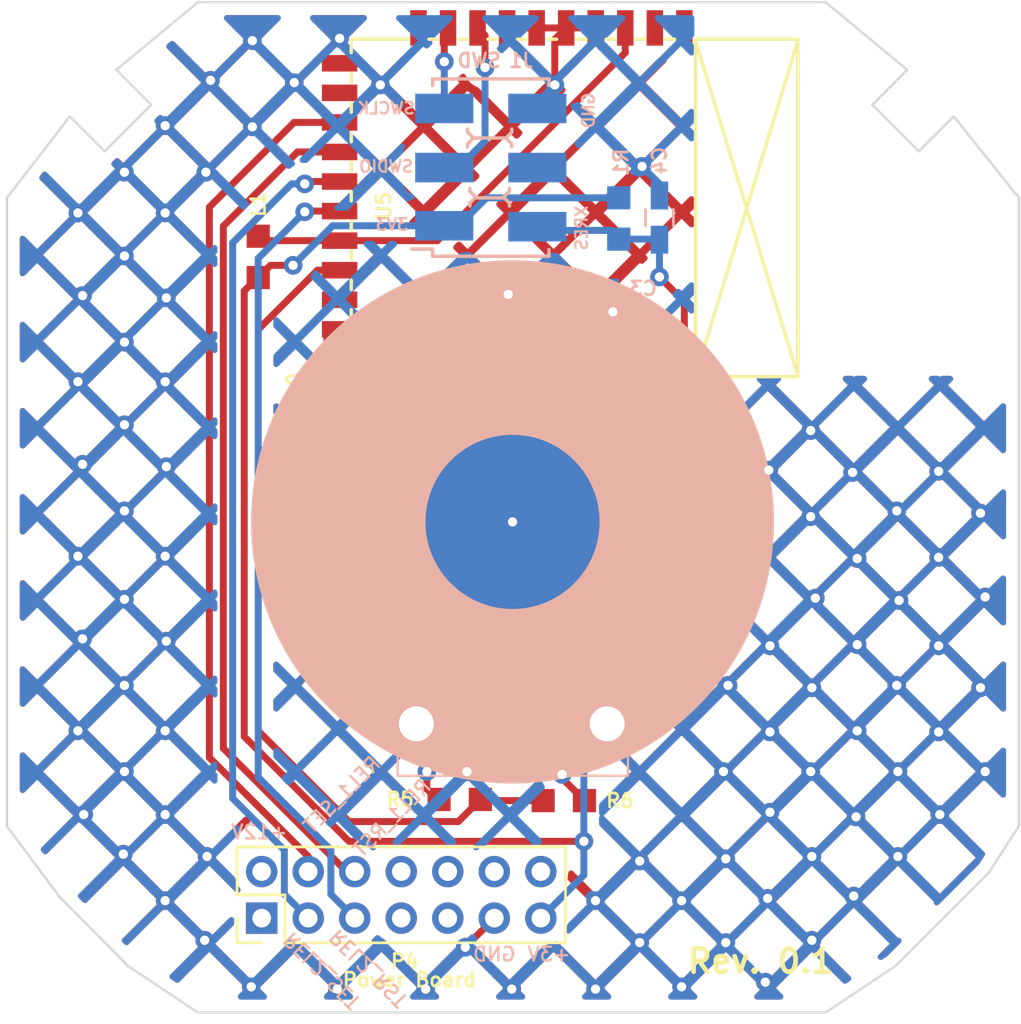
<source format=kicad_pcb>
(kicad_pcb (version 20171130) (host pcbnew 5.0.0-rc3-6a2723a~65~ubuntu16.04.1)
  (layers (0 F.Cu signal) (31 B.Cu signal) (34 B.Paste user) (35 F.Paste user) (36 B.SilkS user) (37 F.SilkS user) (38 B.Mask user) (39 F.Mask user) (44 Edge.Cuts user))
  (net 0 "")
  (net 1 +3V3)
  (net 2 GND)
  (net 3 "Net-(D5-Pad1)")
  (net 4 "Net-(D6-Pad2)")
  (net 5 /TS1)
  (net 6 /S1_LEDs)
  (net 7 /Relay2_Reset)
  (net 8 /Relay1_Reset)
  (net 9 /Relay2_Set)
  (net 10 /Relay1_Set)
  (net 11 /SWCLK)
  (net 12 /SWDIO)
  (net 13 "Net-(R10-Pad1)")
  (net 14 "Net-(C3-Pad2)")
  (net 15 /XRES)
  (net 16 "Net-(L1-Pad2)")
  (module myfootprints:Livolo_EU_SW_1_Channel_1Way_Frame_VL-C702X-2_Ver_C1 (layer B.Cu) (at 142.3 92.4 180)
    (fp_text reference REF** hide)
    (fp_text value Livolo_EU_SW_2Ways_Frame_VL-C702X-2_Ver_C1 hide)
  )
  (module myfootprints:livolo_ts_guard_cut_left (layer F.Cu) (at 142.7 92.5)
    (fp_text reference U1 hide)
    (fp_text value Touch hide)
    (pad 1 smd circle (at -0.266992 0.024262) (size 15 15) (layers B.Cu) (net 13 "Net-(R10-Pad1)"))
  )
  (module myfootprints:hole_1.5mm (layer F.Cu) (at 146.5 101.2)
    (fp_text reference REF** hide)
    (fp_text value hole_1.5mm hide)
    (pad "" np_thru_hole circle (at 0 0) (size 1.5 1.5) (drill 1.5) (layers *.Cu *.Mask))
  )
  (module myfootprints:hole_1.5mm (layer F.Cu) (at 138.3 101.2)
    (fp_text reference REF** hide)
    (fp_text value hole_1.5mm hide)
    (pad "" np_thru_hole circle (at 0 0) (size 1.5 1.5) (drill 1.5) (layers *.Cu *.Mask))
  )
  (module Diodes_SMD:D_0603 (layer B.Cu) (at 144.65 102.5)
    (fp_text reference D5 hide)
    (fp_text value Red (at -0.05 -1.15 180) (layer B.SilkS) (effects (font (size 0.6 0.6) (thickness 0.12)) (justify mirror)))
    (pad 1 smd rect (at -0.85 0) (size 0.6 0.8) (layers B.Cu B.Paste B.Mask) (net 3 "Net-(D5-Pad1)"))
    (pad 2 smd rect (at 0.85 0) (size 0.6 0.8) (layers B.Cu B.Paste B.Mask) (net 1 +3V3))
  )
  (module Diodes_SMD:D_0603 (layer B.Cu) (at 140.25 102.5 180)
    (fp_text reference D6 hide)
    (fp_text value Blue (at -0.1 1.15 180) (layer B.SilkS) (effects (font (size 0.6 0.6) (thickness 0.12)) (justify mirror)))
    (pad 2 smd rect (at 0.85 0 180) (size 0.6 0.8) (layers B.Cu B.Paste B.Mask) (net 4 "Net-(D6-Pad2)"))
    (pad 1 smd rect (at -0.85 0 180) (size 0.6 0.8) (layers B.Cu B.Paste B.Mask) (net 2 GND))
  )
  (module Pin_Headers:Pin_Header_Straight_2x07_Pitch2.00mm (layer F.Cu) (at 131.65 109.55 90)
    (fp_text reference P4 (at -1.85 6.15 180) (layer F.SilkS) (effects (font (size 0.6 0.6) (thickness 0.12))))
    (fp_text value "Power Board" (at -2.65 6.35 180) (layer F.SilkS) (effects (font (size 0.6 0.6) (thickness 0.12))))
    (pad 14 thru_hole oval (at 2 12 90) (size 1.35 1.35) (drill 0.8) (layers *.Cu *.Mask))
    (pad 13 thru_hole oval (at 0 12 90) (size 1.35 1.35) (drill 0.8) (layers *.Cu *.Mask) (net 1 +3V3))
    (pad 12 thru_hole oval (at 2 10 90) (size 1.35 1.35) (drill 0.8) (layers *.Cu *.Mask))
    (pad 11 thru_hole oval (at 0 10 90) (size 1.35 1.35) (drill 0.8) (layers *.Cu *.Mask) (net 2 GND))
    (pad 10 thru_hole oval (at 2 8 90) (size 1.35 1.35) (drill 0.8) (layers *.Cu *.Mask))
    (pad 9 thru_hole oval (at 0 8 90) (size 1.35 1.35) (drill 0.8) (layers *.Cu *.Mask))
    (pad 8 thru_hole oval (at 2 6 90) (size 1.35 1.35) (drill 0.8) (layers *.Cu *.Mask))
    (pad 7 thru_hole oval (at 0 6 90) (size 1.35 1.35) (drill 0.8) (layers *.Cu *.Mask))
    (pad 6 thru_hole oval (at 2 4 90) (size 1.35 1.35) (drill 0.8) (layers *.Cu *.Mask) (net 8 /Relay1_Reset))
    (pad 5 thru_hole oval (at 0 4 90) (size 1.35 1.35) (drill 0.8) (layers *.Cu *.Mask) (net 9 /Relay2_Set))
    (pad 4 thru_hole oval (at 2 2 90) (size 1.35 1.35) (drill 0.8) (layers *.Cu *.Mask) (net 10 /Relay1_Set))
    (pad 3 thru_hole oval (at 0 2 90) (size 1.35 1.35) (drill 0.8) (layers *.Cu *.Mask) (net 7 /Relay2_Reset))
    (pad 2 thru_hole oval (at 2 0 90) (size 1.35 1.35) (drill 0.8) (layers *.Cu *.Mask))
    (pad 1 thru_hole rect (at 0 0 90) (size 1.35 1.35) (drill 0.8) (layers *.Cu *.Mask))
  )
  (module Capacitors_SMD:C_0603_HandSoldering (layer B.Cu) (at 145.45 82.45)
    (fp_text reference C3 (at 2.6 0.05) (layer B.SilkS) (effects (font (size 0.6 0.6) (thickness 0.12)) (justify mirror)))
    (fp_text value 2n2 hide)
    (pad 2 smd rect (at 0.95 0) (size 1.2 0.75) (layers B.Cu B.Paste B.Mask) (net 14 "Net-(C3-Pad2)"))
    (pad 1 smd rect (at -0.95 0) (size 1.2 0.75) (layers B.Cu B.Paste B.Mask) (net 2 GND))
  )
  (module Capacitors_SMD:C_0603_HandSoldering (layer B.Cu) (at 148.75 79.45 90)
    (fp_text reference C4 (at 2.45 0 90) (layer B.SilkS) (effects (font (size 0.6 0.6) (thickness 0.12)) (justify mirror)))
    (fp_text value 100p hide)
    (pad 1 smd rect (at -0.95 0 90) (size 1.2 0.75) (layers B.Cu B.Paste B.Mask) (net 15 /XRES))
    (pad 2 smd rect (at 0.95 0 90) (size 1.2 0.75) (layers B.Cu B.Paste B.Mask) (net 2 GND))
  )
  (module myfootprints:AVR_ISP_SMT_Small_02x03 (layer B.Cu) (at 141.5 77.3 90)
    (fp_text reference J1 (at 4.6 1.3) (layer B.SilkS) (effects (font (size 0.6 0.6) (thickness 0.12)) (justify mirror)))
    (fp_text value SWD (at 4.6 -0.5) (layer B.SilkS) (effects (font (size 0.6 0.6) (thickness 0.12)) (justify mirror)))
    (pad 1 smd rect (at -2.5 -2 90) (size 1.27 2.5) (layers B.Cu B.Paste B.Mask) (net 1 +3V3))
    (pad 3 smd rect (at 0 -2 90) (size 1.27 2.5) (layers B.Cu B.Paste B.Mask) (net 12 /SWDIO))
    (pad 5 smd rect (at 2.54 -2 90) (size 1.27 2.5) (layers B.Cu B.Paste B.Mask) (net 11 /SWCLK))
    (pad 6 smd rect (at 2.54 2 90) (size 1.27 2.5) (layers B.Cu B.Paste B.Mask) (net 2 GND))
    (pad 4 smd rect (at 0 2 90) (size 1.27 2.5) (layers B.Cu B.Paste B.Mask))
    (pad 2 smd rect (at -2.54 2 90) (size 1.27 2.5) (layers B.Cu B.Paste B.Mask) (net 15 /XRES))
  )
  (module myfootprints:R_0603_1608Metric_Pad0.99x1.00mm_HandSolder (layer B.Cu) (at 147 79.4875 90)
    (fp_text reference R1 (at 2.4125 0.1 90) (layer B.SilkS) (effects (font (size 0.6 0.6) (thickness 0.12)) (justify mirror)))
    (fp_text value 4K7)
    (pad 1 smd rect (at -0.8875 0 90) (size 0.995 1) (layers B.Cu B.Paste B.Mask) (net 15 /XRES))
    (pad 2 smd rect (at 0.8875 0 90) (size 0.995 1) (layers B.Cu B.Paste B.Mask) (net 1 +3V3))
  )
  (module myfootprints:R_0603_1608Metric_Pad0.99x1.00mm_HandSolder (layer F.Cu) (at 140.1625 104.45)
    (fp_text reference R5 (at -2.5625 0) (layer F.SilkS) (effects (font (size 0.6 0.6) (thickness 0.12))))
    (fp_text value 1K*)
    (pad 2 smd rect (at 0.8875 0) (size 0.995 1) (layers F.Cu F.Paste F.Mask) (net 6 /S1_LEDs))
    (pad 1 smd rect (at -0.8875 0) (size 0.995 1) (layers F.Cu F.Paste F.Mask) (net 4 "Net-(D6-Pad2)"))
  )
  (module myfootprints:R_0603_1608Metric_Pad0.99x1.00mm_HandSolder (layer F.Cu) (at 144.6375 104.5 180)
    (fp_text reference R6 (at -2.4125 0 180) (layer F.SilkS) (effects (font (size 0.6 0.6) (thickness 0.12))))
    (fp_text value 1K*)
    (pad 1 smd rect (at -0.8875 0 180) (size 0.995 1) (layers F.Cu F.Paste F.Mask) (net 3 "Net-(D5-Pad1)"))
    (pad 2 smd rect (at 0.8875 0 180) (size 0.995 1) (layers F.Cu F.Paste F.Mask) (net 6 /S1_LEDs))
  )
  (module myfootprints:R_0603_1608Metric_Pad0.99x1.00mm_HandSolder (layer F.Cu) (at 134.45 87.0875 90)
    (fp_text reference R10 (at 0.1 -1.4 90) (layer F.SilkS) (effects (font (size 0.6 0.6) (thickness 0.12))))
    (fp_text value 4K7)
    (pad 1 smd rect (at -0.8875 0 90) (size 0.995 1) (layers F.Cu F.Paste F.Mask) (net 13 "Net-(R10-Pad1)"))
    (pad 2 smd rect (at 0.8875 0 90) (size 0.995 1) (layers F.Cu F.Paste F.Mask) (net 5 /TS1))
  )
  (module myfootprints:CYBLE-012012-10 (layer F.Cu) (at 145.1 79.45 270)
    (fp_text reference U5 (at -0.5 8.2 270) (layer F.SilkS) (effects (font (size 0.6 0.6) (thickness 0.12))))
    (fp_text value CYBLE-012012-10)
    (pad 1 smd rect (at 7.25 -4.72 270) (size 1.524 0.71) (layers F.Cu F.Paste F.Mask) (net 15 /XRES))
    (pad 2 smd rect (at 7.25 -3.45 270) (size 1.524 0.71) (layers F.Cu F.Paste F.Mask) (net 14 "Net-(C3-Pad2)"))
    (pad 3 smd rect (at 7.25 -2.18 270) (size 1.524 0.71) (layers F.Cu F.Paste F.Mask))
    (pad 4 smd rect (at 7.25 -0.91 270) (size 1.524 0.71) (layers F.Cu F.Paste F.Mask))
    (pad 5 smd rect (at 7.25 0.36 270) (size 1.524 0.71) (layers F.Cu F.Paste F.Mask))
    (pad 6 smd rect (at 7.25 1.63 270) (size 1.524 0.71) (layers F.Cu F.Paste F.Mask))
    (pad 7 smd rect (at 7.25 2.9 270) (size 1.524 0.71) (layers F.Cu F.Paste F.Mask))
    (pad 8 smd rect (at 7.25 4.17 270) (size 1.524 0.71) (layers F.Cu F.Paste F.Mask))
    (pad 9 smd rect (at 7.25 5.44 270) (size 1.524 0.71) (layers F.Cu F.Paste F.Mask))
    (pad 10 smd rect (at 7.25 6.71 270) (size 1.524 0.71) (layers F.Cu F.Paste F.Mask))
    (pad 11 smd rect (at 7.25 7.98 270) (size 1.524 0.71) (layers F.Cu F.Paste F.Mask))
    (pad 12 smd rect (at 4.8 10.1 180) (size 1.524 0.71) (layers F.Cu F.Paste F.Mask) (net 5 /TS1))
    (pad 13 smd rect (at 3.53 10.1 180) (size 1.524 0.71) (layers F.Cu F.Paste F.Mask))
    (pad 14 smd rect (at 2.26 10.1 180) (size 1.524 0.71) (layers F.Cu F.Paste F.Mask) (net 6 /S1_LEDs))
    (pad 15 smd rect (at 0.99 10.1 180) (size 1.524 0.71) (layers F.Cu F.Paste F.Mask) (net 16 "Net-(L1-Pad2)"))
    (pad 16 smd rect (at -0.28 10.1 180) (size 1.524 0.71) (layers F.Cu F.Paste F.Mask) (net 9 /Relay2_Set))
    (pad 17 smd rect (at -1.55 10.1 180) (size 1.524 0.71) (layers F.Cu F.Paste F.Mask) (net 7 /Relay2_Reset))
    (pad 18 smd rect (at -2.82 10.1 180) (size 1.524 0.71) (layers F.Cu F.Paste F.Mask) (net 8 /Relay1_Reset))
    (pad 19 smd rect (at -4.09 10.1 180) (size 1.524 0.71) (layers F.Cu F.Paste F.Mask) (net 10 /Relay1_Set))
    (pad 20 smd rect (at -5.36 10.1 180) (size 1.524 0.71) (layers F.Cu F.Paste F.Mask))
    (pad 21 smd rect (at -6.63 10.1 180) (size 1.524 0.71) (layers F.Cu F.Paste F.Mask))
    (pad 27 smd rect (at -8.15 0.36 270) (size 1.524 0.71) (layers F.Cu F.Paste F.Mask) (net 2 GND))
    (pad 31 smd rect (at -8.15 -4.72 270) (size 1.524 0.71) (layers F.Cu F.Paste F.Mask))
    (pad 29 smd rect (at -8.15 -2.18 270) (size 1.524 0.71) (layers F.Cu F.Paste F.Mask) (net 16 "Net-(L1-Pad2)"))
    (pad 24 smd rect (at -8.15 4.17 270) (size 1.524 0.71) (layers F.Cu F.Paste F.Mask) (net 12 /SWDIO))
    (pad 25 smd rect (at -8.15 2.9 270) (size 1.524 0.71) (layers F.Cu F.Paste F.Mask) (net 2 GND))
    (pad 30 smd rect (at -8.15 -3.45 270) (size 1.524 0.71) (layers F.Cu F.Paste F.Mask))
    (pad 23 smd rect (at -8.15 5.44 270) (size 1.524 0.71) (layers F.Cu F.Paste F.Mask) (net 11 /SWCLK))
    (pad 26 smd rect (at -8.15 1.63 270) (size 1.524 0.71) (layers F.Cu F.Paste F.Mask) (net 2 GND))
    (pad 22 smd rect (at -8.15 6.71 270) (size 1.524 0.71) (layers F.Cu F.Paste F.Mask))
    (pad 28 smd rect (at -8.15 -0.91 270) (size 1.524 0.71) (layers F.Cu F.Paste F.Mask) (net 2 GND))
  )
  (module myfootprints:R_0603_1608Metric_Pad0.99x1.00mm_HandSolder (layer F.Cu) (at 131.5 81.1375 90)
    (fp_text reference L1 (at 2.25 0 90) (layer F.SilkS) (effects (font (size 0.6 0.6) (thickness 0.12))))
    (fp_text value 300ohm/100Mhz)
    (pad 1 smd rect (at -0.8875 0 90) (size 0.995 1) (layers F.Cu F.Paste F.Mask) (net 1 +3V3))
    (pad 2 smd rect (at 0.8875 0 90) (size 0.995 1) (layers F.Cu F.Paste F.Mask) (net 16 "Net-(L1-Pad2)"))
  )
  (gr_text 3V3 (at 137.25 79.75) (layer B.SilkS) (effects (font (size 0.5 0.5) (thickness 0.1)) (justify mirror)))
  (gr_text SWCLK (at 137 74.75) (layer B.SilkS) (effects (font (size 0.5 0.5) (thickness 0.1)) (justify mirror)))
  (gr_text GND (at 145.7 74.85 90) (layer B.SilkS) (effects (font (size 0.5 0.5) (thickness 0.1)) (justify mirror)))
  (gr_text XRES (at 145.4 79.9 90) (layer B.SilkS) (effects (font (size 0.5 0.5) (thickness 0.1)) (justify mirror)))
  (gr_line (start 128.9 70.2) (end 155.9 70.2) (layer Edge.Cuts) (width 0.1))
  (gr_text +3V (at 144 111.1) (layer B.SilkS) (effects (font (size 0.6 0.6) (thickness 0.1)) (justify mirror)))
  (gr_line (start 158.90064 111.60234) (end 162.91 107.59) (layer Edge.Cuts) (width 0.1))
  (gr_line (start 157.89988 74.60216) (end 159.89886 76.60114) (layer Edge.Cuts) (width 0.1))
  (gr_line (start 125.89842 111.60234) (end 128.9007 113.60132) (layer Edge.Cuts) (width 0.1))
  (gr_line (start 164.2 105.60032) (end 164.2 78.60012) (layer Edge.Cuts) (width 0.1))
  (gr_line (start 126.89918 74.60216) (end 125.40058 73.10102) (layer Edge.Cuts) (width 0.1))
  (gr_line (start 155.9 70.2) (end 159.39848 73.10102) (layer Edge.Cuts) (width 0.1))
  (gr_line (start 162.91 107.59) (end 164.2 105.6) (layer Edge.Cuts) (width 0.1))
  (gr_line (start 120.7 105.60032) (end 120.7 78.60012) (layer Edge.Cuts) (width 0.1))
  (gr_line (start 123.39906 75.1) (end 124.9002 76.60114) (layer Edge.Cuts) (width 0.1))
  (gr_line (start 124.9002 76.60114) (end 126.89918 74.60216) (layer Edge.Cuts) (width 0.1))
  (gr_line (start 125.40058 73.10102) (end 128.9 70.2) (layer Edge.Cuts) (width 0.1))
  (gr_line (start 159.89886 76.60114) (end 161.4 75.1) (layer Edge.Cuts) (width 0.1))
  (gr_line (start 122.94 108.61) (end 125.89842 111.60234) (layer Edge.Cuts) (width 0.1))
  (gr_line (start 155.89836 113.60132) (end 158.90064 111.60234) (layer Edge.Cuts) (width 0.1))
  (gr_line (start 128.9007 113.60132) (end 155.89836 113.60132) (layer Edge.Cuts) (width 0.1))
  (gr_line (start 120.7 105.6) (end 122.94 108.61) (layer Edge.Cuts) (width 0.1))
  (gr_line (start 159.39848 73.10102) (end 157.89988 74.60216) (layer Edge.Cuts) (width 0.1))
  (gr_line (start 120.7 78.6) (end 123.39906 75.1) (layer Edge.Cuts) (width 0.1))
  (gr_line (start 161.4 75.1) (end 164.2 78.6) (layer Edge.Cuts) (width 0.1))
  (gr_text REL1_SET (at 135.1 104.25 45) (layer B.SilkS) (effects (font (size 0.6 0.6) (thickness 0.1)) (justify mirror)))
  (gr_text REL1_RST (at 137.25 105.25 45) (layer B.SilkS) (effects (font (size 0.6 0.6) (thickness 0.1)) (justify mirror)))
  (gr_text REL2_RST (at 136.25 111.7 135) (layer B.SilkS) (effects (font (size 0.6 0.6) (thickness 0.1)) (justify mirror)))
  (gr_text REL2_SET (at 134.25 111.8 135) (layer B.SilkS) (effects (font (size 0.6 0.6) (thickness 0.1)) (justify mirror)))
  (gr_text "Rev. 0.1" (at 153.1 111.4) (layer F.SilkS) (effects (font (size 1 1) (thickness 0.2))))
  (gr_text SWDIO (at 139.4 87.2 90) (layer B.SilkS) (effects (font (size 0.5 0.5) (thickness 0.1)) (justify mirror)))
  (gr_text SWDIO (at 137 77.25) (layer B.SilkS) (effects (font (size 0.5 0.5) (thickness 0.1)) (justify mirror)))
  (gr_text SWCLK (at 142 87.2 90) (layer B.SilkS) (effects (font (size 0.5 0.5) (thickness 0.1)) (justify mirror)))
  (gr_text 3V3 (at 144.6 87.1 90) (layer B.SilkS) (effects (font (size 0.5 0.5) (thickness 0.1)) (justify mirror)))
  (gr_text GND (at 141.65 111.1) (layer B.SilkS) (effects (font (size 0.6 0.6) (thickness 0.1)) (justify mirror)))
  (gr_text +12V (at 131.55 105.85) (layer B.SilkS) (effects (font (size 0.6 0.6) (thickness 0.1)) (justify mirror)))
  (segment (start 145.5 107.7) (end 143.65 109.55) (width 0.3) (layer B.Cu) (net 1))
  (via (at 145.5 106.25) (size 0.8) (drill 0.4) (layers F.Cu B.Cu) (net 1))
  (segment (start 145.5 106.25) (end 145.5 107.7) (width 0.3) (layer B.Cu) (net 1))
  (via (at 133 81.5) (size 0.8) (drill 0.4) (layers F.Cu B.Cu) (net 1))
  (segment (start 134.7 79.8) (end 133 81.5) (width 0.3) (layer B.Cu) (net 1))
  (segment (start 139.5 79.8) (end 134.7 79.8) (width 0.3) (layer B.Cu) (net 1))
  (segment (start 135.401457 106.25) (end 145.5 106.25) (width 0.3) (layer F.Cu) (net 1))
  (segment (start 131.475 82.025) (end 130.899989 82.600011) (width 0.3) (layer F.Cu) (net 1))
  (segment (start 130.899989 101.748532) (end 135.401457 106.25) (width 0.3) (layer F.Cu) (net 1))
  (segment (start 131.5 82.025) (end 131.475 82.025) (width 0.3) (layer F.Cu) (net 1))
  (segment (start 130.899989 82.600011) (end 130.899989 101.748532) (width 0.3) (layer F.Cu) (net 1))
  (segment (start 132.025 81.5) (end 131.5 82.025) (width 0.3) (layer F.Cu) (net 1))
  (segment (start 133 81.5) (end 132.025 81.5) (width 0.3) (layer F.Cu) (net 1))
  (segment (start 141.315 78.6) (end 147 78.6) (width 0.3) (layer B.Cu) (net 1))
  (segment (start 140.115 79.8) (end 141.315 78.6) (width 0.3) (layer B.Cu) (net 1))
  (segment (start 139.5 79.8) (end 140.115 79.8) (width 0.3) (layer B.Cu) (net 1))
  (segment (start 145.5 105.450002) (end 145.5 106.25) (width 0.3) (layer B.Cu) (net 1))
  (segment (start 145.5 102.5) (end 145.5 105.450002) (width 0.3) (layer B.Cu) (net 1))
  (via (at 140.4 110.8) (size 0.8) (drill 0.4) (layers F.Cu B.Cu) (net 2))
  (segment (start 141.65 109.55) (end 140.4 110.8) (width 0.3) (layer F.Cu) (net 2))
  (via (at 125.7 106.8) (size 0.8) (drill 0.4) (layers F.Cu B.Cu) (net 2))
  (via (at 124 105.1) (size 0.8) (drill 0.4) (layers F.Cu B.Cu) (net 2))
  (via (at 127.5 108.8) (size 0.8) (drill 0.4) (layers F.Cu B.Cu) (net 2))
  (via (at 129.2 110.5) (size 0.8) (drill 0.4) (layers F.Cu B.Cu) (net 2))
  (via (at 153.3 112.3) (size 0.8) (drill 0.4) (layers F.Cu B.Cu) (net 2))
  (via (at 151.6 110.6) (size 0.8) (drill 0.4) (layers F.Cu B.Cu) (net 2))
  (via (at 147.9 107.1) (size 0.8) (drill 0.4) (layers F.Cu B.Cu) (net 2))
  (via (at 149.7 108.8) (size 0.8) (drill 0.4) (layers F.Cu B.Cu) (net 2))
  (via (at 151.6 107) (size 0.8) (drill 0.4) (layers F.Cu B.Cu) (net 2))
  (via (at 155.3 110.5) (size 0.8) (drill 0.4) (layers F.Cu B.Cu) (net 2))
  (via (at 153.4 108.7) (size 0.8) (drill 0.4) (layers F.Cu B.Cu) (net 2))
  (via (at 155.3 106.9) (size 0.8) (drill 0.4) (layers F.Cu B.Cu) (net 2))
  (via (at 157.1 108.6) (size 0.8) (drill 0.4) (layers F.Cu B.Cu) (net 2))
  (via (at 157.2 105.2) (size 0.8) (drill 0.4) (layers F.Cu B.Cu) (net 2))
  (via (at 159 106.9) (size 0.8) (drill 0.4) (layers F.Cu B.Cu) (net 2))
  (via (at 160.8 105.1) (size 0.8) (drill 0.4) (layers F.Cu B.Cu) (net 2))
  (via (at 129.3 106.9) (size 0.8) (drill 0.4) (layers F.Cu B.Cu) (net 2))
  (via (at 127.5 105.1) (size 0.8) (drill 0.4) (layers F.Cu B.Cu) (net 2))
  (via (at 131.2 112.5) (size 0.8) (drill 0.4) (layers F.Cu B.Cu) (net 2))
  (via (at 134.9 112.6) (size 0.8) (drill 0.4) (layers F.Cu B.Cu) (net 2))
  (via (at 138.7 112.6) (size 0.8) (drill 0.4) (layers F.Cu B.Cu) (net 2))
  (via (at 142.4 112.6) (size 0.8) (drill 0.4) (layers F.Cu B.Cu) (net 2))
  (via (at 146 112.6) (size 0.8) (drill 0.4) (layers F.Cu B.Cu) (net 2))
  (via (at 149.7 112.5) (size 0.8) (drill 0.4) (layers F.Cu B.Cu) (net 2))
  (via (at 147.9 110.6) (size 0.8) (drill 0.4) (layers F.Cu B.Cu) (net 2))
  (via (at 146 108.8) (size 0.8) (drill 0.4) (layers F.Cu B.Cu) (net 2))
  (segment (start 142.2 71.3) (end 143.47 71.3) (width 0.3) (layer F.Cu) (net 2))
  (segment (start 143.47 71.3) (end 144.74 71.3) (width 0.3) (layer F.Cu) (net 2))
  (segment (start 144.74 71.3) (end 146.01 71.3) (width 0.3) (layer F.Cu) (net 2))
  (segment (start 143.5 74.5) (end 144.25 73.75) (width 0.3) (layer B.Cu) (net 2))
  (via (at 144.25 73.75) (size 0.8) (drill 0.4) (layers F.Cu B.Cu) (net 2))
  (segment (start 143.5 74.76) (end 143.5 74.5) (width 0.3) (layer B.Cu) (net 2))
  (segment (start 144.25 71.79) (end 144.74 71.3) (width 0.3) (layer F.Cu) (net 2))
  (segment (start 144.25 73.75) (end 144.25 71.79) (width 0.3) (layer F.Cu) (net 2))
  (via (at 148 77.25) (size 0.8) (drill 0.4) (layers F.Cu B.Cu) (net 2))
  (segment (start 148.75 78) (end 148 77.25) (width 0.3) (layer B.Cu) (net 2))
  (segment (start 148.75 78.5) (end 148.75 78) (width 0.3) (layer B.Cu) (net 2))
  (segment (start 142.55 82.45) (end 142.25 82.75) (width 0.3) (layer B.Cu) (net 2))
  (segment (start 144.5 82.45) (end 142.55 82.45) (width 0.3) (layer B.Cu) (net 2))
  (via (at 142.25 82.75) (size 0.8) (drill 0.4) (layers F.Cu B.Cu) (net 2))
  (via (at 135 71.75) (size 0.8) (drill 0.4) (layers F.Cu B.Cu) (net 2))
  (via (at 136.75 73.75) (size 0.8) (drill 0.4) (layers F.Cu B.Cu) (net 2))
  (via (at 127.55 82.9) (size 0.8) (drill 0.4) (layers F.Cu B.Cu) (net 2))
  (via (at 123.95 82.8) (size 0.8) (drill 0.4) (layers F.Cu B.Cu) (net 2))
  (via (at 125.75 84.8) (size 0.8) (drill 0.4) (layers F.Cu B.Cu) (net 2))
  (via (at 125.75 81.1) (size 0.8) (drill 0.4) (layers F.Cu B.Cu) (net 2))
  (via (at 123.95 90.05) (size 0.8) (drill 0.4) (layers F.Cu B.Cu) (net 2))
  (via (at 125.75 92.05) (size 0.8) (drill 0.4) (layers F.Cu B.Cu) (net 2))
  (via (at 125.75 88.35) (size 0.8) (drill 0.4) (layers F.Cu B.Cu) (net 2))
  (via (at 127.55 90.15) (size 0.8) (drill 0.4) (layers F.Cu B.Cu) (net 2))
  (via (at 125.75 99.55) (size 0.8) (drill 0.4) (layers F.Cu B.Cu) (net 2))
  (via (at 125.75 95.85) (size 0.8) (drill 0.4) (layers F.Cu B.Cu) (net 2))
  (via (at 123.95 97.55) (size 0.8) (drill 0.4) (layers F.Cu B.Cu) (net 2))
  (via (at 127.55 97.65) (size 0.8) (drill 0.4) (layers F.Cu B.Cu) (net 2))
  (via (at 162.55 92.15) (size 0.8) (drill 0.4) (layers F.Cu B.Cu) (net 2))
  (via (at 160.75 90.35) (size 0.8) (drill 0.4) (layers F.Cu B.Cu) (net 2))
  (via (at 160.75 94.05) (size 0.8) (drill 0.4) (layers F.Cu B.Cu) (net 2))
  (via (at 158.95 92.05) (size 0.8) (drill 0.4) (layers F.Cu B.Cu) (net 2))
  (via (at 158.95 99.55) (size 0.8) (drill 0.4) (layers F.Cu B.Cu) (net 2))
  (via (at 160.75 101.55) (size 0.8) (drill 0.4) (layers F.Cu B.Cu) (net 2))
  (via (at 162.55 99.65) (size 0.8) (drill 0.4) (layers F.Cu B.Cu) (net 2))
  (via (at 160.75 97.85) (size 0.8) (drill 0.4) (layers F.Cu B.Cu) (net 2))
  (via (at 153.5 101.55) (size 0.8) (drill 0.4) (layers F.Cu B.Cu) (net 2))
  (via (at 155.3 99.65) (size 0.8) (drill 0.4) (layers F.Cu B.Cu) (net 2))
  (via (at 153.5 97.85) (size 0.8) (drill 0.4) (layers F.Cu B.Cu) (net 2))
  (via (at 151.7 99.55) (size 0.8) (drill 0.4) (layers F.Cu B.Cu) (net 2))
  (via (at 159.05 95.9) (size 0.8) (drill 0.4) (layers F.Cu B.Cu) (net 2))
  (via (at 157.25 97.8) (size 0.8) (drill 0.4) (layers F.Cu B.Cu) (net 2))
  (via (at 157.25 94.1) (size 0.8) (drill 0.4) (layers F.Cu B.Cu) (net 2))
  (via (at 155.45 95.8) (size 0.8) (drill 0.4) (layers F.Cu B.Cu) (net 2))
  (via (at 155.25 88.6) (size 0.8) (drill 0.4) (layers F.Cu B.Cu) (net 2))
  (via (at 157.05 90.4) (size 0.8) (drill 0.4) (layers F.Cu B.Cu) (net 2))
  (via (at 155.25 92.3) (size 0.8) (drill 0.4) (layers F.Cu B.Cu) (net 2))
  (via (at 153.45 90.3) (size 0.8) (drill 0.4) (layers F.Cu B.Cu) (net 2))
  (via (at 157.25 101.5) (size 0.8) (drill 0.4) (layers F.Cu B.Cu) (net 2))
  (via (at 155.25 103.25) (size 0.8) (drill 0.4) (layers F.Cu B.Cu) (net 2))
  (via (at 151.5 103.25) (size 0.8) (drill 0.4) (layers F.Cu B.Cu) (net 2))
  (via (at 153.5 105) (size 0.8) (drill 0.4) (layers F.Cu B.Cu) (net 2))
  (via (at 159 103.25) (size 0.8) (drill 0.4) (layers F.Cu B.Cu) (net 2))
  (via (at 162.75 103.25) (size 0.8) (drill 0.4) (layers F.Cu B.Cu) (net 2))
  (via (at 162.75 95.75) (size 0.8) (drill 0.4) (layers F.Cu B.Cu) (net 2))
  (via (at 129.45 73.55) (size 0.8) (drill 0.4) (layers F.Cu B.Cu) (net 2))
  (via (at 131.25 75.55) (size 0.8) (drill 0.4) (layers F.Cu B.Cu) (net 2))
  (via (at 131.25 71.85) (size 0.8) (drill 0.4) (layers F.Cu B.Cu) (net 2))
  (via (at 133.05 73.65) (size 0.8) (drill 0.4) (layers F.Cu B.Cu) (net 2))
  (via (at 125.75 103.25) (size 0.8) (drill 0.4) (layers F.Cu B.Cu) (net 2))
  (via (at 125.75 77.5) (size 0.8) (drill 0.4) (layers F.Cu B.Cu) (net 2))
  (via (at 123.75 79.25) (size 0.8) (drill 0.4) (layers F.Cu B.Cu) (net 2))
  (via (at 129.25 77.5) (size 0.8) (drill 0.4) (layers F.Cu B.Cu) (net 2))
  (via (at 127.5 75.5) (size 0.8) (drill 0.4) (layers F.Cu B.Cu) (net 2))
  (via (at 127.5 79.25) (size 0.8) (drill 0.4) (layers F.Cu B.Cu) (net 2))
  (via (at 123.75 86.5) (size 0.8) (drill 0.4) (layers F.Cu B.Cu) (net 2))
  (via (at 123.75 94) (size 0.8) (drill 0.4) (layers F.Cu B.Cu) (net 2))
  (via (at 123.75 101.5) (size 0.8) (drill 0.4) (layers F.Cu B.Cu) (net 2))
  (via (at 127.5 94) (size 0.8) (drill 0.4) (layers F.Cu B.Cu) (net 2))
  (via (at 127.5 86.5) (size 0.8) (drill 0.4) (layers F.Cu B.Cu) (net 2))
  (via (at 127.5 101.5) (size 0.8) (drill 0.4) (layers F.Cu B.Cu) (net 2))
  (via (at 140.471382 103.254697) (size 0.8) (drill 0.4) (layers F.Cu B.Cu) (net 2))
  (segment (start 141.1 102.5) (end 141.1 102.6) (width 0.3) (layer B.Cu) (net 2))
  (segment (start 141.1 102.6) (end 140.471382 103.228618) (width 0.3) (layer B.Cu) (net 2))
  (segment (start 140.471382 103.228618) (end 140.471382 103.254697) (width 0.3) (layer B.Cu) (net 2))
  (segment (start 143.8 102.6) (end 144.563054 103.363054) (width 0.3) (layer B.Cu) (net 3))
  (segment (start 145.525 104.5) (end 145.525 104.4975) (width 0.3) (layer F.Cu) (net 3))
  (segment (start 144.563054 103.363054) (end 144.563054 103.375147) (width 0.3) (layer B.Cu) (net 3))
  (segment (start 144.563054 103.535554) (end 144.563054 103.375147) (width 0.3) (layer F.Cu) (net 3))
  (segment (start 143.8 102.5) (end 143.8 102.6) (width 0.3) (layer B.Cu) (net 3))
  (segment (start 145.525 104.4975) (end 144.563054 103.535554) (width 0.3) (layer F.Cu) (net 3))
  (via (at 144.563054 103.375147) (size 0.8) (drill 0.4) (layers F.Cu B.Cu) (net 3))
  (via (at 138.750018 103.25) (size 0.8) (drill 0.4) (layers F.Cu B.Cu) (net 4))
  (segment (start 138.750018 103.249982) (end 138.750018 103.25) (width 0.3) (layer B.Cu) (net 4))
  (segment (start 139.4 102.6) (end 138.750018 103.249982) (width 0.3) (layer B.Cu) (net 4))
  (segment (start 139.4 102.5) (end 139.4 102.6) (width 0.3) (layer B.Cu) (net 4))
  (segment (start 138.75 104) (end 138.75 103.250018) (width 0.3) (layer F.Cu) (net 4))
  (segment (start 138.75 103.250018) (end 138.750018 103.25) (width 0.3) (layer F.Cu) (net 4))
  (segment (start 139.2 104.45) (end 138.75 104) (width 0.3) (layer F.Cu) (net 4))
  (segment (start 139.275 104.45) (end 139.2 104.45) (width 0.3) (layer F.Cu) (net 4))
  (segment (start 134.45 84.3) (end 134.5 84.25) (width 0.3) (layer F.Cu) (net 5))
  (segment (start 134.5 84.25) (end 135 84.25) (width 0.3) (layer F.Cu) (net 5))
  (segment (start 134.45 86.2) (end 134.45 84.3) (width 0.3) (layer F.Cu) (net 5))
  (segment (start 141.1 104.5) (end 141.05 104.45) (width 0.3) (layer F.Cu) (net 6))
  (segment (start 143.75 104.5) (end 141.1 104.5) (width 0.3) (layer F.Cu) (net 6))
  (segment (start 141.05 104.45) (end 141.05 104.4525) (width 0.3) (layer F.Cu) (net 6))
  (segment (start 140.102499 105.400001) (end 135.400001 105.400001) (width 0.3) (layer F.Cu) (net 6))
  (segment (start 134.048002 81.71) (end 135 81.71) (width 0.3) (layer F.Cu) (net 6))
  (segment (start 131.5 84.258002) (end 134.048002 81.71) (width 0.3) (layer F.Cu) (net 6))
  (segment (start 141.05 104.4525) (end 140.102499 105.400001) (width 0.3) (layer F.Cu) (net 6))
  (segment (start 135.400001 105.400001) (end 131.5 101.5) (width 0.3) (layer F.Cu) (net 6))
  (segment (start 131.5 101.5) (end 131.5 84.258002) (width 0.3) (layer F.Cu) (net 6))
  (via (at 133.5 78) (size 0.8) (drill 0.4) (layers F.Cu B.Cu) (net 7))
  (segment (start 133.5 78) (end 132.934315 78) (width 0.3) (layer B.Cu) (net 7))
  (segment (start 130.399989 104.399989) (end 132.625001 106.625001) (width 0.3) (layer B.Cu) (net 7))
  (segment (start 132.934315 78) (end 130.399989 80.534326) (width 0.3) (layer B.Cu) (net 7))
  (segment (start 130.399989 80.534326) (end 130.399989 104.399989) (width 0.3) (layer B.Cu) (net 7))
  (segment (start 135 77.9) (end 133.6 77.9) (width 0.3) (layer F.Cu) (net 7))
  (segment (start 133.6 77.9) (end 133.5 78) (width 0.3) (layer F.Cu) (net 7))
  (segment (start 132.975001 108.875001) (end 133.65 109.55) (width 0.3) (layer B.Cu) (net 7))
  (segment (start 132.625001 108.525001) (end 132.975001 108.875001) (width 0.3) (layer B.Cu) (net 7))
  (segment (start 132.625001 106.625001) (end 132.625001 108.525001) (width 0.3) (layer B.Cu) (net 7))
  (segment (start 133.187498 76.63) (end 135 76.63) (width 0.3) (layer F.Cu) (net 8))
  (segment (start 135.65 107.55) (end 135.3 107.55) (width 0.3) (layer F.Cu) (net 8))
  (segment (start 135.3 107.55) (end 130 102.25) (width 0.3) (layer F.Cu) (net 8))
  (segment (start 130 102.25) (end 130 79.817498) (width 0.3) (layer F.Cu) (net 8))
  (segment (start 130 79.817498) (end 133.187498 76.63) (width 0.3) (layer F.Cu) (net 8))
  (via (at 133.500192 79.200003) (size 0.8) (drill 0.4) (layers F.Cu B.Cu) (net 9))
  (segment (start 133.530195 79.17) (end 133.500192 79.200003) (width 0.3) (layer F.Cu) (net 9))
  (segment (start 135 79.17) (end 133.530195 79.17) (width 0.3) (layer F.Cu) (net 9))
  (segment (start 133.500192 79.200003) (end 131.5 81.200195) (width 0.3) (layer B.Cu) (net 9))
  (segment (start 131.5 81.200195) (end 131.5 103.5) (width 0.3) (layer B.Cu) (net 9))
  (segment (start 131.5 103.5) (end 134.625001 106.625001) (width 0.3) (layer B.Cu) (net 9))
  (segment (start 135.65 109.55) (end 134.625001 108.525001) (width 0.3) (layer B.Cu) (net 9))
  (segment (start 134.625001 106.625001) (end 134.625001 108.525001) (width 0.3) (layer B.Cu) (net 9))
  (segment (start 133.041457 75.36) (end 135 75.36) (width 0.3) (layer F.Cu) (net 10))
  (segment (start 133.65 107.55) (end 133.65 106.9) (width 0.3) (layer F.Cu) (net 10))
  (segment (start 133.65 106.9) (end 129.399989 102.649989) (width 0.3) (layer F.Cu) (net 10))
  (segment (start 129.399989 102.649989) (end 129.399989 79.001468) (width 0.3) (layer F.Cu) (net 10))
  (segment (start 129.399989 79.001468) (end 133.041457 75.36) (width 0.3) (layer F.Cu) (net 10))
  (via (at 139.5 72.75) (size 0.8) (drill 0.4) (layers F.Cu B.Cu) (net 11))
  (segment (start 139.5 74.76) (end 139.5 72.75) (width 0.3) (layer B.Cu) (net 11))
  (segment (start 139.5 71.46) (end 139.66 71.3) (width 0.3) (layer F.Cu) (net 11))
  (segment (start 139.5 72.75) (end 139.5 71.46) (width 0.3) (layer F.Cu) (net 11))
  (segment (start 141.25 76.165) (end 141.25 73) (width 0.3) (layer B.Cu) (net 12))
  (segment (start 140.115 77.3) (end 141.25 76.165) (width 0.3) (layer B.Cu) (net 12))
  (via (at 141.25 73) (size 0.8) (drill 0.4) (layers F.Cu B.Cu) (net 12))
  (segment (start 139.5 77.3) (end 140.115 77.3) (width 0.3) (layer B.Cu) (net 12))
  (segment (start 141.25 71.62) (end 140.93 71.3) (width 0.3) (layer F.Cu) (net 12))
  (segment (start 141.25 73) (end 141.25 71.62) (width 0.3) (layer F.Cu) (net 12))
  (via (at 142.433008 92.524262) (size 0.8) (drill 0.4) (layers F.Cu B.Cu) (net 13))
  (segment (start 139.274262 92.524262) (end 142.433008 92.524262) (width 0.3) (layer F.Cu) (net 13))
  (segment (start 134.725 87.975) (end 139.274262 92.524262) (width 0.3) (layer F.Cu) (net 13))
  (segment (start 134.45 87.975) (end 134.725 87.975) (width 0.3) (layer F.Cu) (net 13))
  (via (at 146.75 83.5) (size 0.8) (drill 0.4) (layers F.Cu B.Cu) (net 14))
  (segment (start 148.55 85.3) (end 146.75 83.5) (width 0.3) (layer F.Cu) (net 14))
  (segment (start 148.55 86.7) (end 148.55 85.3) (width 0.3) (layer F.Cu) (net 14))
  (segment (start 146.75 82.8) (end 146.4 82.45) (width 0.3) (layer B.Cu) (net 14))
  (segment (start 146.75 83.5) (end 146.75 82.8) (width 0.3) (layer B.Cu) (net 14))
  (segment (start 148.725 80.375) (end 148.75 80.4) (width 0.3) (layer B.Cu) (net 15))
  (segment (start 147 80.375) (end 148.725 80.375) (width 0.3) (layer B.Cu) (net 15))
  (via (at 148.75 82) (size 0.8) (drill 0.4) (layers F.Cu B.Cu) (net 15))
  (segment (start 148.75 80.4) (end 148.75 82) (width 0.3) (layer B.Cu) (net 15))
  (segment (start 149.82 83.07) (end 149.82 86.7) (width 0.3) (layer F.Cu) (net 15))
  (segment (start 148.75 82) (end 149.82 83.07) (width 0.3) (layer F.Cu) (net 15))
  (segment (start 146.625 80) (end 147 80.375) (width 0.3) (layer B.Cu) (net 15))
  (segment (start 143.75 80) (end 146.625 80) (width 0.3) (layer B.Cu) (net 15))
  (segment (start 143.59 79.84) (end 143.75 80) (width 0.3) (layer B.Cu) (net 15))
  (segment (start 143.5 79.84) (end 143.59 79.84) (width 0.3) (layer B.Cu) (net 15))
  (segment (start 131.69 80.44) (end 131.5 80.25) (width 0.3) (layer F.Cu) (net 16))
  (segment (start 135 80.44) (end 131.69 80.44) (width 0.3) (layer F.Cu) (net 16))
  (segment (start 139.202 80.44) (end 135 80.44) (width 0.3) (layer F.Cu) (net 16))
  (segment (start 147.28 72.362) (end 139.202 80.44) (width 0.3) (layer F.Cu) (net 16))
  (segment (start 147.28 71.3) (end 147.28 72.362) (width 0.3) (layer F.Cu) (net 16))
  (zone (net 2) (net_name GND) (layer F.Cu) (connect_pads (clearance 0.5)) (min_thickness 0.25) (fill yes (arc_segments 32) (thermal_gap 0.45) (thermal_bridge_width 0.45) (smoothing fillet))
    (polygon (pts (xy 120.4 70.1) (xy 164.3 70.1) (xy 164.3 113.5) (xy 120.4 113.5)))
  )
  (zone (net 2) (net_name GND) (layer B.Cu) (connect_pads (clearance 0.5)) (min_thickness 0.25) (fill yes (arc_segments 32) (thermal_gap 0.45) (thermal_bridge_width 0.45) (smoothing fillet))
    (polygon (pts (xy 120.4 70.1) (xy 164.3 70.1) (xy 164.3 113.5) (xy 120.4 113.5)))
  )
  (zone (net 0) (net_name "") (layer F.Cu) (connect_pads (clearance 0.5)) (min_thickness 0.25)
    (keepout (tracks allowed) (vias not_allowed) (copperpour not_allowed))
    (fill (arc_segments 32) (thermal_gap 0.45) (thermal_bridge_width 0.45))
    (polygon (pts (xy 125.35 73.65) (xy 123.8 75.2) (xy 122.25 73.65) (xy 123.8 72.1)))
    (polygon (pts (xy 122.75 73.65) (xy 123.8 74.7) (xy 124.85 73.65) (xy 123.8 72.6)))
  )
  (zone (net 0) (net_name "") (layer F.Cu) (connect_pads (clearance 0.5)) (min_thickness 0.25)
    (keepout (tracks allowed) (vias not_allowed) (copperpour not_allowed))
    (fill (arc_segments 32) (thermal_gap 0.45) (thermal_bridge_width 0.45))
    (polygon (pts (xy 123.55 71.85) (xy 122 73.4) (xy 120.45 71.85) (xy 122 70.3)))
    (polygon (pts (xy 120.95 71.85) (xy 122 72.9) (xy 123.05 71.85) (xy 122 70.8)))
  )
  (zone (net 0) (net_name "") (layer F.Cu) (connect_pads (clearance 0.5)) (min_thickness 0.25)
    (keepout (tracks allowed) (vias not_allowed) (copperpour not_allowed))
    (fill (arc_segments 32) (thermal_gap 0.45) (thermal_bridge_width 0.45))
    (polygon (pts (xy 129.05 73.65) (xy 127.5 75.2) (xy 125.95 73.65) (xy 127.5 72.1)))
    (polygon (pts (xy 126.45 73.65) (xy 127.5 74.7) (xy 128.55 73.65) (xy 127.5 72.6)))
  )
  (zone (net 0) (net_name "") (layer F.Cu) (connect_pads (clearance 0.5)) (min_thickness 0.25)
    (keepout (tracks allowed) (vias not_allowed) (copperpour not_allowed))
    (fill (arc_segments 32) (thermal_gap 0.45) (thermal_bridge_width 0.45))
    (polygon (pts (xy 132.75 73.65) (xy 131.2 75.2) (xy 129.65 73.65) (xy 131.2 72.1)))
    (polygon (pts (xy 130.15 73.65) (xy 131.2 74.7) (xy 132.25 73.65) (xy 131.2 72.6)))
  )
  (zone (net 0) (net_name "") (layer F.Cu) (connect_pads (clearance 0.5)) (min_thickness 0.25)
    (keepout (tracks allowed) (vias not_allowed) (copperpour not_allowed))
    (fill (arc_segments 32) (thermal_gap 0.45) (thermal_bridge_width 0.45))
    (polygon (pts (xy 136.45 73.65) (xy 134.9 75.2) (xy 133.35 73.65) (xy 134.9 72.1)))
    (polygon (pts (xy 133.85 73.65) (xy 134.9 74.7) (xy 135.95 73.65) (xy 134.9 72.6)))
  )
  (zone (net 0) (net_name "") (layer F.Cu) (connect_pads (clearance 0.5)) (min_thickness 0.25)
    (keepout (tracks allowed) (vias not_allowed) (copperpour not_allowed))
    (fill (arc_segments 32) (thermal_gap 0.45) (thermal_bridge_width 0.45))
    (polygon (pts (xy 140.15 73.65) (xy 138.6 75.2) (xy 137.05 73.65) (xy 138.6 72.1)))
    (polygon (pts (xy 137.55 73.65) (xy 138.6 74.7) (xy 139.65 73.65) (xy 138.6 72.6)))
  )
  (zone (net 0) (net_name "") (layer F.Cu) (connect_pads (clearance 0.5)) (min_thickness 0.25)
    (keepout (tracks allowed) (vias not_allowed) (copperpour not_allowed))
    (fill (arc_segments 32) (thermal_gap 0.45) (thermal_bridge_width 0.45))
    (polygon (pts (xy 143.85 73.65) (xy 142.3 75.2) (xy 140.75 73.65) (xy 142.3 72.1)))
    (polygon (pts (xy 141.25 73.65) (xy 142.3 74.7) (xy 143.35 73.65) (xy 142.3 72.6)))
  )
  (zone (net 0) (net_name "") (layer F.Cu) (connect_pads (clearance 0.5)) (min_thickness 0.25)
    (keepout (tracks allowed) (vias not_allowed) (copperpour not_allowed))
    (fill (arc_segments 32) (thermal_gap 0.45) (thermal_bridge_width 0.45))
    (polygon (pts (xy 147.55 73.65) (xy 146 75.2) (xy 144.45 73.65) (xy 146 72.1)))
    (polygon (pts (xy 144.95 73.65) (xy 146 74.7) (xy 147.05 73.65) (xy 146 72.6)))
  )
  (zone (net 0) (net_name "") (layer F.Cu) (connect_pads (clearance 0.5)) (min_thickness 0.25)
    (keepout (tracks allowed) (vias not_allowed) (copperpour not_allowed))
    (fill (arc_segments 32) (thermal_gap 0.45) (thermal_bridge_width 0.45))
    (polygon (pts (xy 151.25 73.65) (xy 149.7 75.2) (xy 148.15 73.65) (xy 149.7 72.1)))
    (polygon (pts (xy 148.65 73.65) (xy 149.7 74.7) (xy 150.75 73.65) (xy 149.7 72.6)))
  )
  (zone (net 0) (net_name "") (layer F.Cu) (connect_pads (clearance 0.5)) (min_thickness 0.25)
    (keepout (tracks allowed) (vias not_allowed) (copperpour not_allowed))
    (fill (arc_segments 32) (thermal_gap 0.45) (thermal_bridge_width 0.45))
    (polygon (pts (xy 154.95 73.65) (xy 153.4 75.2) (xy 151.85 73.65) (xy 153.4 72.1)))
    (polygon (pts (xy 152.35 73.65) (xy 153.4 74.7) (xy 154.45 73.65) (xy 153.4 72.6)))
  )
  (zone (net 0) (net_name "") (layer F.Cu) (connect_pads (clearance 0.5)) (min_thickness 0.25)
    (keepout (tracks allowed) (vias not_allowed) (copperpour not_allowed))
    (fill (arc_segments 32) (thermal_gap 0.45) (thermal_bridge_width 0.45))
    (polygon (pts (xy 158.65 73.65) (xy 157.1 75.2) (xy 155.55 73.65) (xy 157.1 72.1)))
    (polygon (pts (xy 156.05 73.65) (xy 157.1 74.7) (xy 158.15 73.65) (xy 157.1 72.6)))
  )
  (zone (net 0) (net_name "") (layer F.Cu) (connect_pads (clearance 0.5)) (min_thickness 0.25)
    (keepout (tracks allowed) (vias not_allowed) (copperpour not_allowed))
    (fill (arc_segments 32) (thermal_gap 0.45) (thermal_bridge_width 0.45))
    (polygon (pts (xy 162.35 73.65) (xy 160.8 75.2) (xy 159.25 73.65) (xy 160.8 72.1)))
    (polygon (pts (xy 159.75 73.65) (xy 160.8 74.7) (xy 161.85 73.65) (xy 160.8 72.6)))
  )
  (zone (net 0) (net_name "") (layer F.Cu) (connect_pads (clearance 0.5)) (min_thickness 0.25)
    (keepout (tracks allowed) (vias not_allowed) (copperpour not_allowed))
    (fill (arc_segments 32) (thermal_gap 0.45) (thermal_bridge_width 0.45))
    (polygon (pts (xy 125.35 77.35) (xy 123.8 78.9) (xy 122.25 77.35) (xy 123.8 75.8)))
    (polygon (pts (xy 122.75 77.35) (xy 123.8 78.4) (xy 124.85 77.35) (xy 123.8 76.3)))
  )
  (zone (net 0) (net_name "") (layer F.Cu) (connect_pads (clearance 0.5)) (min_thickness 0.25)
    (keepout (tracks allowed) (vias not_allowed) (copperpour not_allowed))
    (fill (arc_segments 32) (thermal_gap 0.45) (thermal_bridge_width 0.45))
    (polygon (pts (xy 129.05 77.35) (xy 127.5 78.9) (xy 125.95 77.35) (xy 127.5 75.8)))
    (polygon (pts (xy 126.45 77.35) (xy 127.5 78.4) (xy 128.55 77.35) (xy 127.5 76.3)))
  )
  (zone (net 0) (net_name "") (layer F.Cu) (connect_pads (clearance 0.5)) (min_thickness 0.25)
    (keepout (tracks allowed) (vias not_allowed) (copperpour not_allowed))
    (fill (arc_segments 32) (thermal_gap 0.45) (thermal_bridge_width 0.45))
    (polygon (pts (xy 132.75 77.35) (xy 131.2 78.9) (xy 129.65 77.35) (xy 131.2 75.8)))
    (polygon (pts (xy 130.15 77.35) (xy 131.2 78.4) (xy 132.25 77.35) (xy 131.2 76.3)))
  )
  (zone (net 0) (net_name "") (layer F.Cu) (connect_pads (clearance 0.5)) (min_thickness 0.25)
    (keepout (tracks allowed) (vias not_allowed) (copperpour not_allowed))
    (fill (arc_segments 32) (thermal_gap 0.45) (thermal_bridge_width 0.45))
    (polygon (pts (xy 136.45 77.35) (xy 134.9 78.9) (xy 133.35 77.35) (xy 134.9 75.8)))
    (polygon (pts (xy 133.85 77.35) (xy 134.9 78.4) (xy 135.95 77.35) (xy 134.9 76.3)))
  )
  (zone (net 0) (net_name "") (layer F.Cu) (connect_pads (clearance 0.5)) (min_thickness 0.25)
    (keepout (tracks allowed) (vias not_allowed) (copperpour not_allowed))
    (fill (arc_segments 32) (thermal_gap 0.45) (thermal_bridge_width 0.45))
    (polygon (pts (xy 140.15 77.35) (xy 138.6 78.9) (xy 137.05 77.35) (xy 138.6 75.8)))
    (polygon (pts (xy 137.55 77.35) (xy 138.6 78.4) (xy 139.65 77.35) (xy 138.6 76.3)))
  )
  (zone (net 0) (net_name "") (layer F.Cu) (connect_pads (clearance 0.5)) (min_thickness 0.25)
    (keepout (tracks allowed) (vias not_allowed) (copperpour not_allowed))
    (fill (arc_segments 32) (thermal_gap 0.45) (thermal_bridge_width 0.45))
    (polygon (pts (xy 143.85 77.35) (xy 142.3 78.9) (xy 140.75 77.35) (xy 142.3 75.8)))
    (polygon (pts (xy 141.25 77.35) (xy 142.3 78.4) (xy 143.35 77.35) (xy 142.3 76.3)))
  )
  (zone (net 0) (net_name "") (layer F.Cu) (connect_pads (clearance 0.5)) (min_thickness 0.25)
    (keepout (tracks allowed) (vias not_allowed) (copperpour not_allowed))
    (fill (arc_segments 32) (thermal_gap 0.45) (thermal_bridge_width 0.45))
    (polygon (pts (xy 147.55 77.35) (xy 146 78.9) (xy 144.45 77.35) (xy 146 75.8)))
    (polygon (pts (xy 144.95 77.35) (xy 146 78.4) (xy 147.05 77.35) (xy 146 76.3)))
  )
  (zone (net 0) (net_name "") (layer F.Cu) (connect_pads (clearance 0.5)) (min_thickness 0.25)
    (keepout (tracks allowed) (vias not_allowed) (copperpour not_allowed))
    (fill (arc_segments 32) (thermal_gap 0.45) (thermal_bridge_width 0.45))
    (polygon (pts (xy 151.25 77.35) (xy 149.7 78.9) (xy 148.15 77.35) (xy 149.7 75.8)))
    (polygon (pts (xy 148.65 77.35) (xy 149.7 78.4) (xy 150.75 77.35) (xy 149.7 76.3)))
  )
  (zone (net 0) (net_name "") (layer F.Cu) (connect_pads (clearance 0.5)) (min_thickness 0.25)
    (keepout (tracks allowed) (vias not_allowed) (copperpour not_allowed))
    (fill (arc_segments 32) (thermal_gap 0.45) (thermal_bridge_width 0.45))
    (polygon (pts (xy 154.95 77.35) (xy 153.4 78.9) (xy 151.85 77.35) (xy 153.4 75.8)))
    (polygon (pts (xy 152.35 77.35) (xy 153.4 78.4) (xy 154.45 77.35) (xy 153.4 76.3)))
  )
  (zone (net 0) (net_name "") (layer F.Cu) (connect_pads (clearance 0.5)) (min_thickness 0.25)
    (keepout (tracks allowed) (vias not_allowed) (copperpour not_allowed))
    (fill (arc_segments 32) (thermal_gap 0.45) (thermal_bridge_width 0.45))
    (polygon (pts (xy 158.65 77.35) (xy 157.1 78.9) (xy 155.55 77.35) (xy 157.1 75.8)))
    (polygon (pts (xy 156.05 77.35) (xy 157.1 78.4) (xy 158.15 77.35) (xy 157.1 76.3)))
  )
  (zone (net 0) (net_name "") (layer F.Cu) (connect_pads (clearance 0.5)) (min_thickness 0.25)
    (keepout (tracks allowed) (vias not_allowed) (copperpour not_allowed))
    (fill (arc_segments 32) (thermal_gap 0.45) (thermal_bridge_width 0.45))
    (polygon (pts (xy 162.35 77.35) (xy 160.8 78.9) (xy 159.25 77.35) (xy 160.8 75.8)))
    (polygon (pts (xy 159.75 77.35) (xy 160.8 78.4) (xy 161.85 77.35) (xy 160.8 76.3)))
  )
  (zone (net 0) (net_name "") (layer F.Cu) (connect_pads (clearance 0.5)) (min_thickness 0.25)
    (keepout (tracks allowed) (vias not_allowed) (copperpour not_allowed))
    (fill (arc_segments 32) (thermal_gap 0.45) (thermal_bridge_width 0.45))
    (polygon (pts (xy 125.35 81.05) (xy 123.8 82.6) (xy 122.25 81.05) (xy 123.8 79.5)))
    (polygon (pts (xy 122.75 81.05) (xy 123.8 82.1) (xy 124.85 81.05) (xy 123.8 80)))
  )
  (zone (net 0) (net_name "") (layer F.Cu) (connect_pads (clearance 0.5)) (min_thickness 0.25)
    (keepout (tracks allowed) (vias not_allowed) (copperpour not_allowed))
    (fill (arc_segments 32) (thermal_gap 0.45) (thermal_bridge_width 0.45))
    (polygon (pts (xy 129.05 81.05) (xy 127.5 82.6) (xy 125.95 81.05) (xy 127.5 79.5)))
    (polygon (pts (xy 126.45 81.05) (xy 127.5 82.1) (xy 128.55 81.05) (xy 127.5 80)))
  )
  (zone (net 0) (net_name "") (layer F.Cu) (connect_pads (clearance 0.5)) (min_thickness 0.25)
    (keepout (tracks allowed) (vias not_allowed) (copperpour not_allowed))
    (fill (arc_segments 32) (thermal_gap 0.45) (thermal_bridge_width 0.45))
    (polygon (pts (xy 132.75 81.05) (xy 131.2 82.6) (xy 129.65 81.05) (xy 131.2 79.5)))
    (polygon (pts (xy 130.15 81.05) (xy 131.2 82.1) (xy 132.25 81.05) (xy 131.2 80)))
  )
  (zone (net 0) (net_name "") (layer F.Cu) (connect_pads (clearance 0.5)) (min_thickness 0.25)
    (keepout (tracks allowed) (vias not_allowed) (copperpour not_allowed))
    (fill (arc_segments 32) (thermal_gap 0.45) (thermal_bridge_width 0.45))
    (polygon (pts (xy 136.45 81.05) (xy 134.9 82.6) (xy 133.35 81.05) (xy 134.9 79.5)))
    (polygon (pts (xy 133.85 81.05) (xy 134.9 82.1) (xy 135.95 81.05) (xy 134.9 80)))
  )
  (zone (net 0) (net_name "") (layer F.Cu) (connect_pads (clearance 0.5)) (min_thickness 0.25)
    (keepout (tracks allowed) (vias not_allowed) (copperpour not_allowed))
    (fill (arc_segments 32) (thermal_gap 0.45) (thermal_bridge_width 0.45))
    (polygon (pts (xy 140.15 81.05) (xy 138.6 82.6) (xy 137.05 81.05) (xy 138.6 79.5)))
    (polygon (pts (xy 137.55 81.05) (xy 138.6 82.1) (xy 139.65 81.05) (xy 138.6 80)))
  )
  (zone (net 0) (net_name "") (layer F.Cu) (connect_pads (clearance 0.5)) (min_thickness 0.25)
    (keepout (tracks allowed) (vias not_allowed) (copperpour not_allowed))
    (fill (arc_segments 32) (thermal_gap 0.45) (thermal_bridge_width 0.45))
    (polygon (pts (xy 143.85 81.05) (xy 142.3 82.6) (xy 140.75 81.05) (xy 142.3 79.5)))
    (polygon (pts (xy 141.25 81.05) (xy 142.3 82.1) (xy 143.35 81.05) (xy 142.3 80)))
  )
  (zone (net 0) (net_name "") (layer F.Cu) (connect_pads (clearance 0.5)) (min_thickness 0.25)
    (keepout (tracks allowed) (vias not_allowed) (copperpour not_allowed))
    (fill (arc_segments 32) (thermal_gap 0.45) (thermal_bridge_width 0.45))
    (polygon (pts (xy 147.55 81.05) (xy 146 82.6) (xy 144.45 81.05) (xy 146 79.5)))
    (polygon (pts (xy 144.95 81.05) (xy 146 82.1) (xy 147.05 81.05) (xy 146 80)))
  )
  (zone (net 0) (net_name "") (layer F.Cu) (connect_pads (clearance 0.5)) (min_thickness 0.25)
    (keepout (tracks allowed) (vias not_allowed) (copperpour not_allowed))
    (fill (arc_segments 32) (thermal_gap 0.45) (thermal_bridge_width 0.45))
    (polygon (pts (xy 151.25 81.05) (xy 149.7 82.6) (xy 148.15 81.05) (xy 149.7 79.5)))
    (polygon (pts (xy 148.65 81.05) (xy 149.7 82.1) (xy 150.75 81.05) (xy 149.7 80)))
  )
  (zone (net 0) (net_name "") (layer F.Cu) (connect_pads (clearance 0.5)) (min_thickness 0.25)
    (keepout (tracks allowed) (vias not_allowed) (copperpour not_allowed))
    (fill (arc_segments 32) (thermal_gap 0.45) (thermal_bridge_width 0.45))
    (polygon (pts (xy 154.95 81.05) (xy 153.4 82.6) (xy 151.85 81.05) (xy 153.4 79.5)))
    (polygon (pts (xy 152.35 81.05) (xy 153.4 82.1) (xy 154.45 81.05) (xy 153.4 80)))
  )
  (zone (net 0) (net_name "") (layer F.Cu) (connect_pads (clearance 0.5)) (min_thickness 0.25)
    (keepout (tracks allowed) (vias not_allowed) (copperpour not_allowed))
    (fill (arc_segments 32) (thermal_gap 0.45) (thermal_bridge_width 0.45))
    (polygon (pts (xy 158.65 81.05) (xy 157.1 82.6) (xy 155.55 81.05) (xy 157.1 79.5)))
    (polygon (pts (xy 156.05 81.05) (xy 157.1 82.1) (xy 158.15 81.05) (xy 157.1 80)))
  )
  (zone (net 0) (net_name "") (layer F.Cu) (connect_pads (clearance 0.5)) (min_thickness 0.25)
    (keepout (tracks allowed) (vias not_allowed) (copperpour not_allowed))
    (fill (arc_segments 32) (thermal_gap 0.45) (thermal_bridge_width 0.45))
    (polygon (pts (xy 162.35 81.05) (xy 160.8 82.6) (xy 159.25 81.05) (xy 160.8 79.5)))
    (polygon (pts (xy 159.75 81.05) (xy 160.8 82.1) (xy 161.85 81.05) (xy 160.8 80)))
  )
  (zone (net 0) (net_name "") (layer F.Cu) (connect_pads (clearance 0.5)) (min_thickness 0.25)
    (keepout (tracks allowed) (vias not_allowed) (copperpour not_allowed))
    (fill (arc_segments 32) (thermal_gap 0.45) (thermal_bridge_width 0.45))
    (polygon (pts (xy 125.35 84.75) (xy 123.8 86.3) (xy 122.25 84.75) (xy 123.8 83.2)))
    (polygon (pts (xy 122.75 84.75) (xy 123.8 85.8) (xy 124.85 84.75) (xy 123.8 83.7)))
  )
  (zone (net 0) (net_name "") (layer F.Cu) (connect_pads (clearance 0.5)) (min_thickness 0.25)
    (keepout (tracks allowed) (vias not_allowed) (copperpour not_allowed))
    (fill (arc_segments 32) (thermal_gap 0.45) (thermal_bridge_width 0.45))
    (polygon (pts (xy 129.05 84.75) (xy 127.5 86.3) (xy 125.95 84.75) (xy 127.5 83.2)))
    (polygon (pts (xy 126.45 84.75) (xy 127.5 85.8) (xy 128.55 84.75) (xy 127.5 83.7)))
  )
  (zone (net 0) (net_name "") (layer F.Cu) (connect_pads (clearance 0.5)) (min_thickness 0.25)
    (keepout (tracks allowed) (vias not_allowed) (copperpour not_allowed))
    (fill (arc_segments 32) (thermal_gap 0.45) (thermal_bridge_width 0.45))
    (polygon (pts (xy 132.75 84.75) (xy 131.2 86.3) (xy 129.65 84.75) (xy 131.2 83.2)))
    (polygon (pts (xy 130.15 84.75) (xy 131.2 85.8) (xy 132.25 84.75) (xy 131.2 83.7)))
  )
  (zone (net 0) (net_name "") (layer F.Cu) (connect_pads (clearance 0.5)) (min_thickness 0.25)
    (keepout (tracks allowed) (vias not_allowed) (copperpour not_allowed))
    (fill (arc_segments 32) (thermal_gap 0.45) (thermal_bridge_width 0.45))
    (polygon (pts (xy 136.45 84.75) (xy 134.9 86.3) (xy 133.35 84.75) (xy 134.9 83.2)))
    (polygon (pts (xy 133.85 84.75) (xy 134.9 85.8) (xy 135.95 84.75) (xy 134.9 83.7)))
  )
  (zone (net 0) (net_name "") (layer F.Cu) (connect_pads (clearance 0.5)) (min_thickness 0.25)
    (keepout (tracks allowed) (vias not_allowed) (copperpour not_allowed))
    (fill (arc_segments 32) (thermal_gap 0.45) (thermal_bridge_width 0.45))
    (polygon (pts (xy 140.15 84.75) (xy 138.6 86.3) (xy 137.05 84.75) (xy 138.6 83.2)))
    (polygon (pts (xy 137.55 84.75) (xy 138.6 85.8) (xy 139.65 84.75) (xy 138.6 83.7)))
  )
  (zone (net 0) (net_name "") (layer F.Cu) (connect_pads (clearance 0.5)) (min_thickness 0.25)
    (keepout (tracks allowed) (vias not_allowed) (copperpour not_allowed))
    (fill (arc_segments 32) (thermal_gap 0.45) (thermal_bridge_width 0.45))
    (polygon (pts (xy 143.85 84.75) (xy 142.3 86.3) (xy 140.75 84.75) (xy 142.3 83.2)))
    (polygon (pts (xy 141.25 84.75) (xy 142.3 85.8) (xy 143.35 84.75) (xy 142.3 83.7)))
  )
  (zone (net 0) (net_name "") (layer F.Cu) (connect_pads (clearance 0.5)) (min_thickness 0.25)
    (keepout (tracks allowed) (vias not_allowed) (copperpour not_allowed))
    (fill (arc_segments 32) (thermal_gap 0.45) (thermal_bridge_width 0.45))
    (polygon (pts (xy 147.55 84.75) (xy 146 86.3) (xy 144.45 84.75) (xy 146 83.2)))
    (polygon (pts (xy 144.95 84.75) (xy 146 85.8) (xy 147.05 84.75) (xy 146 83.7)))
  )
  (zone (net 0) (net_name "") (layer F.Cu) (connect_pads (clearance 0.5)) (min_thickness 0.25)
    (keepout (tracks allowed) (vias not_allowed) (copperpour not_allowed))
    (fill (arc_segments 32) (thermal_gap 0.45) (thermal_bridge_width 0.45))
    (polygon (pts (xy 151.25 84.75) (xy 149.7 86.3) (xy 148.15 84.75) (xy 149.7 83.2)))
    (polygon (pts (xy 148.65 84.75) (xy 149.7 85.8) (xy 150.75 84.75) (xy 149.7 83.7)))
  )
  (zone (net 0) (net_name "") (layer F.Cu) (connect_pads (clearance 0.5)) (min_thickness 0.25)
    (keepout (tracks allowed) (vias not_allowed) (copperpour not_allowed))
    (fill (arc_segments 32) (thermal_gap 0.45) (thermal_bridge_width 0.45))
    (polygon (pts (xy 154.95 84.75) (xy 153.4 86.3) (xy 151.85 84.75) (xy 153.4 83.2)))
    (polygon (pts (xy 152.35 84.75) (xy 153.4 85.8) (xy 154.45 84.75) (xy 153.4 83.7)))
  )
  (zone (net 0) (net_name "") (layer F.Cu) (connect_pads (clearance 0.5)) (min_thickness 0.25)
    (keepout (tracks allowed) (vias not_allowed) (copperpour not_allowed))
    (fill (arc_segments 32) (thermal_gap 0.45) (thermal_bridge_width 0.45))
    (polygon (pts (xy 158.65 84.75) (xy 157.1 86.3) (xy 155.55 84.75) (xy 157.1 83.2)))
    (polygon (pts (xy 156.05 84.75) (xy 157.1 85.8) (xy 158.15 84.75) (xy 157.1 83.7)))
  )
  (zone (net 0) (net_name "") (layer F.Cu) (connect_pads (clearance 0.5)) (min_thickness 0.25)
    (keepout (tracks allowed) (vias not_allowed) (copperpour not_allowed))
    (fill (arc_segments 32) (thermal_gap 0.45) (thermal_bridge_width 0.45))
    (polygon (pts (xy 162.35 84.75) (xy 160.8 86.3) (xy 159.25 84.75) (xy 160.8 83.2)))
    (polygon (pts (xy 159.75 84.75) (xy 160.8 85.8) (xy 161.85 84.75) (xy 160.8 83.7)))
  )
  (zone (net 0) (net_name "") (layer F.Cu) (connect_pads (clearance 0.5)) (min_thickness 0.25)
    (keepout (tracks allowed) (vias not_allowed) (copperpour not_allowed))
    (fill (arc_segments 32) (thermal_gap 0.45) (thermal_bridge_width 0.45))
    (polygon (pts (xy 125.35 88.45) (xy 123.8 90) (xy 122.25 88.45) (xy 123.8 86.9)))
    (polygon (pts (xy 122.75 88.45) (xy 123.8 89.5) (xy 124.85 88.45) (xy 123.8 87.4)))
  )
  (zone (net 0) (net_name "") (layer F.Cu) (connect_pads (clearance 0.5)) (min_thickness 0.25)
    (keepout (tracks allowed) (vias not_allowed) (copperpour not_allowed))
    (fill (arc_segments 32) (thermal_gap 0.45) (thermal_bridge_width 0.45))
    (polygon (pts (xy 129.05 88.45) (xy 127.5 90) (xy 125.95 88.45) (xy 127.5 86.9)))
    (polygon (pts (xy 126.45 88.45) (xy 127.5 89.5) (xy 128.55 88.45) (xy 127.5 87.4)))
  )
  (zone (net 0) (net_name "") (layer F.Cu) (connect_pads (clearance 0.5)) (min_thickness 0.25)
    (keepout (tracks allowed) (vias not_allowed) (copperpour not_allowed))
    (fill (arc_segments 32) (thermal_gap 0.45) (thermal_bridge_width 0.45))
    (polygon (pts (xy 132.75 88.45) (xy 131.2 90) (xy 129.65 88.45) (xy 131.2 86.9)))
    (polygon (pts (xy 130.15 88.45) (xy 131.2 89.5) (xy 132.25 88.45) (xy 131.2 87.4)))
  )
  (zone (net 0) (net_name "") (layer F.Cu) (connect_pads (clearance 0.5)) (min_thickness 0.25)
    (keepout (tracks allowed) (vias not_allowed) (copperpour not_allowed))
    (fill (arc_segments 32) (thermal_gap 0.45) (thermal_bridge_width 0.45))
    (polygon (pts (xy 136.45 88.45) (xy 134.9 90) (xy 133.35 88.45) (xy 134.9 86.9)))
    (polygon (pts (xy 133.85 88.45) (xy 134.9 89.5) (xy 135.95 88.45) (xy 134.9 87.4)))
  )
  (zone (net 0) (net_name "") (layer F.Cu) (connect_pads (clearance 0.5)) (min_thickness 0.25)
    (keepout (tracks allowed) (vias not_allowed) (copperpour not_allowed))
    (fill (arc_segments 32) (thermal_gap 0.45) (thermal_bridge_width 0.45))
    (polygon (pts (xy 140.15 88.45) (xy 138.6 90) (xy 137.05 88.45) (xy 138.6 86.9)))
    (polygon (pts (xy 137.55 88.45) (xy 138.6 89.5) (xy 139.65 88.45) (xy 138.6 87.4)))
  )
  (zone (net 0) (net_name "") (layer F.Cu) (connect_pads (clearance 0.5)) (min_thickness 0.25)
    (keepout (tracks allowed) (vias not_allowed) (copperpour not_allowed))
    (fill (arc_segments 32) (thermal_gap 0.45) (thermal_bridge_width 0.45))
    (polygon (pts (xy 143.85 88.45) (xy 142.3 90) (xy 140.75 88.45) (xy 142.3 86.9)))
    (polygon (pts (xy 141.25 88.45) (xy 142.3 89.5) (xy 143.35 88.45) (xy 142.3 87.4)))
  )
  (zone (net 0) (net_name "") (layer F.Cu) (connect_pads (clearance 0.5)) (min_thickness 0.25)
    (keepout (tracks allowed) (vias not_allowed) (copperpour not_allowed))
    (fill (arc_segments 32) (thermal_gap 0.45) (thermal_bridge_width 0.45))
    (polygon (pts (xy 147.55 88.45) (xy 146 90) (xy 144.45 88.45) (xy 146 86.9)))
    (polygon (pts (xy 144.95 88.45) (xy 146 89.5) (xy 147.05 88.45) (xy 146 87.4)))
  )
  (zone (net 0) (net_name "") (layer F.Cu) (connect_pads (clearance 0.5)) (min_thickness 0.25)
    (keepout (tracks allowed) (vias not_allowed) (copperpour not_allowed))
    (fill (arc_segments 32) (thermal_gap 0.45) (thermal_bridge_width 0.45))
    (polygon (pts (xy 151.25 88.45) (xy 149.7 90) (xy 148.15 88.45) (xy 149.7 86.9)))
    (polygon (pts (xy 148.65 88.45) (xy 149.7 89.5) (xy 150.75 88.45) (xy 149.7 87.4)))
  )
  (zone (net 0) (net_name "") (layer F.Cu) (connect_pads (clearance 0.5)) (min_thickness 0.25)
    (keepout (tracks allowed) (vias not_allowed) (copperpour not_allowed))
    (fill (arc_segments 32) (thermal_gap 0.45) (thermal_bridge_width 0.45))
    (polygon (pts (xy 154.95 88.45) (xy 153.4 90) (xy 151.85 88.45) (xy 153.4 86.9)))
    (polygon (pts (xy 152.35 88.45) (xy 153.4 89.5) (xy 154.45 88.45) (xy 153.4 87.4)))
  )
  (zone (net 0) (net_name "") (layer F.Cu) (connect_pads (clearance 0.5)) (min_thickness 0.25)
    (keepout (tracks allowed) (vias not_allowed) (copperpour not_allowed))
    (fill (arc_segments 32) (thermal_gap 0.45) (thermal_bridge_width 0.45))
    (polygon (pts (xy 158.65 88.45) (xy 157.1 90) (xy 155.55 88.45) (xy 157.1 86.9)))
    (polygon (pts (xy 156.05 88.45) (xy 157.1 89.5) (xy 158.15 88.45) (xy 157.1 87.4)))
  )
  (zone (net 0) (net_name "") (layer F.Cu) (connect_pads (clearance 0.5)) (min_thickness 0.25)
    (keepout (tracks allowed) (vias not_allowed) (copperpour not_allowed))
    (fill (arc_segments 32) (thermal_gap 0.45) (thermal_bridge_width 0.45))
    (polygon (pts (xy 162.35 88.45) (xy 160.8 90) (xy 159.25 88.45) (xy 160.8 86.9)))
    (polygon (pts (xy 159.75 88.45) (xy 160.8 89.5) (xy 161.85 88.45) (xy 160.8 87.4)))
  )
  (zone (net 0) (net_name "") (layer F.Cu) (connect_pads (clearance 0.5)) (min_thickness 0.25)
    (keepout (tracks allowed) (vias not_allowed) (copperpour not_allowed))
    (fill (arc_segments 32) (thermal_gap 0.45) (thermal_bridge_width 0.45))
    (polygon (pts (xy 125.35 92.15) (xy 123.8 93.7) (xy 122.25 92.15) (xy 123.8 90.6)))
    (polygon (pts (xy 122.75 92.15) (xy 123.8 93.2) (xy 124.85 92.15) (xy 123.8 91.1)))
  )
  (zone (net 0) (net_name "") (layer F.Cu) (connect_pads (clearance 0.5)) (min_thickness 0.25)
    (keepout (tracks allowed) (vias not_allowed) (copperpour not_allowed))
    (fill (arc_segments 32) (thermal_gap 0.45) (thermal_bridge_width 0.45))
    (polygon (pts (xy 129.05 92.15) (xy 127.5 93.7) (xy 125.95 92.15) (xy 127.5 90.6)))
    (polygon (pts (xy 126.45 92.15) (xy 127.5 93.2) (xy 128.55 92.15) (xy 127.5 91.1)))
  )
  (zone (net 0) (net_name "") (layer F.Cu) (connect_pads (clearance 0.5)) (min_thickness 0.25)
    (keepout (tracks allowed) (vias not_allowed) (copperpour not_allowed))
    (fill (arc_segments 32) (thermal_gap 0.45) (thermal_bridge_width 0.45))
    (polygon (pts (xy 132.75 92.15) (xy 131.2 93.7) (xy 129.65 92.15) (xy 131.2 90.6)))
    (polygon (pts (xy 130.15 92.15) (xy 131.2 93.2) (xy 132.25 92.15) (xy 131.2 91.1)))
  )
  (zone (net 0) (net_name "") (layer F.Cu) (connect_pads (clearance 0.5)) (min_thickness 0.25)
    (keepout (tracks allowed) (vias not_allowed) (copperpour not_allowed))
    (fill (arc_segments 32) (thermal_gap 0.45) (thermal_bridge_width 0.45))
    (polygon (pts (xy 136.45 92.15) (xy 134.9 93.7) (xy 133.35 92.15) (xy 134.9 90.6)))
    (polygon (pts (xy 133.85 92.15) (xy 134.9 93.2) (xy 135.95 92.15) (xy 134.9 91.1)))
  )
  (zone (net 0) (net_name "") (layer F.Cu) (connect_pads (clearance 0.5)) (min_thickness 0.25)
    (keepout (tracks allowed) (vias not_allowed) (copperpour not_allowed))
    (fill (arc_segments 32) (thermal_gap 0.45) (thermal_bridge_width 0.45))
    (polygon (pts (xy 140.15 92.15) (xy 138.6 93.7) (xy 137.05 92.15) (xy 138.6 90.6)))
    (polygon (pts (xy 137.55 92.15) (xy 138.6 93.2) (xy 139.65 92.15) (xy 138.6 91.1)))
  )
  (zone (net 0) (net_name "") (layer F.Cu) (connect_pads (clearance 0.5)) (min_thickness 0.25)
    (keepout (tracks allowed) (vias not_allowed) (copperpour not_allowed))
    (fill (arc_segments 32) (thermal_gap 0.45) (thermal_bridge_width 0.45))
    (polygon (pts (xy 143.85 92.15) (xy 142.3 93.7) (xy 140.75 92.15) (xy 142.3 90.6)))
    (polygon (pts (xy 141.25 92.15) (xy 142.3 93.2) (xy 143.35 92.15) (xy 142.3 91.1)))
  )
  (zone (net 0) (net_name "") (layer F.Cu) (connect_pads (clearance 0.5)) (min_thickness 0.25)
    (keepout (tracks allowed) (vias not_allowed) (copperpour not_allowed))
    (fill (arc_segments 32) (thermal_gap 0.45) (thermal_bridge_width 0.45))
    (polygon (pts (xy 147.55 92.15) (xy 146 93.7) (xy 144.45 92.15) (xy 146 90.6)))
    (polygon (pts (xy 144.95 92.15) (xy 146 93.2) (xy 147.05 92.15) (xy 146 91.1)))
  )
  (zone (net 0) (net_name "") (layer F.Cu) (connect_pads (clearance 0.5)) (min_thickness 0.25)
    (keepout (tracks allowed) (vias not_allowed) (copperpour not_allowed))
    (fill (arc_segments 32) (thermal_gap 0.45) (thermal_bridge_width 0.45))
    (polygon (pts (xy 151.25 92.15) (xy 149.7 93.7) (xy 148.15 92.15) (xy 149.7 90.6)))
    (polygon (pts (xy 148.65 92.15) (xy 149.7 93.2) (xy 150.75 92.15) (xy 149.7 91.1)))
  )
  (zone (net 0) (net_name "") (layer F.Cu) (connect_pads (clearance 0.5)) (min_thickness 0.25)
    (keepout (tracks allowed) (vias not_allowed) (copperpour not_allowed))
    (fill (arc_segments 32) (thermal_gap 0.45) (thermal_bridge_width 0.45))
    (polygon (pts (xy 154.95 92.15) (xy 153.4 93.7) (xy 151.85 92.15) (xy 153.4 90.6)))
    (polygon (pts (xy 152.35 92.15) (xy 153.4 93.2) (xy 154.45 92.15) (xy 153.4 91.1)))
  )
  (zone (net 0) (net_name "") (layer F.Cu) (connect_pads (clearance 0.5)) (min_thickness 0.25)
    (keepout (tracks allowed) (vias not_allowed) (copperpour not_allowed))
    (fill (arc_segments 32) (thermal_gap 0.45) (thermal_bridge_width 0.45))
    (polygon (pts (xy 158.65 92.15) (xy 157.1 93.7) (xy 155.55 92.15) (xy 157.1 90.6)))
    (polygon (pts (xy 156.05 92.15) (xy 157.1 93.2) (xy 158.15 92.15) (xy 157.1 91.1)))
  )
  (zone (net 0) (net_name "") (layer F.Cu) (connect_pads (clearance 0.5)) (min_thickness 0.25)
    (keepout (tracks allowed) (vias not_allowed) (copperpour not_allowed))
    (fill (arc_segments 32) (thermal_gap 0.45) (thermal_bridge_width 0.45))
    (polygon (pts (xy 162.35 92.15) (xy 160.8 93.7) (xy 159.25 92.15) (xy 160.8 90.6)))
    (polygon (pts (xy 159.75 92.15) (xy 160.8 93.2) (xy 161.85 92.15) (xy 160.8 91.1)))
  )
  (zone (net 0) (net_name "") (layer F.Cu) (connect_pads (clearance 0.5)) (min_thickness 0.25)
    (keepout (tracks allowed) (vias not_allowed) (copperpour not_allowed))
    (fill (arc_segments 32) (thermal_gap 0.45) (thermal_bridge_width 0.45))
    (polygon (pts (xy 125.35 95.85) (xy 123.8 97.4) (xy 122.25 95.85) (xy 123.8 94.3)))
    (polygon (pts (xy 122.75 95.85) (xy 123.8 96.9) (xy 124.85 95.85) (xy 123.8 94.8)))
  )
  (zone (net 0) (net_name "") (layer F.Cu) (connect_pads (clearance 0.5)) (min_thickness 0.25)
    (keepout (tracks allowed) (vias not_allowed) (copperpour not_allowed))
    (fill (arc_segments 32) (thermal_gap 0.45) (thermal_bridge_width 0.45))
    (polygon (pts (xy 129.05 95.85) (xy 127.5 97.4) (xy 125.95 95.85) (xy 127.5 94.3)))
    (polygon (pts (xy 126.45 95.85) (xy 127.5 96.9) (xy 128.55 95.85) (xy 127.5 94.8)))
  )
  (zone (net 0) (net_name "") (layer F.Cu) (connect_pads (clearance 0.5)) (min_thickness 0.25)
    (keepout (tracks allowed) (vias not_allowed) (copperpour not_allowed))
    (fill (arc_segments 32) (thermal_gap 0.45) (thermal_bridge_width 0.45))
    (polygon (pts (xy 132.75 95.85) (xy 131.2 97.4) (xy 129.65 95.85) (xy 131.2 94.3)))
    (polygon (pts (xy 130.15 95.85) (xy 131.2 96.9) (xy 132.25 95.85) (xy 131.2 94.8)))
  )
  (zone (net 0) (net_name "") (layer F.Cu) (connect_pads (clearance 0.5)) (min_thickness 0.25)
    (keepout (tracks allowed) (vias not_allowed) (copperpour not_allowed))
    (fill (arc_segments 32) (thermal_gap 0.45) (thermal_bridge_width 0.45))
    (polygon (pts (xy 136.45 95.85) (xy 134.9 97.4) (xy 133.35 95.85) (xy 134.9 94.3)))
    (polygon (pts (xy 133.85 95.85) (xy 134.9 96.9) (xy 135.95 95.85) (xy 134.9 94.8)))
  )
  (zone (net 0) (net_name "") (layer F.Cu) (connect_pads (clearance 0.5)) (min_thickness 0.25)
    (keepout (tracks allowed) (vias not_allowed) (copperpour not_allowed))
    (fill (arc_segments 32) (thermal_gap 0.45) (thermal_bridge_width 0.45))
    (polygon (pts (xy 140.15 95.85) (xy 138.6 97.4) (xy 137.05 95.85) (xy 138.6 94.3)))
    (polygon (pts (xy 137.55 95.85) (xy 138.6 96.9) (xy 139.65 95.85) (xy 138.6 94.8)))
  )
  (zone (net 0) (net_name "") (layer F.Cu) (connect_pads (clearance 0.5)) (min_thickness 0.25)
    (keepout (tracks allowed) (vias not_allowed) (copperpour not_allowed))
    (fill (arc_segments 32) (thermal_gap 0.45) (thermal_bridge_width 0.45))
    (polygon (pts (xy 143.85 95.85) (xy 142.3 97.4) (xy 140.75 95.85) (xy 142.3 94.3)))
    (polygon (pts (xy 141.25 95.85) (xy 142.3 96.9) (xy 143.35 95.85) (xy 142.3 94.8)))
  )
  (zone (net 0) (net_name "") (layer F.Cu) (connect_pads (clearance 0.5)) (min_thickness 0.25)
    (keepout (tracks allowed) (vias not_allowed) (copperpour not_allowed))
    (fill (arc_segments 32) (thermal_gap 0.45) (thermal_bridge_width 0.45))
    (polygon (pts (xy 147.55 95.85) (xy 146 97.4) (xy 144.45 95.85) (xy 146 94.3)))
    (polygon (pts (xy 144.95 95.85) (xy 146 96.9) (xy 147.05 95.85) (xy 146 94.8)))
  )
  (zone (net 0) (net_name "") (layer F.Cu) (connect_pads (clearance 0.5)) (min_thickness 0.25)
    (keepout (tracks allowed) (vias not_allowed) (copperpour not_allowed))
    (fill (arc_segments 32) (thermal_gap 0.45) (thermal_bridge_width 0.45))
    (polygon (pts (xy 151.25 95.85) (xy 149.7 97.4) (xy 148.15 95.85) (xy 149.7 94.3)))
    (polygon (pts (xy 148.65 95.85) (xy 149.7 96.9) (xy 150.75 95.85) (xy 149.7 94.8)))
  )
  (zone (net 0) (net_name "") (layer F.Cu) (connect_pads (clearance 0.5)) (min_thickness 0.25)
    (keepout (tracks allowed) (vias not_allowed) (copperpour not_allowed))
    (fill (arc_segments 32) (thermal_gap 0.45) (thermal_bridge_width 0.45))
    (polygon (pts (xy 154.95 95.85) (xy 153.4 97.4) (xy 151.85 95.85) (xy 153.4 94.3)))
    (polygon (pts (xy 152.35 95.85) (xy 153.4 96.9) (xy 154.45 95.85) (xy 153.4 94.8)))
  )
  (zone (net 0) (net_name "") (layer F.Cu) (connect_pads (clearance 0.5)) (min_thickness 0.25)
    (keepout (tracks allowed) (vias not_allowed) (copperpour not_allowed))
    (fill (arc_segments 32) (thermal_gap 0.45) (thermal_bridge_width 0.45))
    (polygon (pts (xy 158.65 95.85) (xy 157.1 97.4) (xy 155.55 95.85) (xy 157.1 94.3)))
    (polygon (pts (xy 156.05 95.85) (xy 157.1 96.9) (xy 158.15 95.85) (xy 157.1 94.8)))
  )
  (zone (net 0) (net_name "") (layer F.Cu) (connect_pads (clearance 0.5)) (min_thickness 0.25)
    (keepout (tracks allowed) (vias not_allowed) (copperpour not_allowed))
    (fill (arc_segments 32) (thermal_gap 0.45) (thermal_bridge_width 0.45))
    (polygon (pts (xy 162.35 95.85) (xy 160.8 97.4) (xy 159.25 95.85) (xy 160.8 94.3)))
    (polygon (pts (xy 159.75 95.85) (xy 160.8 96.9) (xy 161.85 95.85) (xy 160.8 94.8)))
  )
  (zone (net 0) (net_name "") (layer F.Cu) (connect_pads (clearance 0.5)) (min_thickness 0.25)
    (keepout (tracks allowed) (vias not_allowed) (copperpour not_allowed))
    (fill (arc_segments 32) (thermal_gap 0.45) (thermal_bridge_width 0.45))
    (polygon (pts (xy 125.35 99.55) (xy 123.8 101.1) (xy 122.25 99.55) (xy 123.8 98)))
    (polygon (pts (xy 122.75 99.55) (xy 123.8 100.6) (xy 124.85 99.55) (xy 123.8 98.5)))
  )
  (zone (net 0) (net_name "") (layer F.Cu) (connect_pads (clearance 0.5)) (min_thickness 0.25)
    (keepout (tracks allowed) (vias not_allowed) (copperpour not_allowed))
    (fill (arc_segments 32) (thermal_gap 0.45) (thermal_bridge_width 0.45))
    (polygon (pts (xy 129.05 99.55) (xy 127.5 101.1) (xy 125.95 99.55) (xy 127.5 98)))
    (polygon (pts (xy 126.45 99.55) (xy 127.5 100.6) (xy 128.55 99.55) (xy 127.5 98.5)))
  )
  (zone (net 0) (net_name "") (layer F.Cu) (connect_pads (clearance 0.5)) (min_thickness 0.25)
    (keepout (tracks allowed) (vias not_allowed) (copperpour not_allowed))
    (fill (arc_segments 32) (thermal_gap 0.45) (thermal_bridge_width 0.45))
    (polygon (pts (xy 132.75 99.55) (xy 131.2 101.1) (xy 129.65 99.55) (xy 131.2 98)))
    (polygon (pts (xy 130.15 99.55) (xy 131.2 100.6) (xy 132.25 99.55) (xy 131.2 98.5)))
  )
  (zone (net 0) (net_name "") (layer F.Cu) (connect_pads (clearance 0.5)) (min_thickness 0.25)
    (keepout (tracks allowed) (vias not_allowed) (copperpour not_allowed))
    (fill (arc_segments 32) (thermal_gap 0.45) (thermal_bridge_width 0.45))
    (polygon (pts (xy 136.45 99.55) (xy 134.9 101.1) (xy 133.35 99.55) (xy 134.9 98)))
    (polygon (pts (xy 133.85 99.55) (xy 134.9 100.6) (xy 135.95 99.55) (xy 134.9 98.5)))
  )
  (zone (net 0) (net_name "") (layer F.Cu) (connect_pads (clearance 0.5)) (min_thickness 0.25)
    (keepout (tracks allowed) (vias not_allowed) (copperpour not_allowed))
    (fill (arc_segments 32) (thermal_gap 0.45) (thermal_bridge_width 0.45))
    (polygon (pts (xy 140.15 99.55) (xy 138.6 101.1) (xy 137.05 99.55) (xy 138.6 98)))
    (polygon (pts (xy 137.55 99.55) (xy 138.6 100.6) (xy 139.65 99.55) (xy 138.6 98.5)))
  )
  (zone (net 0) (net_name "") (layer F.Cu) (connect_pads (clearance 0.5)) (min_thickness 0.25)
    (keepout (tracks allowed) (vias not_allowed) (copperpour not_allowed))
    (fill (arc_segments 32) (thermal_gap 0.45) (thermal_bridge_width 0.45))
    (polygon (pts (xy 143.85 99.55) (xy 142.3 101.1) (xy 140.75 99.55) (xy 142.3 98)))
    (polygon (pts (xy 141.25 99.55) (xy 142.3 100.6) (xy 143.35 99.55) (xy 142.3 98.5)))
  )
  (zone (net 0) (net_name "") (layer F.Cu) (connect_pads (clearance 0.5)) (min_thickness 0.25)
    (keepout (tracks allowed) (vias not_allowed) (copperpour not_allowed))
    (fill (arc_segments 32) (thermal_gap 0.45) (thermal_bridge_width 0.45))
    (polygon (pts (xy 147.55 99.55) (xy 146 101.1) (xy 144.45 99.55) (xy 146 98)))
    (polygon (pts (xy 144.95 99.55) (xy 146 100.6) (xy 147.05 99.55) (xy 146 98.5)))
  )
  (zone (net 0) (net_name "") (layer F.Cu) (connect_pads (clearance 0.5)) (min_thickness 0.25)
    (keepout (tracks allowed) (vias not_allowed) (copperpour not_allowed))
    (fill (arc_segments 32) (thermal_gap 0.45) (thermal_bridge_width 0.45))
    (polygon (pts (xy 151.25 99.55) (xy 149.7 101.1) (xy 148.15 99.55) (xy 149.7 98)))
    (polygon (pts (xy 148.65 99.55) (xy 149.7 100.6) (xy 150.75 99.55) (xy 149.7 98.5)))
  )
  (zone (net 0) (net_name "") (layer F.Cu) (connect_pads (clearance 0.5)) (min_thickness 0.25)
    (keepout (tracks allowed) (vias not_allowed) (copperpour not_allowed))
    (fill (arc_segments 32) (thermal_gap 0.45) (thermal_bridge_width 0.45))
    (polygon (pts (xy 154.95 99.55) (xy 153.4 101.1) (xy 151.85 99.55) (xy 153.4 98)))
    (polygon (pts (xy 152.35 99.55) (xy 153.4 100.6) (xy 154.45 99.55) (xy 153.4 98.5)))
  )
  (zone (net 0) (net_name "") (layer F.Cu) (connect_pads (clearance 0.5)) (min_thickness 0.25)
    (keepout (tracks allowed) (vias not_allowed) (copperpour not_allowed))
    (fill (arc_segments 32) (thermal_gap 0.45) (thermal_bridge_width 0.45))
    (polygon (pts (xy 158.65 99.55) (xy 157.1 101.1) (xy 155.55 99.55) (xy 157.1 98)))
    (polygon (pts (xy 156.05 99.55) (xy 157.1 100.6) (xy 158.15 99.55) (xy 157.1 98.5)))
  )
  (zone (net 0) (net_name "") (layer F.Cu) (connect_pads (clearance 0.5)) (min_thickness 0.25)
    (keepout (tracks allowed) (vias not_allowed) (copperpour not_allowed))
    (fill (arc_segments 32) (thermal_gap 0.45) (thermal_bridge_width 0.45))
    (polygon (pts (xy 162.35 99.55) (xy 160.8 101.1) (xy 159.25 99.55) (xy 160.8 98)))
    (polygon (pts (xy 159.75 99.55) (xy 160.8 100.6) (xy 161.85 99.55) (xy 160.8 98.5)))
  )
  (zone (net 0) (net_name "") (layer F.Cu) (connect_pads (clearance 0.5)) (min_thickness 0.25)
    (keepout (tracks allowed) (vias not_allowed) (copperpour not_allowed))
    (fill (arc_segments 32) (thermal_gap 0.45) (thermal_bridge_width 0.45))
    (polygon (pts (xy 125.35 103.25) (xy 123.8 104.8) (xy 122.25 103.25) (xy 123.8 101.7)))
    (polygon (pts (xy 122.75 103.25) (xy 123.8 104.3) (xy 124.85 103.25) (xy 123.8 102.2)))
  )
  (zone (net 0) (net_name "") (layer F.Cu) (connect_pads (clearance 0.5)) (min_thickness 0.25)
    (keepout (tracks allowed) (vias not_allowed) (copperpour not_allowed))
    (fill (arc_segments 32) (thermal_gap 0.45) (thermal_bridge_width 0.45))
    (polygon (pts (xy 129.05 103.25) (xy 127.5 104.8) (xy 125.95 103.25) (xy 127.5 101.7)))
    (polygon (pts (xy 126.45 103.25) (xy 127.5 104.3) (xy 128.55 103.25) (xy 127.5 102.2)))
  )
  (zone (net 0) (net_name "") (layer F.Cu) (connect_pads (clearance 0.5)) (min_thickness 0.25)
    (keepout (tracks allowed) (vias not_allowed) (copperpour not_allowed))
    (fill (arc_segments 32) (thermal_gap 0.45) (thermal_bridge_width 0.45))
    (polygon (pts (xy 132.75 103.25) (xy 131.2 104.8) (xy 129.65 103.25) (xy 131.2 101.7)))
    (polygon (pts (xy 130.15 103.25) (xy 131.2 104.3) (xy 132.25 103.25) (xy 131.2 102.2)))
  )
  (zone (net 0) (net_name "") (layer F.Cu) (connect_pads (clearance 0.5)) (min_thickness 0.25)
    (keepout (tracks allowed) (vias not_allowed) (copperpour not_allowed))
    (fill (arc_segments 32) (thermal_gap 0.45) (thermal_bridge_width 0.45))
    (polygon (pts (xy 136.45 103.25) (xy 134.9 104.8) (xy 133.35 103.25) (xy 134.9 101.7)))
    (polygon (pts (xy 133.85 103.25) (xy 134.9 104.3) (xy 135.95 103.25) (xy 134.9 102.2)))
  )
  (zone (net 0) (net_name "") (layer F.Cu) (connect_pads (clearance 0.5)) (min_thickness 0.25)
    (keepout (tracks allowed) (vias not_allowed) (copperpour not_allowed))
    (fill (arc_segments 32) (thermal_gap 0.45) (thermal_bridge_width 0.45))
    (polygon (pts (xy 140.15 103.25) (xy 138.6 104.8) (xy 137.05 103.25) (xy 138.6 101.7)))
    (polygon (pts (xy 137.55 103.25) (xy 138.6 104.3) (xy 139.65 103.25) (xy 138.6 102.2)))
  )
  (zone (net 0) (net_name "") (layer F.Cu) (connect_pads (clearance 0.5)) (min_thickness 0.25)
    (keepout (tracks allowed) (vias not_allowed) (copperpour not_allowed))
    (fill (arc_segments 32) (thermal_gap 0.45) (thermal_bridge_width 0.45))
    (polygon (pts (xy 143.85 103.25) (xy 142.3 104.8) (xy 140.75 103.25) (xy 142.3 101.7)))
    (polygon (pts (xy 141.25 103.25) (xy 142.3 104.3) (xy 143.35 103.25) (xy 142.3 102.2)))
  )
  (zone (net 0) (net_name "") (layer F.Cu) (connect_pads (clearance 0.5)) (min_thickness 0.25)
    (keepout (tracks allowed) (vias not_allowed) (copperpour not_allowed))
    (fill (arc_segments 32) (thermal_gap 0.45) (thermal_bridge_width 0.45))
    (polygon (pts (xy 147.55 103.25) (xy 146 104.8) (xy 144.45 103.25) (xy 146 101.7)))
    (polygon (pts (xy 144.95 103.25) (xy 146 104.3) (xy 147.05 103.25) (xy 146 102.2)))
  )
  (zone (net 0) (net_name "") (layer F.Cu) (connect_pads (clearance 0.5)) (min_thickness 0.25)
    (keepout (tracks allowed) (vias not_allowed) (copperpour not_allowed))
    (fill (arc_segments 32) (thermal_gap 0.45) (thermal_bridge_width 0.45))
    (polygon (pts (xy 151.25 103.25) (xy 149.7 104.8) (xy 148.15 103.25) (xy 149.7 101.7)))
    (polygon (pts (xy 148.65 103.25) (xy 149.7 104.3) (xy 150.75 103.25) (xy 149.7 102.2)))
  )
  (zone (net 0) (net_name "") (layer F.Cu) (connect_pads (clearance 0.5)) (min_thickness 0.25)
    (keepout (tracks allowed) (vias not_allowed) (copperpour not_allowed))
    (fill (arc_segments 32) (thermal_gap 0.45) (thermal_bridge_width 0.45))
    (polygon (pts (xy 154.95 103.25) (xy 153.4 104.8) (xy 151.85 103.25) (xy 153.4 101.7)))
    (polygon (pts (xy 152.35 103.25) (xy 153.4 104.3) (xy 154.45 103.25) (xy 153.4 102.2)))
  )
  (zone (net 0) (net_name "") (layer F.Cu) (connect_pads (clearance 0.5)) (min_thickness 0.25)
    (keepout (tracks allowed) (vias not_allowed) (copperpour not_allowed))
    (fill (arc_segments 32) (thermal_gap 0.45) (thermal_bridge_width 0.45))
    (polygon (pts (xy 158.65 103.25) (xy 157.1 104.8) (xy 155.55 103.25) (xy 157.1 101.7)))
    (polygon (pts (xy 156.05 103.25) (xy 157.1 104.3) (xy 158.15 103.25) (xy 157.1 102.2)))
  )
  (zone (net 0) (net_name "") (layer F.Cu) (connect_pads (clearance 0.5)) (min_thickness 0.25)
    (keepout (tracks allowed) (vias not_allowed) (copperpour not_allowed))
    (fill (arc_segments 32) (thermal_gap 0.45) (thermal_bridge_width 0.45))
    (polygon (pts (xy 162.35 103.25) (xy 160.8 104.8) (xy 159.25 103.25) (xy 160.8 101.7)))
    (polygon (pts (xy 159.75 103.25) (xy 160.8 104.3) (xy 161.85 103.25) (xy 160.8 102.2)))
  )
  (zone (net 0) (net_name "") (layer F.Cu) (connect_pads (clearance 0.5)) (min_thickness 0.25)
    (keepout (tracks allowed) (vias not_allowed) (copperpour not_allowed))
    (fill (arc_segments 32) (thermal_gap 0.45) (thermal_bridge_width 0.45))
    (polygon (pts (xy 125.35 106.95) (xy 123.8 108.5) (xy 122.25 106.95) (xy 123.8 105.4)))
    (polygon (pts (xy 122.75 106.95) (xy 123.8 108) (xy 124.85 106.95) (xy 123.8 105.9)))
  )
  (zone (net 0) (net_name "") (layer F.Cu) (connect_pads (clearance 0.5)) (min_thickness 0.25)
    (keepout (tracks allowed) (vias not_allowed) (copperpour not_allowed))
    (fill (arc_segments 32) (thermal_gap 0.45) (thermal_bridge_width 0.45))
    (polygon (pts (xy 129.05 106.95) (xy 127.5 108.5) (xy 125.95 106.95) (xy 127.5 105.4)))
    (polygon (pts (xy 126.45 106.95) (xy 127.5 108) (xy 128.55 106.95) (xy 127.5 105.9)))
  )
  (zone (net 0) (net_name "") (layer F.Cu) (connect_pads (clearance 0.5)) (min_thickness 0.25)
    (keepout (tracks allowed) (vias not_allowed) (copperpour not_allowed))
    (fill (arc_segments 32) (thermal_gap 0.45) (thermal_bridge_width 0.45))
    (polygon (pts (xy 132.75 106.95) (xy 131.2 108.5) (xy 129.65 106.95) (xy 131.2 105.4)))
    (polygon (pts (xy 130.15 106.95) (xy 131.2 108) (xy 132.25 106.95) (xy 131.2 105.9)))
  )
  (zone (net 0) (net_name "") (layer F.Cu) (connect_pads (clearance 0.5)) (min_thickness 0.25)
    (keepout (tracks allowed) (vias not_allowed) (copperpour not_allowed))
    (fill (arc_segments 32) (thermal_gap 0.45) (thermal_bridge_width 0.45))
    (polygon (pts (xy 136.45 106.95) (xy 134.9 108.5) (xy 133.35 106.95) (xy 134.9 105.4)))
    (polygon (pts (xy 133.85 106.95) (xy 134.9 108) (xy 135.95 106.95) (xy 134.9 105.9)))
  )
  (zone (net 0) (net_name "") (layer F.Cu) (connect_pads (clearance 0.5)) (min_thickness 0.25)
    (keepout (tracks allowed) (vias not_allowed) (copperpour not_allowed))
    (fill (arc_segments 32) (thermal_gap 0.45) (thermal_bridge_width 0.45))
    (polygon (pts (xy 140.15 106.95) (xy 138.6 108.5) (xy 137.05 106.95) (xy 138.6 105.4)))
    (polygon (pts (xy 137.55 106.95) (xy 138.6 108) (xy 139.65 106.95) (xy 138.6 105.9)))
  )
  (zone (net 0) (net_name "") (layer F.Cu) (connect_pads (clearance 0.5)) (min_thickness 0.25)
    (keepout (tracks allowed) (vias not_allowed) (copperpour not_allowed))
    (fill (arc_segments 32) (thermal_gap 0.45) (thermal_bridge_width 0.45))
    (polygon (pts (xy 143.85 106.95) (xy 142.3 108.5) (xy 140.75 106.95) (xy 142.3 105.4)))
    (polygon (pts (xy 141.25 106.95) (xy 142.3 108) (xy 143.35 106.95) (xy 142.3 105.9)))
  )
  (zone (net 0) (net_name "") (layer F.Cu) (connect_pads (clearance 0.5)) (min_thickness 0.25)
    (keepout (tracks allowed) (vias not_allowed) (copperpour not_allowed))
    (fill (arc_segments 32) (thermal_gap 0.45) (thermal_bridge_width 0.45))
    (polygon (pts (xy 147.55 106.95) (xy 146 108.5) (xy 144.45 106.95) (xy 146 105.4)))
    (polygon (pts (xy 144.95 106.95) (xy 146 108) (xy 147.05 106.95) (xy 146 105.9)))
  )
  (zone (net 0) (net_name "") (layer F.Cu) (connect_pads (clearance 0.5)) (min_thickness 0.25)
    (keepout (tracks allowed) (vias not_allowed) (copperpour not_allowed))
    (fill (arc_segments 32) (thermal_gap 0.45) (thermal_bridge_width 0.45))
    (polygon (pts (xy 151.25 106.95) (xy 149.7 108.5) (xy 148.15 106.95) (xy 149.7 105.4)))
    (polygon (pts (xy 148.65 106.95) (xy 149.7 108) (xy 150.75 106.95) (xy 149.7 105.9)))
  )
  (zone (net 0) (net_name "") (layer F.Cu) (connect_pads (clearance 0.5)) (min_thickness 0.25)
    (keepout (tracks allowed) (vias not_allowed) (copperpour not_allowed))
    (fill (arc_segments 32) (thermal_gap 0.45) (thermal_bridge_width 0.45))
    (polygon (pts (xy 154.95 106.95) (xy 153.4 108.5) (xy 151.85 106.95) (xy 153.4 105.4)))
    (polygon (pts (xy 152.35 106.95) (xy 153.4 108) (xy 154.45 106.95) (xy 153.4 105.9)))
  )
  (zone (net 0) (net_name "") (layer F.Cu) (connect_pads (clearance 0.5)) (min_thickness 0.25)
    (keepout (tracks allowed) (vias not_allowed) (copperpour not_allowed))
    (fill (arc_segments 32) (thermal_gap 0.45) (thermal_bridge_width 0.45))
    (polygon (pts (xy 158.65 106.95) (xy 157.1 108.5) (xy 155.55 106.95) (xy 157.1 105.4)))
    (polygon (pts (xy 156.05 106.95) (xy 157.1 108) (xy 158.15 106.95) (xy 157.1 105.9)))
  )
  (zone (net 0) (net_name "") (layer F.Cu) (connect_pads (clearance 0.5)) (min_thickness 0.25)
    (keepout (tracks allowed) (vias not_allowed) (copperpour not_allowed))
    (fill (arc_segments 32) (thermal_gap 0.45) (thermal_bridge_width 0.45))
    (polygon (pts (xy 162.35 106.95) (xy 160.8 108.5) (xy 159.25 106.95) (xy 160.8 105.4)))
    (polygon (pts (xy 159.75 106.95) (xy 160.8 108) (xy 161.85 106.95) (xy 160.8 105.9)))
  )
  (zone (net 0) (net_name "") (layer F.Cu) (connect_pads (clearance 0.5)) (min_thickness 0.25)
    (keepout (tracks allowed) (vias not_allowed) (copperpour not_allowed))
    (fill (arc_segments 32) (thermal_gap 0.45) (thermal_bridge_width 0.45))
    (polygon (pts (xy 125.35 110.65) (xy 123.8 112.2) (xy 122.25 110.65) (xy 123.8 109.1)))
    (polygon (pts (xy 122.75 110.65) (xy 123.8 111.7) (xy 124.85 110.65) (xy 123.8 109.6)))
  )
  (zone (net 0) (net_name "") (layer F.Cu) (connect_pads (clearance 0.5)) (min_thickness 0.25)
    (keepout (tracks allowed) (vias not_allowed) (copperpour not_allowed))
    (fill (arc_segments 32) (thermal_gap 0.45) (thermal_bridge_width 0.45))
    (polygon (pts (xy 129.05 110.65) (xy 127.5 112.2) (xy 125.95 110.65) (xy 127.5 109.1)))
    (polygon (pts (xy 126.45 110.65) (xy 127.5 111.7) (xy 128.55 110.65) (xy 127.5 109.6)))
  )
  (zone (net 0) (net_name "") (layer F.Cu) (connect_pads (clearance 0.5)) (min_thickness 0.25)
    (keepout (tracks allowed) (vias not_allowed) (copperpour not_allowed))
    (fill (arc_segments 32) (thermal_gap 0.45) (thermal_bridge_width 0.45))
    (polygon (pts (xy 132.75 110.65) (xy 131.2 112.2) (xy 129.65 110.65) (xy 131.2 109.1)))
    (polygon (pts (xy 130.15 110.65) (xy 131.2 111.7) (xy 132.25 110.65) (xy 131.2 109.6)))
  )
  (zone (net 0) (net_name "") (layer F.Cu) (connect_pads (clearance 0.5)) (min_thickness 0.25)
    (keepout (tracks allowed) (vias not_allowed) (copperpour not_allowed))
    (fill (arc_segments 32) (thermal_gap 0.45) (thermal_bridge_width 0.45))
    (polygon (pts (xy 136.45 110.65) (xy 134.9 112.2) (xy 133.35 110.65) (xy 134.9 109.1)))
    (polygon (pts (xy 133.85 110.65) (xy 134.9 111.7) (xy 135.95 110.65) (xy 134.9 109.6)))
  )
  (zone (net 0) (net_name "") (layer F.Cu) (connect_pads (clearance 0.5)) (min_thickness 0.25)
    (keepout (tracks allowed) (vias not_allowed) (copperpour not_allowed))
    (fill (arc_segments 32) (thermal_gap 0.45) (thermal_bridge_width 0.45))
    (polygon (pts (xy 140.15 110.65) (xy 138.6 112.2) (xy 137.05 110.65) (xy 138.6 109.1)))
    (polygon (pts (xy 137.55 110.65) (xy 138.6 111.7) (xy 139.65 110.65) (xy 138.6 109.6)))
  )
  (zone (net 0) (net_name "") (layer F.Cu) (connect_pads (clearance 0.5)) (min_thickness 0.25)
    (keepout (tracks allowed) (vias not_allowed) (copperpour not_allowed))
    (fill (arc_segments 32) (thermal_gap 0.45) (thermal_bridge_width 0.45))
    (polygon (pts (xy 143.85 110.65) (xy 142.3 112.2) (xy 140.75 110.65) (xy 142.3 109.1)))
    (polygon (pts (xy 141.25 110.65) (xy 142.3 111.7) (xy 143.35 110.65) (xy 142.3 109.6)))
  )
  (zone (net 0) (net_name "") (layer F.Cu) (connect_pads (clearance 0.5)) (min_thickness 0.25)
    (keepout (tracks allowed) (vias not_allowed) (copperpour not_allowed))
    (fill (arc_segments 32) (thermal_gap 0.45) (thermal_bridge_width 0.45))
    (polygon (pts (xy 147.55 110.65) (xy 146 112.2) (xy 144.45 110.65) (xy 146 109.1)))
    (polygon (pts (xy 144.95 110.65) (xy 146 111.7) (xy 147.05 110.65) (xy 146 109.6)))
  )
  (zone (net 0) (net_name "") (layer F.Cu) (connect_pads (clearance 0.5)) (min_thickness 0.25)
    (keepout (tracks allowed) (vias not_allowed) (copperpour not_allowed))
    (fill (arc_segments 32) (thermal_gap 0.45) (thermal_bridge_width 0.45))
    (polygon (pts (xy 151.25 110.65) (xy 149.7 112.2) (xy 148.15 110.65) (xy 149.7 109.1)))
    (polygon (pts (xy 148.65 110.65) (xy 149.7 111.7) (xy 150.75 110.65) (xy 149.7 109.6)))
  )
  (zone (net 0) (net_name "") (layer F.Cu) (connect_pads (clearance 0.5)) (min_thickness 0.25)
    (keepout (tracks allowed) (vias not_allowed) (copperpour not_allowed))
    (fill (arc_segments 32) (thermal_gap 0.45) (thermal_bridge_width 0.45))
    (polygon (pts (xy 154.95 110.65) (xy 153.4 112.2) (xy 151.85 110.65) (xy 153.4 109.1)))
    (polygon (pts (xy 152.35 110.65) (xy 153.4 111.7) (xy 154.45 110.65) (xy 153.4 109.6)))
  )
  (zone (net 0) (net_name "") (layer F.Cu) (connect_pads (clearance 0.5)) (min_thickness 0.25)
    (keepout (tracks allowed) (vias not_allowed) (copperpour not_allowed))
    (fill (arc_segments 32) (thermal_gap 0.45) (thermal_bridge_width 0.45))
    (polygon (pts (xy 158.65 110.65) (xy 157.1 112.2) (xy 155.55 110.65) (xy 157.1 109.1)))
    (polygon (pts (xy 156.05 110.65) (xy 157.1 111.7) (xy 158.15 110.65) (xy 157.1 109.6)))
  )
  (zone (net 0) (net_name "") (layer F.Cu) (connect_pads (clearance 0.5)) (min_thickness 0.25)
    (keepout (tracks allowed) (vias not_allowed) (copperpour not_allowed))
    (fill (arc_segments 32) (thermal_gap 0.45) (thermal_bridge_width 0.45))
    (polygon (pts (xy 162.35 110.65) (xy 160.8 112.2) (xy 159.25 110.65) (xy 160.8 109.1)))
    (polygon (pts (xy 159.75 110.65) (xy 160.8 111.7) (xy 161.85 110.65) (xy 160.8 109.6)))
  )
  (zone (net 0) (net_name "") (layer F.Cu) (connect_pads (clearance 0.5)) (min_thickness 0.25)
    (keepout (tracks allowed) (vias not_allowed) (copperpour not_allowed))
    (fill (arc_segments 32) (thermal_gap 0.45) (thermal_bridge_width 0.45))
    (polygon (pts (xy 127.25 71.85) (xy 125.7 73.4) (xy 124.15 71.85) (xy 125.7 70.3)))
    (polygon (pts (xy 124.65 71.85) (xy 125.7 72.9) (xy 126.75 71.85) (xy 125.7 70.8)))
  )
  (zone (net 0) (net_name "") (layer F.Cu) (connect_pads (clearance 0.5)) (min_thickness 0.25)
    (keepout (tracks allowed) (vias not_allowed) (copperpour not_allowed))
    (fill (arc_segments 32) (thermal_gap 0.45) (thermal_bridge_width 0.45))
    (polygon (pts (xy 130.95 71.85) (xy 129.4 73.4) (xy 127.85 71.85) (xy 129.4 70.3)))
    (polygon (pts (xy 128.35 71.85) (xy 129.4 72.9) (xy 130.45 71.85) (xy 129.4 70.8)))
  )
  (zone (net 0) (net_name "") (layer F.Cu) (connect_pads (clearance 0.5)) (min_thickness 0.25)
    (keepout (tracks allowed) (vias not_allowed) (copperpour not_allowed))
    (fill (arc_segments 32) (thermal_gap 0.45) (thermal_bridge_width 0.45))
    (polygon (pts (xy 134.65 71.85) (xy 133.1 73.4) (xy 131.55 71.85) (xy 133.1 70.3)))
    (polygon (pts (xy 132.05 71.85) (xy 133.1 72.9) (xy 134.15 71.85) (xy 133.1 70.8)))
  )
  (zone (net 0) (net_name "") (layer F.Cu) (connect_pads (clearance 0.5)) (min_thickness 0.25)
    (keepout (tracks allowed) (vias not_allowed) (copperpour not_allowed))
    (fill (arc_segments 32) (thermal_gap 0.45) (thermal_bridge_width 0.45))
    (polygon (pts (xy 138.35 71.85) (xy 136.8 73.4) (xy 135.25 71.85) (xy 136.8 70.3)))
    (polygon (pts (xy 135.75 71.85) (xy 136.8 72.9) (xy 137.85 71.85) (xy 136.8 70.8)))
  )
  (zone (net 0) (net_name "") (layer F.Cu) (connect_pads (clearance 0.5)) (min_thickness 0.25)
    (keepout (tracks allowed) (vias not_allowed) (copperpour not_allowed))
    (fill (arc_segments 32) (thermal_gap 0.45) (thermal_bridge_width 0.45))
    (polygon (pts (xy 142.05 71.85) (xy 140.5 73.4) (xy 138.95 71.85) (xy 140.5 70.3)))
    (polygon (pts (xy 139.45 71.85) (xy 140.5 72.9) (xy 141.55 71.85) (xy 140.5 70.8)))
  )
  (zone (net 0) (net_name "") (layer F.Cu) (connect_pads (clearance 0.5)) (min_thickness 0.25)
    (keepout (tracks allowed) (vias not_allowed) (copperpour not_allowed))
    (fill (arc_segments 32) (thermal_gap 0.45) (thermal_bridge_width 0.45))
    (polygon (pts (xy 145.75 71.85) (xy 144.2 73.4) (xy 142.65 71.85) (xy 144.2 70.3)))
    (polygon (pts (xy 143.15 71.85) (xy 144.2 72.9) (xy 145.25 71.85) (xy 144.2 70.8)))
  )
  (zone (net 0) (net_name "") (layer F.Cu) (connect_pads (clearance 0.5)) (min_thickness 0.25)
    (keepout (tracks allowed) (vias not_allowed) (copperpour not_allowed))
    (fill (arc_segments 32) (thermal_gap 0.45) (thermal_bridge_width 0.45))
    (polygon (pts (xy 149.45 71.85) (xy 147.9 73.4) (xy 146.35 71.85) (xy 147.9 70.3)))
    (polygon (pts (xy 146.85 71.85) (xy 147.9 72.9) (xy 148.95 71.85) (xy 147.9 70.8)))
  )
  (zone (net 0) (net_name "") (layer F.Cu) (connect_pads (clearance 0.5)) (min_thickness 0.25)
    (keepout (tracks allowed) (vias not_allowed) (copperpour not_allowed))
    (fill (arc_segments 32) (thermal_gap 0.45) (thermal_bridge_width 0.45))
    (polygon (pts (xy 153.15 71.85) (xy 151.6 73.4) (xy 150.05 71.85) (xy 151.6 70.3)))
    (polygon (pts (xy 150.55 71.85) (xy 151.6 72.9) (xy 152.65 71.85) (xy 151.6 70.8)))
  )
  (zone (net 0) (net_name "") (layer F.Cu) (connect_pads (clearance 0.5)) (min_thickness 0.25)
    (keepout (tracks allowed) (vias not_allowed) (copperpour not_allowed))
    (fill (arc_segments 32) (thermal_gap 0.45) (thermal_bridge_width 0.45))
    (polygon (pts (xy 156.85 71.85) (xy 155.3 73.4) (xy 153.75 71.85) (xy 155.3 70.3)))
    (polygon (pts (xy 154.25 71.85) (xy 155.3 72.9) (xy 156.35 71.85) (xy 155.3 70.8)))
  )
  (zone (net 0) (net_name "") (layer F.Cu) (connect_pads (clearance 0.5)) (min_thickness 0.25)
    (keepout (tracks allowed) (vias not_allowed) (copperpour not_allowed))
    (fill (arc_segments 32) (thermal_gap 0.45) (thermal_bridge_width 0.45))
    (polygon (pts (xy 160.55 71.85) (xy 159 73.4) (xy 157.45 71.85) (xy 159 70.3)))
    (polygon (pts (xy 157.95 71.85) (xy 159 72.9) (xy 160.05 71.85) (xy 159 70.8)))
  )
  (zone (net 0) (net_name "") (layer F.Cu) (connect_pads (clearance 0.5)) (min_thickness 0.25)
    (keepout (tracks allowed) (vias not_allowed) (copperpour not_allowed))
    (fill (arc_segments 32) (thermal_gap 0.45) (thermal_bridge_width 0.45))
    (polygon (pts (xy 164.25 71.85) (xy 162.7 73.4) (xy 161.15 71.85) (xy 162.7 70.3)))
    (polygon (pts (xy 161.65 71.85) (xy 162.7 72.9) (xy 163.75 71.85) (xy 162.7 70.8)))
  )
  (zone (net 0) (net_name "") (layer F.Cu) (connect_pads (clearance 0.5)) (min_thickness 0.25)
    (keepout (tracks allowed) (vias not_allowed) (copperpour not_allowed))
    (fill (arc_segments 32) (thermal_gap 0.45) (thermal_bridge_width 0.45))
    (polygon (pts (xy 123.55 75.55) (xy 122 77.1) (xy 120.45 75.55) (xy 122 74)))
    (polygon (pts (xy 120.95 75.55) (xy 122 76.6) (xy 123.05 75.55) (xy 122 74.5)))
  )
  (zone (net 0) (net_name "") (layer F.Cu) (connect_pads (clearance 0.5)) (min_thickness 0.25)
    (keepout (tracks allowed) (vias not_allowed) (copperpour not_allowed))
    (fill (arc_segments 32) (thermal_gap 0.45) (thermal_bridge_width 0.45))
    (polygon (pts (xy 127.25 75.55) (xy 125.7 77.1) (xy 124.15 75.55) (xy 125.7 74)))
    (polygon (pts (xy 124.65 75.55) (xy 125.7 76.6) (xy 126.75 75.55) (xy 125.7 74.5)))
  )
  (zone (net 0) (net_name "") (layer F.Cu) (connect_pads (clearance 0.5)) (min_thickness 0.25)
    (keepout (tracks allowed) (vias not_allowed) (copperpour not_allowed))
    (fill (arc_segments 32) (thermal_gap 0.45) (thermal_bridge_width 0.45))
    (polygon (pts (xy 130.95 75.55) (xy 129.4 77.1) (xy 127.85 75.55) (xy 129.4 74)))
    (polygon (pts (xy 128.35 75.55) (xy 129.4 76.6) (xy 130.45 75.55) (xy 129.4 74.5)))
  )
  (zone (net 0) (net_name "") (layer F.Cu) (connect_pads (clearance 0.5)) (min_thickness 0.25)
    (keepout (tracks allowed) (vias not_allowed) (copperpour not_allowed))
    (fill (arc_segments 32) (thermal_gap 0.45) (thermal_bridge_width 0.45))
    (polygon (pts (xy 134.65 75.55) (xy 133.1 77.1) (xy 131.55 75.55) (xy 133.1 74)))
    (polygon (pts (xy 132.05 75.55) (xy 133.1 76.6) (xy 134.15 75.55) (xy 133.1 74.5)))
  )
  (zone (net 0) (net_name "") (layer F.Cu) (connect_pads (clearance 0.5)) (min_thickness 0.25)
    (keepout (tracks allowed) (vias not_allowed) (copperpour not_allowed))
    (fill (arc_segments 32) (thermal_gap 0.45) (thermal_bridge_width 0.45))
    (polygon (pts (xy 138.35 75.55) (xy 136.8 77.1) (xy 135.25 75.55) (xy 136.8 74)))
    (polygon (pts (xy 135.75 75.55) (xy 136.8 76.6) (xy 137.85 75.55) (xy 136.8 74.5)))
  )
  (zone (net 0) (net_name "") (layer F.Cu) (connect_pads (clearance 0.5)) (min_thickness 0.25)
    (keepout (tracks allowed) (vias not_allowed) (copperpour not_allowed))
    (fill (arc_segments 32) (thermal_gap 0.45) (thermal_bridge_width 0.45))
    (polygon (pts (xy 142.05 75.55) (xy 140.5 77.1) (xy 138.95 75.55) (xy 140.5 74)))
    (polygon (pts (xy 139.45 75.55) (xy 140.5 76.6) (xy 141.55 75.55) (xy 140.5 74.5)))
  )
  (zone (net 0) (net_name "") (layer F.Cu) (connect_pads (clearance 0.5)) (min_thickness 0.25)
    (keepout (tracks allowed) (vias not_allowed) (copperpour not_allowed))
    (fill (arc_segments 32) (thermal_gap 0.45) (thermal_bridge_width 0.45))
    (polygon (pts (xy 145.75 75.55) (xy 144.2 77.1) (xy 142.65 75.55) (xy 144.2 74)))
    (polygon (pts (xy 143.15 75.55) (xy 144.2 76.6) (xy 145.25 75.55) (xy 144.2 74.5)))
  )
  (zone (net 0) (net_name "") (layer F.Cu) (connect_pads (clearance 0.5)) (min_thickness 0.25)
    (keepout (tracks allowed) (vias not_allowed) (copperpour not_allowed))
    (fill (arc_segments 32) (thermal_gap 0.45) (thermal_bridge_width 0.45))
    (polygon (pts (xy 149.45 75.55) (xy 147.9 77.1) (xy 146.35 75.55) (xy 147.9 74)))
    (polygon (pts (xy 146.85 75.55) (xy 147.9 76.6) (xy 148.95 75.55) (xy 147.9 74.5)))
  )
  (zone (net 0) (net_name "") (layer F.Cu) (connect_pads (clearance 0.5)) (min_thickness 0.25)
    (keepout (tracks allowed) (vias not_allowed) (copperpour not_allowed))
    (fill (arc_segments 32) (thermal_gap 0.45) (thermal_bridge_width 0.45))
    (polygon (pts (xy 153.15 75.55) (xy 151.6 77.1) (xy 150.05 75.55) (xy 151.6 74)))
    (polygon (pts (xy 150.55 75.55) (xy 151.6 76.6) (xy 152.65 75.55) (xy 151.6 74.5)))
  )
  (zone (net 0) (net_name "") (layer F.Cu) (connect_pads (clearance 0.5)) (min_thickness 0.25)
    (keepout (tracks allowed) (vias not_allowed) (copperpour not_allowed))
    (fill (arc_segments 32) (thermal_gap 0.45) (thermal_bridge_width 0.45))
    (polygon (pts (xy 156.85 75.55) (xy 155.3 77.1) (xy 153.75 75.55) (xy 155.3 74)))
    (polygon (pts (xy 154.25 75.55) (xy 155.3 76.6) (xy 156.35 75.55) (xy 155.3 74.5)))
  )
  (zone (net 0) (net_name "") (layer F.Cu) (connect_pads (clearance 0.5)) (min_thickness 0.25)
    (keepout (tracks allowed) (vias not_allowed) (copperpour not_allowed))
    (fill (arc_segments 32) (thermal_gap 0.45) (thermal_bridge_width 0.45))
    (polygon (pts (xy 160.55 75.55) (xy 159 77.1) (xy 157.45 75.55) (xy 159 74)))
    (polygon (pts (xy 157.95 75.55) (xy 159 76.6) (xy 160.05 75.55) (xy 159 74.5)))
  )
  (zone (net 0) (net_name "") (layer F.Cu) (connect_pads (clearance 0.5)) (min_thickness 0.25)
    (keepout (tracks allowed) (vias not_allowed) (copperpour not_allowed))
    (fill (arc_segments 32) (thermal_gap 0.45) (thermal_bridge_width 0.45))
    (polygon (pts (xy 164.25 75.55) (xy 162.7 77.1) (xy 161.15 75.55) (xy 162.7 74)))
    (polygon (pts (xy 161.65 75.55) (xy 162.7 76.6) (xy 163.75 75.55) (xy 162.7 74.5)))
  )
  (zone (net 0) (net_name "") (layer F.Cu) (connect_pads (clearance 0.5)) (min_thickness 0.25)
    (keepout (tracks allowed) (vias not_allowed) (copperpour not_allowed))
    (fill (arc_segments 32) (thermal_gap 0.45) (thermal_bridge_width 0.45))
    (polygon (pts (xy 123.55 79.25) (xy 122 80.8) (xy 120.45 79.25) (xy 122 77.7)))
    (polygon (pts (xy 120.95 79.25) (xy 122 80.3) (xy 123.05 79.25) (xy 122 78.2)))
  )
  (zone (net 0) (net_name "") (layer F.Cu) (connect_pads (clearance 0.5)) (min_thickness 0.25)
    (keepout (tracks allowed) (vias not_allowed) (copperpour not_allowed))
    (fill (arc_segments 32) (thermal_gap 0.45) (thermal_bridge_width 0.45))
    (polygon (pts (xy 127.25 79.25) (xy 125.7 80.8) (xy 124.15 79.25) (xy 125.7 77.7)))
    (polygon (pts (xy 124.65 79.25) (xy 125.7 80.3) (xy 126.75 79.25) (xy 125.7 78.2)))
  )
  (zone (net 0) (net_name "") (layer F.Cu) (connect_pads (clearance 0.5)) (min_thickness 0.25)
    (keepout (tracks allowed) (vias not_allowed) (copperpour not_allowed))
    (fill (arc_segments 32) (thermal_gap 0.45) (thermal_bridge_width 0.45))
    (polygon (pts (xy 130.95 79.25) (xy 129.4 80.8) (xy 127.85 79.25) (xy 129.4 77.7)))
    (polygon (pts (xy 128.35 79.25) (xy 129.4 80.3) (xy 130.45 79.25) (xy 129.4 78.2)))
  )
  (zone (net 0) (net_name "") (layer F.Cu) (connect_pads (clearance 0.5)) (min_thickness 0.25)
    (keepout (tracks allowed) (vias not_allowed) (copperpour not_allowed))
    (fill (arc_segments 32) (thermal_gap 0.45) (thermal_bridge_width 0.45))
    (polygon (pts (xy 134.65 79.25) (xy 133.1 80.8) (xy 131.55 79.25) (xy 133.1 77.7)))
    (polygon (pts (xy 132.05 79.25) (xy 133.1 80.3) (xy 134.15 79.25) (xy 133.1 78.2)))
  )
  (zone (net 0) (net_name "") (layer F.Cu) (connect_pads (clearance 0.5)) (min_thickness 0.25)
    (keepout (tracks allowed) (vias not_allowed) (copperpour not_allowed))
    (fill (arc_segments 32) (thermal_gap 0.45) (thermal_bridge_width 0.45))
    (polygon (pts (xy 138.35 79.25) (xy 136.8 80.8) (xy 135.25 79.25) (xy 136.8 77.7)))
    (polygon (pts (xy 135.75 79.25) (xy 136.8 80.3) (xy 137.85 79.25) (xy 136.8 78.2)))
  )
  (zone (net 0) (net_name "") (layer F.Cu) (connect_pads (clearance 0.5)) (min_thickness 0.25)
    (keepout (tracks allowed) (vias not_allowed) (copperpour not_allowed))
    (fill (arc_segments 32) (thermal_gap 0.45) (thermal_bridge_width 0.45))
    (polygon (pts (xy 142.05 79.25) (xy 140.5 80.8) (xy 138.95 79.25) (xy 140.5 77.7)))
    (polygon (pts (xy 139.45 79.25) (xy 140.5 80.3) (xy 141.55 79.25) (xy 140.5 78.2)))
  )
  (zone (net 0) (net_name "") (layer F.Cu) (connect_pads (clearance 0.5)) (min_thickness 0.25)
    (keepout (tracks allowed) (vias not_allowed) (copperpour not_allowed))
    (fill (arc_segments 32) (thermal_gap 0.45) (thermal_bridge_width 0.45))
    (polygon (pts (xy 145.75 79.25) (xy 144.2 80.8) (xy 142.65 79.25) (xy 144.2 77.7)))
    (polygon (pts (xy 143.15 79.25) (xy 144.2 80.3) (xy 145.25 79.25) (xy 144.2 78.2)))
  )
  (zone (net 0) (net_name "") (layer F.Cu) (connect_pads (clearance 0.5)) (min_thickness 0.25)
    (keepout (tracks allowed) (vias not_allowed) (copperpour not_allowed))
    (fill (arc_segments 32) (thermal_gap 0.45) (thermal_bridge_width 0.45))
    (polygon (pts (xy 149.45 79.25) (xy 147.9 80.8) (xy 146.35 79.25) (xy 147.9 77.7)))
    (polygon (pts (xy 146.85 79.25) (xy 147.9 80.3) (xy 148.95 79.25) (xy 147.9 78.2)))
  )
  (zone (net 0) (net_name "") (layer F.Cu) (connect_pads (clearance 0.5)) (min_thickness 0.25)
    (keepout (tracks allowed) (vias not_allowed) (copperpour not_allowed))
    (fill (arc_segments 32) (thermal_gap 0.45) (thermal_bridge_width 0.45))
    (polygon (pts (xy 153.15 79.25) (xy 151.6 80.8) (xy 150.05 79.25) (xy 151.6 77.7)))
    (polygon (pts (xy 150.55 79.25) (xy 151.6 80.3) (xy 152.65 79.25) (xy 151.6 78.2)))
  )
  (zone (net 0) (net_name "") (layer F.Cu) (connect_pads (clearance 0.5)) (min_thickness 0.25)
    (keepout (tracks allowed) (vias not_allowed) (copperpour not_allowed))
    (fill (arc_segments 32) (thermal_gap 0.45) (thermal_bridge_width 0.45))
    (polygon (pts (xy 156.85 79.25) (xy 155.3 80.8) (xy 153.75 79.25) (xy 155.3 77.7)))
    (polygon (pts (xy 154.25 79.25) (xy 155.3 80.3) (xy 156.35 79.25) (xy 155.3 78.2)))
  )
  (zone (net 0) (net_name "") (layer F.Cu) (connect_pads (clearance 0.5)) (min_thickness 0.25)
    (keepout (tracks allowed) (vias not_allowed) (copperpour not_allowed))
    (fill (arc_segments 32) (thermal_gap 0.45) (thermal_bridge_width 0.45))
    (polygon (pts (xy 160.55 79.25) (xy 159 80.8) (xy 157.45 79.25) (xy 159 77.7)))
    (polygon (pts (xy 157.95 79.25) (xy 159 80.3) (xy 160.05 79.25) (xy 159 78.2)))
  )
  (zone (net 0) (net_name "") (layer F.Cu) (connect_pads (clearance 0.5)) (min_thickness 0.25)
    (keepout (tracks allowed) (vias not_allowed) (copperpour not_allowed))
    (fill (arc_segments 32) (thermal_gap 0.45) (thermal_bridge_width 0.45))
    (polygon (pts (xy 164.25 79.25) (xy 162.7 80.8) (xy 161.15 79.25) (xy 162.7 77.7)))
    (polygon (pts (xy 161.65 79.25) (xy 162.7 80.3) (xy 163.75 79.25) (xy 162.7 78.2)))
  )
  (zone (net 0) (net_name "") (layer F.Cu) (connect_pads (clearance 0.5)) (min_thickness 0.25)
    (keepout (tracks allowed) (vias not_allowed) (copperpour not_allowed))
    (fill (arc_segments 32) (thermal_gap 0.45) (thermal_bridge_width 0.45))
    (polygon (pts (xy 123.55 82.95) (xy 122 84.5) (xy 120.45 82.95) (xy 122 81.4)))
    (polygon (pts (xy 120.95 82.95) (xy 122 84) (xy 123.05 82.95) (xy 122 81.9)))
  )
  (zone (net 0) (net_name "") (layer F.Cu) (connect_pads (clearance 0.5)) (min_thickness 0.25)
    (keepout (tracks allowed) (vias not_allowed) (copperpour not_allowed))
    (fill (arc_segments 32) (thermal_gap 0.45) (thermal_bridge_width 0.45))
    (polygon (pts (xy 127.25 82.95) (xy 125.7 84.5) (xy 124.15 82.95) (xy 125.7 81.4)))
    (polygon (pts (xy 124.65 82.95) (xy 125.7 84) (xy 126.75 82.95) (xy 125.7 81.9)))
  )
  (zone (net 0) (net_name "") (layer F.Cu) (connect_pads (clearance 0.5)) (min_thickness 0.25)
    (keepout (tracks allowed) (vias not_allowed) (copperpour not_allowed))
    (fill (arc_segments 32) (thermal_gap 0.45) (thermal_bridge_width 0.45))
    (polygon (pts (xy 130.95 82.95) (xy 129.4 84.5) (xy 127.85 82.95) (xy 129.4 81.4)))
    (polygon (pts (xy 128.35 82.95) (xy 129.4 84) (xy 130.45 82.95) (xy 129.4 81.9)))
  )
  (zone (net 0) (net_name "") (layer F.Cu) (connect_pads (clearance 0.5)) (min_thickness 0.25)
    (keepout (tracks allowed) (vias not_allowed) (copperpour not_allowed))
    (fill (arc_segments 32) (thermal_gap 0.45) (thermal_bridge_width 0.45))
    (polygon (pts (xy 134.65 82.95) (xy 133.1 84.5) (xy 131.55 82.95) (xy 133.1 81.4)))
    (polygon (pts (xy 132.05 82.95) (xy 133.1 84) (xy 134.15 82.95) (xy 133.1 81.9)))
  )
  (zone (net 0) (net_name "") (layer F.Cu) (connect_pads (clearance 0.5)) (min_thickness 0.25)
    (keepout (tracks allowed) (vias not_allowed) (copperpour not_allowed))
    (fill (arc_segments 32) (thermal_gap 0.45) (thermal_bridge_width 0.45))
    (polygon (pts (xy 138.35 82.95) (xy 136.8 84.5) (xy 135.25 82.95) (xy 136.8 81.4)))
    (polygon (pts (xy 135.75 82.95) (xy 136.8 84) (xy 137.85 82.95) (xy 136.8 81.9)))
  )
  (zone (net 0) (net_name "") (layer F.Cu) (connect_pads (clearance 0.5)) (min_thickness 0.25)
    (keepout (tracks allowed) (vias not_allowed) (copperpour not_allowed))
    (fill (arc_segments 32) (thermal_gap 0.45) (thermal_bridge_width 0.45))
    (polygon (pts (xy 142.05 82.95) (xy 140.5 84.5) (xy 138.95 82.95) (xy 140.5 81.4)))
    (polygon (pts (xy 139.45 82.95) (xy 140.5 84) (xy 141.55 82.95) (xy 140.5 81.9)))
  )
  (zone (net 0) (net_name "") (layer F.Cu) (connect_pads (clearance 0.5)) (min_thickness 0.25)
    (keepout (tracks allowed) (vias not_allowed) (copperpour not_allowed))
    (fill (arc_segments 32) (thermal_gap 0.45) (thermal_bridge_width 0.45))
    (polygon (pts (xy 145.75 82.95) (xy 144.2 84.5) (xy 142.65 82.95) (xy 144.2 81.4)))
    (polygon (pts (xy 143.15 82.95) (xy 144.2 84) (xy 145.25 82.95) (xy 144.2 81.9)))
  )
  (zone (net 0) (net_name "") (layer F.Cu) (connect_pads (clearance 0.5)) (min_thickness 0.25)
    (keepout (tracks allowed) (vias not_allowed) (copperpour not_allowed))
    (fill (arc_segments 32) (thermal_gap 0.45) (thermal_bridge_width 0.45))
    (polygon (pts (xy 149.45 82.95) (xy 147.9 84.5) (xy 146.35 82.95) (xy 147.9 81.4)))
    (polygon (pts (xy 146.85 82.95) (xy 147.9 84) (xy 148.95 82.95) (xy 147.9 81.9)))
  )
  (zone (net 0) (net_name "") (layer F.Cu) (connect_pads (clearance 0.5)) (min_thickness 0.25)
    (keepout (tracks allowed) (vias not_allowed) (copperpour not_allowed))
    (fill (arc_segments 32) (thermal_gap 0.45) (thermal_bridge_width 0.45))
    (polygon (pts (xy 153.15 82.95) (xy 151.6 84.5) (xy 150.05 82.95) (xy 151.6 81.4)))
    (polygon (pts (xy 150.55 82.95) (xy 151.6 84) (xy 152.65 82.95) (xy 151.6 81.9)))
  )
  (zone (net 0) (net_name "") (layer F.Cu) (connect_pads (clearance 0.5)) (min_thickness 0.25)
    (keepout (tracks allowed) (vias not_allowed) (copperpour not_allowed))
    (fill (arc_segments 32) (thermal_gap 0.45) (thermal_bridge_width 0.45))
    (polygon (pts (xy 156.85 82.95) (xy 155.3 84.5) (xy 153.75 82.95) (xy 155.3 81.4)))
    (polygon (pts (xy 154.25 82.95) (xy 155.3 84) (xy 156.35 82.95) (xy 155.3 81.9)))
  )
  (zone (net 0) (net_name "") (layer F.Cu) (connect_pads (clearance 0.5)) (min_thickness 0.25)
    (keepout (tracks allowed) (vias not_allowed) (copperpour not_allowed))
    (fill (arc_segments 32) (thermal_gap 0.45) (thermal_bridge_width 0.45))
    (polygon (pts (xy 160.55 82.95) (xy 159 84.5) (xy 157.45 82.95) (xy 159 81.4)))
    (polygon (pts (xy 157.95 82.95) (xy 159 84) (xy 160.05 82.95) (xy 159 81.9)))
  )
  (zone (net 0) (net_name "") (layer F.Cu) (connect_pads (clearance 0.5)) (min_thickness 0.25)
    (keepout (tracks allowed) (vias not_allowed) (copperpour not_allowed))
    (fill (arc_segments 32) (thermal_gap 0.45) (thermal_bridge_width 0.45))
    (polygon (pts (xy 164.25 82.95) (xy 162.7 84.5) (xy 161.15 82.95) (xy 162.7 81.4)))
    (polygon (pts (xy 161.65 82.95) (xy 162.7 84) (xy 163.75 82.95) (xy 162.7 81.9)))
  )
  (zone (net 0) (net_name "") (layer F.Cu) (connect_pads (clearance 0.5)) (min_thickness 0.25)
    (keepout (tracks allowed) (vias not_allowed) (copperpour not_allowed))
    (fill (arc_segments 32) (thermal_gap 0.45) (thermal_bridge_width 0.45))
    (polygon (pts (xy 123.55 86.65) (xy 122 88.2) (xy 120.45 86.65) (xy 122 85.1)))
    (polygon (pts (xy 120.95 86.65) (xy 122 87.7) (xy 123.05 86.65) (xy 122 85.6)))
  )
  (zone (net 0) (net_name "") (layer F.Cu) (connect_pads (clearance 0.5)) (min_thickness 0.25)
    (keepout (tracks allowed) (vias not_allowed) (copperpour not_allowed))
    (fill (arc_segments 32) (thermal_gap 0.45) (thermal_bridge_width 0.45))
    (polygon (pts (xy 127.25 86.65) (xy 125.7 88.2) (xy 124.15 86.65) (xy 125.7 85.1)))
    (polygon (pts (xy 124.65 86.65) (xy 125.7 87.7) (xy 126.75 86.65) (xy 125.7 85.6)))
  )
  (zone (net 0) (net_name "") (layer F.Cu) (connect_pads (clearance 0.5)) (min_thickness 0.25)
    (keepout (tracks allowed) (vias not_allowed) (copperpour not_allowed))
    (fill (arc_segments 32) (thermal_gap 0.45) (thermal_bridge_width 0.45))
    (polygon (pts (xy 130.95 86.65) (xy 129.4 88.2) (xy 127.85 86.65) (xy 129.4 85.1)))
    (polygon (pts (xy 128.35 86.65) (xy 129.4 87.7) (xy 130.45 86.65) (xy 129.4 85.6)))
  )
  (zone (net 0) (net_name "") (layer F.Cu) (connect_pads (clearance 0.5)) (min_thickness 0.25)
    (keepout (tracks allowed) (vias not_allowed) (copperpour not_allowed))
    (fill (arc_segments 32) (thermal_gap 0.45) (thermal_bridge_width 0.45))
    (polygon (pts (xy 134.65 86.65) (xy 133.1 88.2) (xy 131.55 86.65) (xy 133.1 85.1)))
    (polygon (pts (xy 132.05 86.65) (xy 133.1 87.7) (xy 134.15 86.65) (xy 133.1 85.6)))
  )
  (zone (net 0) (net_name "") (layer F.Cu) (connect_pads (clearance 0.5)) (min_thickness 0.25)
    (keepout (tracks allowed) (vias not_allowed) (copperpour not_allowed))
    (fill (arc_segments 32) (thermal_gap 0.45) (thermal_bridge_width 0.45))
    (polygon (pts (xy 138.35 86.65) (xy 136.8 88.2) (xy 135.25 86.65) (xy 136.8 85.1)))
    (polygon (pts (xy 135.75 86.65) (xy 136.8 87.7) (xy 137.85 86.65) (xy 136.8 85.6)))
  )
  (zone (net 0) (net_name "") (layer F.Cu) (connect_pads (clearance 0.5)) (min_thickness 0.25)
    (keepout (tracks allowed) (vias not_allowed) (copperpour not_allowed))
    (fill (arc_segments 32) (thermal_gap 0.45) (thermal_bridge_width 0.45))
    (polygon (pts (xy 142.05 86.65) (xy 140.5 88.2) (xy 138.95 86.65) (xy 140.5 85.1)))
    (polygon (pts (xy 139.45 86.65) (xy 140.5 87.7) (xy 141.55 86.65) (xy 140.5 85.6)))
  )
  (zone (net 0) (net_name "") (layer F.Cu) (connect_pads (clearance 0.5)) (min_thickness 0.25)
    (keepout (tracks allowed) (vias not_allowed) (copperpour not_allowed))
    (fill (arc_segments 32) (thermal_gap 0.45) (thermal_bridge_width 0.45))
    (polygon (pts (xy 145.75 86.65) (xy 144.2 88.2) (xy 142.65 86.65) (xy 144.2 85.1)))
    (polygon (pts (xy 143.15 86.65) (xy 144.2 87.7) (xy 145.25 86.65) (xy 144.2 85.6)))
  )
  (zone (net 0) (net_name "") (layer F.Cu) (connect_pads (clearance 0.5)) (min_thickness 0.25)
    (keepout (tracks allowed) (vias not_allowed) (copperpour not_allowed))
    (fill (arc_segments 32) (thermal_gap 0.45) (thermal_bridge_width 0.45))
    (polygon (pts (xy 149.45 86.65) (xy 147.9 88.2) (xy 146.35 86.65) (xy 147.9 85.1)))
    (polygon (pts (xy 146.85 86.65) (xy 147.9 87.7) (xy 148.95 86.65) (xy 147.9 85.6)))
  )
  (zone (net 0) (net_name "") (layer F.Cu) (connect_pads (clearance 0.5)) (min_thickness 0.25)
    (keepout (tracks allowed) (vias not_allowed) (copperpour not_allowed))
    (fill (arc_segments 32) (thermal_gap 0.45) (thermal_bridge_width 0.45))
    (polygon (pts (xy 153.15 86.65) (xy 151.6 88.2) (xy 150.05 86.65) (xy 151.6 85.1)))
    (polygon (pts (xy 150.55 86.65) (xy 151.6 87.7) (xy 152.65 86.65) (xy 151.6 85.6)))
  )
  (zone (net 0) (net_name "") (layer F.Cu) (connect_pads (clearance 0.5)) (min_thickness 0.25)
    (keepout (tracks allowed) (vias not_allowed) (copperpour not_allowed))
    (fill (arc_segments 32) (thermal_gap 0.45) (thermal_bridge_width 0.45))
    (polygon (pts (xy 156.85 86.65) (xy 155.3 88.2) (xy 153.75 86.65) (xy 155.3 85.1)))
    (polygon (pts (xy 154.25 86.65) (xy 155.3 87.7) (xy 156.35 86.65) (xy 155.3 85.6)))
  )
  (zone (net 0) (net_name "") (layer F.Cu) (connect_pads (clearance 0.5)) (min_thickness 0.25)
    (keepout (tracks allowed) (vias not_allowed) (copperpour not_allowed))
    (fill (arc_segments 32) (thermal_gap 0.45) (thermal_bridge_width 0.45))
    (polygon (pts (xy 160.55 86.65) (xy 159 88.2) (xy 157.45 86.65) (xy 159 85.1)))
    (polygon (pts (xy 157.95 86.65) (xy 159 87.7) (xy 160.05 86.65) (xy 159 85.6)))
  )
  (zone (net 0) (net_name "") (layer F.Cu) (connect_pads (clearance 0.5)) (min_thickness 0.25)
    (keepout (tracks allowed) (vias not_allowed) (copperpour not_allowed))
    (fill (arc_segments 32) (thermal_gap 0.45) (thermal_bridge_width 0.45))
    (polygon (pts (xy 164.25 86.65) (xy 162.7 88.2) (xy 161.15 86.65) (xy 162.7 85.1)))
    (polygon (pts (xy 161.65 86.65) (xy 162.7 87.7) (xy 163.75 86.65) (xy 162.7 85.6)))
  )
  (zone (net 0) (net_name "") (layer F.Cu) (connect_pads (clearance 0.5)) (min_thickness 0.25)
    (keepout (tracks allowed) (vias not_allowed) (copperpour not_allowed))
    (fill (arc_segments 32) (thermal_gap 0.45) (thermal_bridge_width 0.45))
    (polygon (pts (xy 123.55 90.35) (xy 122 91.9) (xy 120.45 90.35) (xy 122 88.8)))
    (polygon (pts (xy 120.95 90.35) (xy 122 91.4) (xy 123.05 90.35) (xy 122 89.3)))
  )
  (zone (net 0) (net_name "") (layer F.Cu) (connect_pads (clearance 0.5)) (min_thickness 0.25)
    (keepout (tracks allowed) (vias not_allowed) (copperpour not_allowed))
    (fill (arc_segments 32) (thermal_gap 0.45) (thermal_bridge_width 0.45))
    (polygon (pts (xy 127.25 90.35) (xy 125.7 91.9) (xy 124.15 90.35) (xy 125.7 88.8)))
    (polygon (pts (xy 124.65 90.35) (xy 125.7 91.4) (xy 126.75 90.35) (xy 125.7 89.3)))
  )
  (zone (net 0) (net_name "") (layer F.Cu) (connect_pads (clearance 0.5)) (min_thickness 0.25)
    (keepout (tracks allowed) (vias not_allowed) (copperpour not_allowed))
    (fill (arc_segments 32) (thermal_gap 0.45) (thermal_bridge_width 0.45))
    (polygon (pts (xy 130.95 90.35) (xy 129.4 91.9) (xy 127.85 90.35) (xy 129.4 88.8)))
    (polygon (pts (xy 128.35 90.35) (xy 129.4 91.4) (xy 130.45 90.35) (xy 129.4 89.3)))
  )
  (zone (net 0) (net_name "") (layer F.Cu) (connect_pads (clearance 0.5)) (min_thickness 0.25)
    (keepout (tracks allowed) (vias not_allowed) (copperpour not_allowed))
    (fill (arc_segments 32) (thermal_gap 0.45) (thermal_bridge_width 0.45))
    (polygon (pts (xy 134.65 90.35) (xy 133.1 91.9) (xy 131.55 90.35) (xy 133.1 88.8)))
    (polygon (pts (xy 132.05 90.35) (xy 133.1 91.4) (xy 134.15 90.35) (xy 133.1 89.3)))
  )
  (zone (net 0) (net_name "") (layer F.Cu) (connect_pads (clearance 0.5)) (min_thickness 0.25)
    (keepout (tracks allowed) (vias not_allowed) (copperpour not_allowed))
    (fill (arc_segments 32) (thermal_gap 0.45) (thermal_bridge_width 0.45))
    (polygon (pts (xy 138.35 90.35) (xy 136.8 91.9) (xy 135.25 90.35) (xy 136.8 88.8)))
    (polygon (pts (xy 135.75 90.35) (xy 136.8 91.4) (xy 137.85 90.35) (xy 136.8 89.3)))
  )
  (zone (net 0) (net_name "") (layer F.Cu) (connect_pads (clearance 0.5)) (min_thickness 0.25)
    (keepout (tracks allowed) (vias not_allowed) (copperpour not_allowed))
    (fill (arc_segments 32) (thermal_gap 0.45) (thermal_bridge_width 0.45))
    (polygon (pts (xy 142.05 90.35) (xy 140.5 91.9) (xy 138.95 90.35) (xy 140.5 88.8)))
    (polygon (pts (xy 139.45 90.35) (xy 140.5 91.4) (xy 141.55 90.35) (xy 140.5 89.3)))
  )
  (zone (net 0) (net_name "") (layer F.Cu) (connect_pads (clearance 0.5)) (min_thickness 0.25)
    (keepout (tracks allowed) (vias not_allowed) (copperpour not_allowed))
    (fill (arc_segments 32) (thermal_gap 0.45) (thermal_bridge_width 0.45))
    (polygon (pts (xy 145.75 90.35) (xy 144.2 91.9) (xy 142.65 90.35) (xy 144.2 88.8)))
    (polygon (pts (xy 143.15 90.35) (xy 144.2 91.4) (xy 145.25 90.35) (xy 144.2 89.3)))
  )
  (zone (net 0) (net_name "") (layer F.Cu) (connect_pads (clearance 0.5)) (min_thickness 0.25)
    (keepout (tracks allowed) (vias not_allowed) (copperpour not_allowed))
    (fill (arc_segments 32) (thermal_gap 0.45) (thermal_bridge_width 0.45))
    (polygon (pts (xy 149.45 90.35) (xy 147.9 91.9) (xy 146.35 90.35) (xy 147.9 88.8)))
    (polygon (pts (xy 146.85 90.35) (xy 147.9 91.4) (xy 148.95 90.35) (xy 147.9 89.3)))
  )
  (zone (net 0) (net_name "") (layer F.Cu) (connect_pads (clearance 0.5)) (min_thickness 0.25)
    (keepout (tracks allowed) (vias not_allowed) (copperpour not_allowed))
    (fill (arc_segments 32) (thermal_gap 0.45) (thermal_bridge_width 0.45))
    (polygon (pts (xy 153.15 90.35) (xy 151.6 91.9) (xy 150.05 90.35) (xy 151.6 88.8)))
    (polygon (pts (xy 150.55 90.35) (xy 151.6 91.4) (xy 152.65 90.35) (xy 151.6 89.3)))
  )
  (zone (net 0) (net_name "") (layer F.Cu) (connect_pads (clearance 0.5)) (min_thickness 0.25)
    (keepout (tracks allowed) (vias not_allowed) (copperpour not_allowed))
    (fill (arc_segments 32) (thermal_gap 0.45) (thermal_bridge_width 0.45))
    (polygon (pts (xy 156.85 90.35) (xy 155.3 91.9) (xy 153.75 90.35) (xy 155.3 88.8)))
    (polygon (pts (xy 154.25 90.35) (xy 155.3 91.4) (xy 156.35 90.35) (xy 155.3 89.3)))
  )
  (zone (net 0) (net_name "") (layer F.Cu) (connect_pads (clearance 0.5)) (min_thickness 0.25)
    (keepout (tracks allowed) (vias not_allowed) (copperpour not_allowed))
    (fill (arc_segments 32) (thermal_gap 0.45) (thermal_bridge_width 0.45))
    (polygon (pts (xy 160.55 90.35) (xy 159 91.9) (xy 157.45 90.35) (xy 159 88.8)))
    (polygon (pts (xy 157.95 90.35) (xy 159 91.4) (xy 160.05 90.35) (xy 159 89.3)))
  )
  (zone (net 0) (net_name "") (layer F.Cu) (connect_pads (clearance 0.5)) (min_thickness 0.25)
    (keepout (tracks allowed) (vias not_allowed) (copperpour not_allowed))
    (fill (arc_segments 32) (thermal_gap 0.45) (thermal_bridge_width 0.45))
    (polygon (pts (xy 164.25 90.35) (xy 162.7 91.9) (xy 161.15 90.35) (xy 162.7 88.8)))
    (polygon (pts (xy 161.65 90.35) (xy 162.7 91.4) (xy 163.75 90.35) (xy 162.7 89.3)))
  )
  (zone (net 0) (net_name "") (layer F.Cu) (connect_pads (clearance 0.5)) (min_thickness 0.25)
    (keepout (tracks allowed) (vias not_allowed) (copperpour not_allowed))
    (fill (arc_segments 32) (thermal_gap 0.45) (thermal_bridge_width 0.45))
    (polygon (pts (xy 123.55 94.05) (xy 122 95.6) (xy 120.45 94.05) (xy 122 92.5)))
    (polygon (pts (xy 120.95 94.05) (xy 122 95.1) (xy 123.05 94.05) (xy 122 93)))
  )
  (zone (net 0) (net_name "") (layer F.Cu) (connect_pads (clearance 0.5)) (min_thickness 0.25)
    (keepout (tracks allowed) (vias not_allowed) (copperpour not_allowed))
    (fill (arc_segments 32) (thermal_gap 0.45) (thermal_bridge_width 0.45))
    (polygon (pts (xy 127.25 94.05) (xy 125.7 95.6) (xy 124.15 94.05) (xy 125.7 92.5)))
    (polygon (pts (xy 124.65 94.05) (xy 125.7 95.1) (xy 126.75 94.05) (xy 125.7 93)))
  )
  (zone (net 0) (net_name "") (layer F.Cu) (connect_pads (clearance 0.5)) (min_thickness 0.25)
    (keepout (tracks allowed) (vias not_allowed) (copperpour not_allowed))
    (fill (arc_segments 32) (thermal_gap 0.45) (thermal_bridge_width 0.45))
    (polygon (pts (xy 130.95 94.05) (xy 129.4 95.6) (xy 127.85 94.05) (xy 129.4 92.5)))
    (polygon (pts (xy 128.35 94.05) (xy 129.4 95.1) (xy 130.45 94.05) (xy 129.4 93)))
  )
  (zone (net 0) (net_name "") (layer F.Cu) (connect_pads (clearance 0.5)) (min_thickness 0.25)
    (keepout (tracks allowed) (vias not_allowed) (copperpour not_allowed))
    (fill (arc_segments 32) (thermal_gap 0.45) (thermal_bridge_width 0.45))
    (polygon (pts (xy 134.65 94.05) (xy 133.1 95.6) (xy 131.55 94.05) (xy 133.1 92.5)))
    (polygon (pts (xy 132.05 94.05) (xy 133.1 95.1) (xy 134.15 94.05) (xy 133.1 93)))
  )
  (zone (net 0) (net_name "") (layer F.Cu) (connect_pads (clearance 0.5)) (min_thickness 0.25)
    (keepout (tracks allowed) (vias not_allowed) (copperpour not_allowed))
    (fill (arc_segments 32) (thermal_gap 0.45) (thermal_bridge_width 0.45))
    (polygon (pts (xy 138.35 94.05) (xy 136.8 95.6) (xy 135.25 94.05) (xy 136.8 92.5)))
    (polygon (pts (xy 135.75 94.05) (xy 136.8 95.1) (xy 137.85 94.05) (xy 136.8 93)))
  )
  (zone (net 0) (net_name "") (layer F.Cu) (connect_pads (clearance 0.5)) (min_thickness 0.25)
    (keepout (tracks allowed) (vias not_allowed) (copperpour not_allowed))
    (fill (arc_segments 32) (thermal_gap 0.45) (thermal_bridge_width 0.45))
    (polygon (pts (xy 142.05 94.05) (xy 140.5 95.6) (xy 138.95 94.05) (xy 140.5 92.5)))
    (polygon (pts (xy 139.45 94.05) (xy 140.5 95.1) (xy 141.55 94.05) (xy 140.5 93)))
  )
  (zone (net 0) (net_name "") (layer F.Cu) (connect_pads (clearance 0.5)) (min_thickness 0.25)
    (keepout (tracks allowed) (vias not_allowed) (copperpour not_allowed))
    (fill (arc_segments 32) (thermal_gap 0.45) (thermal_bridge_width 0.45))
    (polygon (pts (xy 145.75 94.05) (xy 144.2 95.6) (xy 142.65 94.05) (xy 144.2 92.5)))
    (polygon (pts (xy 143.15 94.05) (xy 144.2 95.1) (xy 145.25 94.05) (xy 144.2 93)))
  )
  (zone (net 0) (net_name "") (layer F.Cu) (connect_pads (clearance 0.5)) (min_thickness 0.25)
    (keepout (tracks allowed) (vias not_allowed) (copperpour not_allowed))
    (fill (arc_segments 32) (thermal_gap 0.45) (thermal_bridge_width 0.45))
    (polygon (pts (xy 149.45 94.05) (xy 147.9 95.6) (xy 146.35 94.05) (xy 147.9 92.5)))
    (polygon (pts (xy 146.85 94.05) (xy 147.9 95.1) (xy 148.95 94.05) (xy 147.9 93)))
  )
  (zone (net 0) (net_name "") (layer F.Cu) (connect_pads (clearance 0.5)) (min_thickness 0.25)
    (keepout (tracks allowed) (vias not_allowed) (copperpour not_allowed))
    (fill (arc_segments 32) (thermal_gap 0.45) (thermal_bridge_width 0.45))
    (polygon (pts (xy 153.15 94.05) (xy 151.6 95.6) (xy 150.05 94.05) (xy 151.6 92.5)))
    (polygon (pts (xy 150.55 94.05) (xy 151.6 95.1) (xy 152.65 94.05) (xy 151.6 93)))
  )
  (zone (net 0) (net_name "") (layer F.Cu) (connect_pads (clearance 0.5)) (min_thickness 0.25)
    (keepout (tracks allowed) (vias not_allowed) (copperpour not_allowed))
    (fill (arc_segments 32) (thermal_gap 0.45) (thermal_bridge_width 0.45))
    (polygon (pts (xy 156.85 94.05) (xy 155.3 95.6) (xy 153.75 94.05) (xy 155.3 92.5)))
    (polygon (pts (xy 154.25 94.05) (xy 155.3 95.1) (xy 156.35 94.05) (xy 155.3 93)))
  )
  (zone (net 0) (net_name "") (layer F.Cu) (connect_pads (clearance 0.5)) (min_thickness 0.25)
    (keepout (tracks allowed) (vias not_allowed) (copperpour not_allowed))
    (fill (arc_segments 32) (thermal_gap 0.45) (thermal_bridge_width 0.45))
    (polygon (pts (xy 160.55 94.05) (xy 159 95.6) (xy 157.45 94.05) (xy 159 92.5)))
    (polygon (pts (xy 157.95 94.05) (xy 159 95.1) (xy 160.05 94.05) (xy 159 93)))
  )
  (zone (net 0) (net_name "") (layer F.Cu) (connect_pads (clearance 0.5)) (min_thickness 0.25)
    (keepout (tracks allowed) (vias not_allowed) (copperpour not_allowed))
    (fill (arc_segments 32) (thermal_gap 0.45) (thermal_bridge_width 0.45))
    (polygon (pts (xy 164.25 94.05) (xy 162.7 95.6) (xy 161.15 94.05) (xy 162.7 92.5)))
    (polygon (pts (xy 161.65 94.05) (xy 162.7 95.1) (xy 163.75 94.05) (xy 162.7 93)))
  )
  (zone (net 0) (net_name "") (layer F.Cu) (connect_pads (clearance 0.5)) (min_thickness 0.25)
    (keepout (tracks allowed) (vias not_allowed) (copperpour not_allowed))
    (fill (arc_segments 32) (thermal_gap 0.45) (thermal_bridge_width 0.45))
    (polygon (pts (xy 123.55 97.75) (xy 122 99.3) (xy 120.45 97.75) (xy 122 96.2)))
    (polygon (pts (xy 120.95 97.75) (xy 122 98.8) (xy 123.05 97.75) (xy 122 96.7)))
  )
  (zone (net 0) (net_name "") (layer F.Cu) (connect_pads (clearance 0.5)) (min_thickness 0.25)
    (keepout (tracks allowed) (vias not_allowed) (copperpour not_allowed))
    (fill (arc_segments 32) (thermal_gap 0.45) (thermal_bridge_width 0.45))
    (polygon (pts (xy 127.25 97.75) (xy 125.7 99.3) (xy 124.15 97.75) (xy 125.7 96.2)))
    (polygon (pts (xy 124.65 97.75) (xy 125.7 98.8) (xy 126.75 97.75) (xy 125.7 96.7)))
  )
  (zone (net 0) (net_name "") (layer F.Cu) (connect_pads (clearance 0.5)) (min_thickness 0.25)
    (keepout (tracks allowed) (vias not_allowed) (copperpour not_allowed))
    (fill (arc_segments 32) (thermal_gap 0.45) (thermal_bridge_width 0.45))
    (polygon (pts (xy 130.95 97.75) (xy 129.4 99.3) (xy 127.85 97.75) (xy 129.4 96.2)))
    (polygon (pts (xy 128.35 97.75) (xy 129.4 98.8) (xy 130.45 97.75) (xy 129.4 96.7)))
  )
  (zone (net 0) (net_name "") (layer F.Cu) (connect_pads (clearance 0.5)) (min_thickness 0.25)
    (keepout (tracks allowed) (vias not_allowed) (copperpour not_allowed))
    (fill (arc_segments 32) (thermal_gap 0.45) (thermal_bridge_width 0.45))
    (polygon (pts (xy 134.65 97.75) (xy 133.1 99.3) (xy 131.55 97.75) (xy 133.1 96.2)))
    (polygon (pts (xy 132.05 97.75) (xy 133.1 98.8) (xy 134.15 97.75) (xy 133.1 96.7)))
  )
  (zone (net 0) (net_name "") (layer F.Cu) (connect_pads (clearance 0.5)) (min_thickness 0.25)
    (keepout (tracks allowed) (vias not_allowed) (copperpour not_allowed))
    (fill (arc_segments 32) (thermal_gap 0.45) (thermal_bridge_width 0.45))
    (polygon (pts (xy 138.35 97.75) (xy 136.8 99.3) (xy 135.25 97.75) (xy 136.8 96.2)))
    (polygon (pts (xy 135.75 97.75) (xy 136.8 98.8) (xy 137.85 97.75) (xy 136.8 96.7)))
  )
  (zone (net 0) (net_name "") (layer F.Cu) (connect_pads (clearance 0.5)) (min_thickness 0.25)
    (keepout (tracks allowed) (vias not_allowed) (copperpour not_allowed))
    (fill (arc_segments 32) (thermal_gap 0.45) (thermal_bridge_width 0.45))
    (polygon (pts (xy 142.05 97.75) (xy 140.5 99.3) (xy 138.95 97.75) (xy 140.5 96.2)))
    (polygon (pts (xy 139.45 97.75) (xy 140.5 98.8) (xy 141.55 97.75) (xy 140.5 96.7)))
  )
  (zone (net 0) (net_name "") (layer F.Cu) (connect_pads (clearance 0.5)) (min_thickness 0.25)
    (keepout (tracks allowed) (vias not_allowed) (copperpour not_allowed))
    (fill (arc_segments 32) (thermal_gap 0.45) (thermal_bridge_width 0.45))
    (polygon (pts (xy 145.75 97.75) (xy 144.2 99.3) (xy 142.65 97.75) (xy 144.2 96.2)))
    (polygon (pts (xy 143.15 97.75) (xy 144.2 98.8) (xy 145.25 97.75) (xy 144.2 96.7)))
  )
  (zone (net 0) (net_name "") (layer F.Cu) (connect_pads (clearance 0.5)) (min_thickness 0.25)
    (keepout (tracks allowed) (vias not_allowed) (copperpour not_allowed))
    (fill (arc_segments 32) (thermal_gap 0.45) (thermal_bridge_width 0.45))
    (polygon (pts (xy 149.45 97.75) (xy 147.9 99.3) (xy 146.35 97.75) (xy 147.9 96.2)))
    (polygon (pts (xy 146.85 97.75) (xy 147.9 98.8) (xy 148.95 97.75) (xy 147.9 96.7)))
  )
  (zone (net 0) (net_name "") (layer F.Cu) (connect_pads (clearance 0.5)) (min_thickness 0.25)
    (keepout (tracks allowed) (vias not_allowed) (copperpour not_allowed))
    (fill (arc_segments 32) (thermal_gap 0.45) (thermal_bridge_width 0.45))
    (polygon (pts (xy 153.15 97.75) (xy 151.6 99.3) (xy 150.05 97.75) (xy 151.6 96.2)))
    (polygon (pts (xy 150.55 97.75) (xy 151.6 98.8) (xy 152.65 97.75) (xy 151.6 96.7)))
  )
  (zone (net 0) (net_name "") (layer F.Cu) (connect_pads (clearance 0.5)) (min_thickness 0.25)
    (keepout (tracks allowed) (vias not_allowed) (copperpour not_allowed))
    (fill (arc_segments 32) (thermal_gap 0.45) (thermal_bridge_width 0.45))
    (polygon (pts (xy 156.85 97.75) (xy 155.3 99.3) (xy 153.75 97.75) (xy 155.3 96.2)))
    (polygon (pts (xy 154.25 97.75) (xy 155.3 98.8) (xy 156.35 97.75) (xy 155.3 96.7)))
  )
  (zone (net 0) (net_name "") (layer F.Cu) (connect_pads (clearance 0.5)) (min_thickness 0.25)
    (keepout (tracks allowed) (vias not_allowed) (copperpour not_allowed))
    (fill (arc_segments 32) (thermal_gap 0.45) (thermal_bridge_width 0.45))
    (polygon (pts (xy 160.55 97.75) (xy 159 99.3) (xy 157.45 97.75) (xy 159 96.2)))
    (polygon (pts (xy 157.95 97.75) (xy 159 98.8) (xy 160.05 97.75) (xy 159 96.7)))
  )
  (zone (net 0) (net_name "") (layer F.Cu) (connect_pads (clearance 0.5)) (min_thickness 0.25)
    (keepout (tracks allowed) (vias not_allowed) (copperpour not_allowed))
    (fill (arc_segments 32) (thermal_gap 0.45) (thermal_bridge_width 0.45))
    (polygon (pts (xy 164.25 97.75) (xy 162.7 99.3) (xy 161.15 97.75) (xy 162.7 96.2)))
    (polygon (pts (xy 161.65 97.75) (xy 162.7 98.8) (xy 163.75 97.75) (xy 162.7 96.7)))
  )
  (zone (net 0) (net_name "") (layer F.Cu) (connect_pads (clearance 0.5)) (min_thickness 0.25)
    (keepout (tracks allowed) (vias not_allowed) (copperpour not_allowed))
    (fill (arc_segments 32) (thermal_gap 0.45) (thermal_bridge_width 0.45))
    (polygon (pts (xy 123.55 101.45) (xy 122 103) (xy 120.45 101.45) (xy 122 99.9)))
    (polygon (pts (xy 120.95 101.45) (xy 122 102.5) (xy 123.05 101.45) (xy 122 100.4)))
  )
  (zone (net 0) (net_name "") (layer F.Cu) (connect_pads (clearance 0.5)) (min_thickness 0.25)
    (keepout (tracks allowed) (vias not_allowed) (copperpour not_allowed))
    (fill (arc_segments 32) (thermal_gap 0.45) (thermal_bridge_width 0.45))
    (polygon (pts (xy 127.25 101.45) (xy 125.7 103) (xy 124.15 101.45) (xy 125.7 99.9)))
    (polygon (pts (xy 124.65 101.45) (xy 125.7 102.5) (xy 126.75 101.45) (xy 125.7 100.4)))
  )
  (zone (net 0) (net_name "") (layer F.Cu) (connect_pads (clearance 0.5)) (min_thickness 0.25)
    (keepout (tracks allowed) (vias not_allowed) (copperpour not_allowed))
    (fill (arc_segments 32) (thermal_gap 0.45) (thermal_bridge_width 0.45))
    (polygon (pts (xy 130.95 101.45) (xy 129.4 103) (xy 127.85 101.45) (xy 129.4 99.9)))
    (polygon (pts (xy 128.35 101.45) (xy 129.4 102.5) (xy 130.45 101.45) (xy 129.4 100.4)))
  )
  (zone (net 0) (net_name "") (layer F.Cu) (connect_pads (clearance 0.5)) (min_thickness 0.25)
    (keepout (tracks allowed) (vias not_allowed) (copperpour not_allowed))
    (fill (arc_segments 32) (thermal_gap 0.45) (thermal_bridge_width 0.45))
    (polygon (pts (xy 134.65 101.45) (xy 133.1 103) (xy 131.55 101.45) (xy 133.1 99.9)))
    (polygon (pts (xy 132.05 101.45) (xy 133.1 102.5) (xy 134.15 101.45) (xy 133.1 100.4)))
  )
  (zone (net 0) (net_name "") (layer F.Cu) (connect_pads (clearance 0.5)) (min_thickness 0.25)
    (keepout (tracks allowed) (vias not_allowed) (copperpour not_allowed))
    (fill (arc_segments 32) (thermal_gap 0.45) (thermal_bridge_width 0.45))
    (polygon (pts (xy 138.35 101.45) (xy 136.8 103) (xy 135.25 101.45) (xy 136.8 99.9)))
    (polygon (pts (xy 135.75 101.45) (xy 136.8 102.5) (xy 137.85 101.45) (xy 136.8 100.4)))
  )
  (zone (net 0) (net_name "") (layer F.Cu) (connect_pads (clearance 0.5)) (min_thickness 0.25)
    (keepout (tracks allowed) (vias not_allowed) (copperpour not_allowed))
    (fill (arc_segments 32) (thermal_gap 0.45) (thermal_bridge_width 0.45))
    (polygon (pts (xy 142.05 101.45) (xy 140.5 103) (xy 138.95 101.45) (xy 140.5 99.9)))
    (polygon (pts (xy 139.45 101.45) (xy 140.5 102.5) (xy 141.55 101.45) (xy 140.5 100.4)))
  )
  (zone (net 0) (net_name "") (layer F.Cu) (connect_pads (clearance 0.5)) (min_thickness 0.25)
    (keepout (tracks allowed) (vias not_allowed) (copperpour not_allowed))
    (fill (arc_segments 32) (thermal_gap 0.45) (thermal_bridge_width 0.45))
    (polygon (pts (xy 145.75 101.45) (xy 144.2 103) (xy 142.65 101.45) (xy 144.2 99.9)))
    (polygon (pts (xy 143.15 101.45) (xy 144.2 102.5) (xy 145.25 101.45) (xy 144.2 100.4)))
  )
  (zone (net 0) (net_name "") (layer F.Cu) (connect_pads (clearance 0.5)) (min_thickness 0.25)
    (keepout (tracks allowed) (vias not_allowed) (copperpour not_allowed))
    (fill (arc_segments 32) (thermal_gap 0.45) (thermal_bridge_width 0.45))
    (polygon (pts (xy 149.45 101.45) (xy 147.9 103) (xy 146.35 101.45) (xy 147.9 99.9)))
    (polygon (pts (xy 146.85 101.45) (xy 147.9 102.5) (xy 148.95 101.45) (xy 147.9 100.4)))
  )
  (zone (net 0) (net_name "") (layer F.Cu) (connect_pads (clearance 0.5)) (min_thickness 0.25)
    (keepout (tracks allowed) (vias not_allowed) (copperpour not_allowed))
    (fill (arc_segments 32) (thermal_gap 0.45) (thermal_bridge_width 0.45))
    (polygon (pts (xy 153.15 101.45) (xy 151.6 103) (xy 150.05 101.45) (xy 151.6 99.9)))
    (polygon (pts (xy 150.55 101.45) (xy 151.6 102.5) (xy 152.65 101.45) (xy 151.6 100.4)))
  )
  (zone (net 0) (net_name "") (layer F.Cu) (connect_pads (clearance 0.5)) (min_thickness 0.25)
    (keepout (tracks allowed) (vias not_allowed) (copperpour not_allowed))
    (fill (arc_segments 32) (thermal_gap 0.45) (thermal_bridge_width 0.45))
    (polygon (pts (xy 156.85 101.45) (xy 155.3 103) (xy 153.75 101.45) (xy 155.3 99.9)))
    (polygon (pts (xy 154.25 101.45) (xy 155.3 102.5) (xy 156.35 101.45) (xy 155.3 100.4)))
  )
  (zone (net 0) (net_name "") (layer F.Cu) (connect_pads (clearance 0.5)) (min_thickness 0.25)
    (keepout (tracks allowed) (vias not_allowed) (copperpour not_allowed))
    (fill (arc_segments 32) (thermal_gap 0.45) (thermal_bridge_width 0.45))
    (polygon (pts (xy 160.55 101.45) (xy 159 103) (xy 157.45 101.45) (xy 159 99.9)))
    (polygon (pts (xy 157.95 101.45) (xy 159 102.5) (xy 160.05 101.45) (xy 159 100.4)))
  )
  (zone (net 0) (net_name "") (layer F.Cu) (connect_pads (clearance 0.5)) (min_thickness 0.25)
    (keepout (tracks allowed) (vias not_allowed) (copperpour not_allowed))
    (fill (arc_segments 32) (thermal_gap 0.45) (thermal_bridge_width 0.45))
    (polygon (pts (xy 164.25 101.45) (xy 162.7 103) (xy 161.15 101.45) (xy 162.7 99.9)))
    (polygon (pts (xy 161.65 101.45) (xy 162.7 102.5) (xy 163.75 101.45) (xy 162.7 100.4)))
  )
  (zone (net 0) (net_name "") (layer F.Cu) (connect_pads (clearance 0.5)) (min_thickness 0.25)
    (keepout (tracks allowed) (vias not_allowed) (copperpour not_allowed))
    (fill (arc_segments 32) (thermal_gap 0.45) (thermal_bridge_width 0.45))
    (polygon (pts (xy 123.55 105.15) (xy 122 106.7) (xy 120.45 105.15) (xy 122 103.6)))
    (polygon (pts (xy 120.95 105.15) (xy 122 106.2) (xy 123.05 105.15) (xy 122 104.1)))
  )
  (zone (net 0) (net_name "") (layer F.Cu) (connect_pads (clearance 0.5)) (min_thickness 0.25)
    (keepout (tracks allowed) (vias not_allowed) (copperpour not_allowed))
    (fill (arc_segments 32) (thermal_gap 0.45) (thermal_bridge_width 0.45))
    (polygon (pts (xy 127.25 105.15) (xy 125.7 106.7) (xy 124.15 105.15) (xy 125.7 103.6)))
    (polygon (pts (xy 124.65 105.15) (xy 125.7 106.2) (xy 126.75 105.15) (xy 125.7 104.1)))
  )
  (zone (net 0) (net_name "") (layer F.Cu) (connect_pads (clearance 0.5)) (min_thickness 0.25)
    (keepout (tracks allowed) (vias not_allowed) (copperpour not_allowed))
    (fill (arc_segments 32) (thermal_gap 0.45) (thermal_bridge_width 0.45))
    (polygon (pts (xy 130.95 105.15) (xy 129.4 106.7) (xy 127.85 105.15) (xy 129.4 103.6)))
    (polygon (pts (xy 128.35 105.15) (xy 129.4 106.2) (xy 130.45 105.15) (xy 129.4 104.1)))
  )
  (zone (net 0) (net_name "") (layer F.Cu) (connect_pads (clearance 0.5)) (min_thickness 0.25)
    (keepout (tracks allowed) (vias not_allowed) (copperpour not_allowed))
    (fill (arc_segments 32) (thermal_gap 0.45) (thermal_bridge_width 0.45))
    (polygon (pts (xy 134.65 105.15) (xy 133.1 106.7) (xy 131.55 105.15) (xy 133.1 103.6)))
    (polygon (pts (xy 132.05 105.15) (xy 133.1 106.2) (xy 134.15 105.15) (xy 133.1 104.1)))
  )
  (zone (net 0) (net_name "") (layer F.Cu) (connect_pads (clearance 0.5)) (min_thickness 0.25)
    (keepout (tracks allowed) (vias not_allowed) (copperpour not_allowed))
    (fill (arc_segments 32) (thermal_gap 0.45) (thermal_bridge_width 0.45))
    (polygon (pts (xy 138.35 105.15) (xy 136.8 106.7) (xy 135.25 105.15) (xy 136.8 103.6)))
    (polygon (pts (xy 135.75 105.15) (xy 136.8 106.2) (xy 137.85 105.15) (xy 136.8 104.1)))
  )
  (zone (net 0) (net_name "") (layer F.Cu) (connect_pads (clearance 0.5)) (min_thickness 0.25)
    (keepout (tracks allowed) (vias not_allowed) (copperpour not_allowed))
    (fill (arc_segments 32) (thermal_gap 0.45) (thermal_bridge_width 0.45))
    (polygon (pts (xy 142.05 105.15) (xy 140.5 106.7) (xy 138.95 105.15) (xy 140.5 103.6)))
    (polygon (pts (xy 139.45 105.15) (xy 140.5 106.2) (xy 141.55 105.15) (xy 140.5 104.1)))
  )
  (zone (net 0) (net_name "") (layer F.Cu) (connect_pads (clearance 0.5)) (min_thickness 0.25)
    (keepout (tracks allowed) (vias not_allowed) (copperpour not_allowed))
    (fill (arc_segments 32) (thermal_gap 0.45) (thermal_bridge_width 0.45))
    (polygon (pts (xy 145.75 105.15) (xy 144.2 106.7) (xy 142.65 105.15) (xy 144.2 103.6)))
    (polygon (pts (xy 143.15 105.15) (xy 144.2 106.2) (xy 145.25 105.15) (xy 144.2 104.1)))
  )
  (zone (net 0) (net_name "") (layer F.Cu) (connect_pads (clearance 0.5)) (min_thickness 0.25)
    (keepout (tracks allowed) (vias not_allowed) (copperpour not_allowed))
    (fill (arc_segments 32) (thermal_gap 0.45) (thermal_bridge_width 0.45))
    (polygon (pts (xy 149.45 105.15) (xy 147.9 106.7) (xy 146.35 105.15) (xy 147.9 103.6)))
    (polygon (pts (xy 146.85 105.15) (xy 147.9 106.2) (xy 148.95 105.15) (xy 147.9 104.1)))
  )
  (zone (net 0) (net_name "") (layer F.Cu) (connect_pads (clearance 0.5)) (min_thickness 0.25)
    (keepout (tracks allowed) (vias not_allowed) (copperpour not_allowed))
    (fill (arc_segments 32) (thermal_gap 0.45) (thermal_bridge_width 0.45))
    (polygon (pts (xy 153.15 105.15) (xy 151.6 106.7) (xy 150.05 105.15) (xy 151.6 103.6)))
    (polygon (pts (xy 150.55 105.15) (xy 151.6 106.2) (xy 152.65 105.15) (xy 151.6 104.1)))
  )
  (zone (net 0) (net_name "") (layer F.Cu) (connect_pads (clearance 0.5)) (min_thickness 0.25)
    (keepout (tracks allowed) (vias not_allowed) (copperpour not_allowed))
    (fill (arc_segments 32) (thermal_gap 0.45) (thermal_bridge_width 0.45))
    (polygon (pts (xy 156.85 105.15) (xy 155.3 106.7) (xy 153.75 105.15) (xy 155.3 103.6)))
    (polygon (pts (xy 154.25 105.15) (xy 155.3 106.2) (xy 156.35 105.15) (xy 155.3 104.1)))
  )
  (zone (net 0) (net_name "") (layer F.Cu) (connect_pads (clearance 0.5)) (min_thickness 0.25)
    (keepout (tracks allowed) (vias not_allowed) (copperpour not_allowed))
    (fill (arc_segments 32) (thermal_gap 0.45) (thermal_bridge_width 0.45))
    (polygon (pts (xy 160.55 105.15) (xy 159 106.7) (xy 157.45 105.15) (xy 159 103.6)))
    (polygon (pts (xy 157.95 105.15) (xy 159 106.2) (xy 160.05 105.15) (xy 159 104.1)))
  )
  (zone (net 0) (net_name "") (layer F.Cu) (connect_pads (clearance 0.5)) (min_thickness 0.25)
    (keepout (tracks allowed) (vias not_allowed) (copperpour not_allowed))
    (fill (arc_segments 32) (thermal_gap 0.45) (thermal_bridge_width 0.45))
    (polygon (pts (xy 164.25 105.15) (xy 162.7 106.7) (xy 161.15 105.15) (xy 162.7 103.6)))
    (polygon (pts (xy 161.65 105.15) (xy 162.7 106.2) (xy 163.75 105.15) (xy 162.7 104.1)))
  )
  (zone (net 0) (net_name "") (layer F.Cu) (connect_pads (clearance 0.5)) (min_thickness 0.25)
    (keepout (tracks allowed) (vias not_allowed) (copperpour not_allowed))
    (fill (arc_segments 32) (thermal_gap 0.45) (thermal_bridge_width 0.45))
    (polygon (pts (xy 123.55 108.85) (xy 122 110.4) (xy 120.45 108.85) (xy 122 107.3)))
    (polygon (pts (xy 120.95 108.85) (xy 122 109.9) (xy 123.05 108.85) (xy 122 107.8)))
  )
  (zone (net 0) (net_name "") (layer F.Cu) (connect_pads (clearance 0.5)) (min_thickness 0.25)
    (keepout (tracks allowed) (vias not_allowed) (copperpour not_allowed))
    (fill (arc_segments 32) (thermal_gap 0.45) (thermal_bridge_width 0.45))
    (polygon (pts (xy 127.25 108.85) (xy 125.7 110.4) (xy 124.15 108.85) (xy 125.7 107.3)))
    (polygon (pts (xy 124.65 108.85) (xy 125.7 109.9) (xy 126.75 108.85) (xy 125.7 107.8)))
  )
  (zone (net 0) (net_name "") (layer F.Cu) (connect_pads (clearance 0.5)) (min_thickness 0.25)
    (keepout (tracks allowed) (vias not_allowed) (copperpour not_allowed))
    (fill (arc_segments 32) (thermal_gap 0.45) (thermal_bridge_width 0.45))
    (polygon (pts (xy 130.95 108.85) (xy 129.4 110.4) (xy 127.85 108.85) (xy 129.4 107.3)))
    (polygon (pts (xy 128.35 108.85) (xy 129.4 109.9) (xy 130.45 108.85) (xy 129.4 107.8)))
  )
  (zone (net 0) (net_name "") (layer F.Cu) (connect_pads (clearance 0.5)) (min_thickness 0.25)
    (keepout (tracks allowed) (vias not_allowed) (copperpour not_allowed))
    (fill (arc_segments 32) (thermal_gap 0.45) (thermal_bridge_width 0.45))
    (polygon (pts (xy 134.65 108.85) (xy 133.1 110.4) (xy 131.55 108.85) (xy 133.1 107.3)))
    (polygon (pts (xy 132.05 108.85) (xy 133.1 109.9) (xy 134.15 108.85) (xy 133.1 107.8)))
  )
  (zone (net 0) (net_name "") (layer F.Cu) (connect_pads (clearance 0.5)) (min_thickness 0.25)
    (keepout (tracks allowed) (vias not_allowed) (copperpour not_allowed))
    (fill (arc_segments 32) (thermal_gap 0.45) (thermal_bridge_width 0.45))
    (polygon (pts (xy 138.35 108.85) (xy 136.8 110.4) (xy 135.25 108.85) (xy 136.8 107.3)))
    (polygon (pts (xy 135.75 108.85) (xy 136.8 109.9) (xy 137.85 108.85) (xy 136.8 107.8)))
  )
  (zone (net 0) (net_name "") (layer F.Cu) (connect_pads (clearance 0.5)) (min_thickness 0.25)
    (keepout (tracks allowed) (vias not_allowed) (copperpour not_allowed))
    (fill (arc_segments 32) (thermal_gap 0.45) (thermal_bridge_width 0.45))
    (polygon (pts (xy 142.05 108.85) (xy 140.5 110.4) (xy 138.95 108.85) (xy 140.5 107.3)))
    (polygon (pts (xy 139.45 108.85) (xy 140.5 109.9) (xy 141.55 108.85) (xy 140.5 107.8)))
  )
  (zone (net 0) (net_name "") (layer F.Cu) (connect_pads (clearance 0.5)) (min_thickness 0.25)
    (keepout (tracks allowed) (vias not_allowed) (copperpour not_allowed))
    (fill (arc_segments 32) (thermal_gap 0.45) (thermal_bridge_width 0.45))
    (polygon (pts (xy 145.75 108.85) (xy 144.2 110.4) (xy 142.65 108.85) (xy 144.2 107.3)))
    (polygon (pts (xy 143.15 108.85) (xy 144.2 109.9) (xy 145.25 108.85) (xy 144.2 107.8)))
  )
  (zone (net 0) (net_name "") (layer F.Cu) (connect_pads (clearance 0.5)) (min_thickness 0.25)
    (keepout (tracks allowed) (vias not_allowed) (copperpour not_allowed))
    (fill (arc_segments 32) (thermal_gap 0.45) (thermal_bridge_width 0.45))
    (polygon (pts (xy 149.45 108.85) (xy 147.9 110.4) (xy 146.35 108.85) (xy 147.9 107.3)))
    (polygon (pts (xy 146.85 108.85) (xy 147.9 109.9) (xy 148.95 108.85) (xy 147.9 107.8)))
  )
  (zone (net 0) (net_name "") (layer F.Cu) (connect_pads (clearance 0.5)) (min_thickness 0.25)
    (keepout (tracks allowed) (vias not_allowed) (copperpour not_allowed))
    (fill (arc_segments 32) (thermal_gap 0.45) (thermal_bridge_width 0.45))
    (polygon (pts (xy 153.15 108.85) (xy 151.6 110.4) (xy 150.05 108.85) (xy 151.6 107.3)))
    (polygon (pts (xy 150.55 108.85) (xy 151.6 109.9) (xy 152.65 108.85) (xy 151.6 107.8)))
  )
  (zone (net 0) (net_name "") (layer F.Cu) (connect_pads (clearance 0.5)) (min_thickness 0.25)
    (keepout (tracks allowed) (vias not_allowed) (copperpour not_allowed))
    (fill (arc_segments 32) (thermal_gap 0.45) (thermal_bridge_width 0.45))
    (polygon (pts (xy 156.85 108.85) (xy 155.3 110.4) (xy 153.75 108.85) (xy 155.3 107.3)))
    (polygon (pts (xy 154.25 108.85) (xy 155.3 109.9) (xy 156.35 108.85) (xy 155.3 107.8)))
  )
  (zone (net 0) (net_name "") (layer F.Cu) (connect_pads (clearance 0.5)) (min_thickness 0.25)
    (keepout (tracks allowed) (vias not_allowed) (copperpour not_allowed))
    (fill (arc_segments 32) (thermal_gap 0.45) (thermal_bridge_width 0.45))
    (polygon (pts (xy 160.55 108.85) (xy 159 110.4) (xy 157.45 108.85) (xy 159 107.3)))
    (polygon (pts (xy 157.95 108.85) (xy 159 109.9) (xy 160.05 108.85) (xy 159 107.8)))
  )
  (zone (net 0) (net_name "") (layer F.Cu) (connect_pads (clearance 0.5)) (min_thickness 0.25)
    (keepout (tracks allowed) (vias not_allowed) (copperpour not_allowed))
    (fill (arc_segments 32) (thermal_gap 0.45) (thermal_bridge_width 0.45))
    (polygon (pts (xy 164.25 108.85) (xy 162.7 110.4) (xy 161.15 108.85) (xy 162.7 107.3)))
    (polygon (pts (xy 161.65 108.85) (xy 162.7 109.9) (xy 163.75 108.85) (xy 162.7 107.8)))
  )
  (zone (net 0) (net_name "") (layer F.Cu) (connect_pads (clearance 0.5)) (min_thickness 0.25)
    (keepout (tracks allowed) (vias not_allowed) (copperpour not_allowed))
    (fill (arc_segments 32) (thermal_gap 0.45) (thermal_bridge_width 0.45))
    (polygon (pts (xy 123.55 112.55) (xy 122 114.1) (xy 120.45 112.55) (xy 122 111)))
    (polygon (pts (xy 120.95 112.55) (xy 122 113.6) (xy 123.05 112.55) (xy 122 111.5)))
  )
  (zone (net 0) (net_name "") (layer F.Cu) (connect_pads (clearance 0.5)) (min_thickness 0.25)
    (keepout (tracks allowed) (vias not_allowed) (copperpour not_allowed))
    (fill (arc_segments 32) (thermal_gap 0.45) (thermal_bridge_width 0.45))
    (polygon (pts (xy 127.25 112.55) (xy 125.7 114.1) (xy 124.15 112.55) (xy 125.7 111)))
    (polygon (pts (xy 124.65 112.55) (xy 125.7 113.6) (xy 126.75 112.55) (xy 125.7 111.5)))
  )
  (zone (net 0) (net_name "") (layer F.Cu) (connect_pads (clearance 0.5)) (min_thickness 0.25)
    (keepout (tracks allowed) (vias not_allowed) (copperpour not_allowed))
    (fill (arc_segments 32) (thermal_gap 0.45) (thermal_bridge_width 0.45))
    (polygon (pts (xy 130.95 112.55) (xy 129.4 114.1) (xy 127.85 112.55) (xy 129.4 111)))
    (polygon (pts (xy 128.35 112.55) (xy 129.4 113.6) (xy 130.45 112.55) (xy 129.4 111.5)))
  )
  (zone (net 0) (net_name "") (layer F.Cu) (connect_pads (clearance 0.5)) (min_thickness 0.25)
    (keepout (tracks allowed) (vias not_allowed) (copperpour not_allowed))
    (fill (arc_segments 32) (thermal_gap 0.45) (thermal_bridge_width 0.45))
    (polygon (pts (xy 134.65 112.55) (xy 133.1 114.1) (xy 131.55 112.55) (xy 133.1 111)))
    (polygon (pts (xy 132.05 112.55) (xy 133.1 113.6) (xy 134.15 112.55) (xy 133.1 111.5)))
  )
  (zone (net 0) (net_name "") (layer F.Cu) (connect_pads (clearance 0.5)) (min_thickness 0.25)
    (keepout (tracks allowed) (vias not_allowed) (copperpour not_allowed))
    (fill (arc_segments 32) (thermal_gap 0.45) (thermal_bridge_width 0.45))
    (polygon (pts (xy 138.35 112.55) (xy 136.8 114.1) (xy 135.25 112.55) (xy 136.8 111)))
    (polygon (pts (xy 135.75 112.55) (xy 136.8 113.6) (xy 137.85 112.55) (xy 136.8 111.5)))
  )
  (zone (net 0) (net_name "") (layer F.Cu) (connect_pads (clearance 0.5)) (min_thickness 0.25)
    (keepout (tracks allowed) (vias not_allowed) (copperpour not_allowed))
    (fill (arc_segments 32) (thermal_gap 0.45) (thermal_bridge_width 0.45))
    (polygon (pts (xy 142.05 112.55) (xy 140.5 114.1) (xy 138.95 112.55) (xy 140.5 111)))
    (polygon (pts (xy 139.45 112.55) (xy 140.5 113.6) (xy 141.55 112.55) (xy 140.5 111.5)))
  )
  (zone (net 0) (net_name "") (layer F.Cu) (connect_pads (clearance 0.5)) (min_thickness 0.25)
    (keepout (tracks allowed) (vias not_allowed) (copperpour not_allowed))
    (fill (arc_segments 32) (thermal_gap 0.45) (thermal_bridge_width 0.45))
    (polygon (pts (xy 145.75 112.55) (xy 144.2 114.1) (xy 142.65 112.55) (xy 144.2 111)))
    (polygon (pts (xy 143.15 112.55) (xy 144.2 113.6) (xy 145.25 112.55) (xy 144.2 111.5)))
  )
  (zone (net 0) (net_name "") (layer F.Cu) (connect_pads (clearance 0.5)) (min_thickness 0.25)
    (keepout (tracks allowed) (vias not_allowed) (copperpour not_allowed))
    (fill (arc_segments 32) (thermal_gap 0.45) (thermal_bridge_width 0.45))
    (polygon (pts (xy 149.45 112.55) (xy 147.9 114.1) (xy 146.35 112.55) (xy 147.9 111)))
    (polygon (pts (xy 146.85 112.55) (xy 147.9 113.6) (xy 148.95 112.55) (xy 147.9 111.5)))
  )
  (zone (net 0) (net_name "") (layer F.Cu) (connect_pads (clearance 0.5)) (min_thickness 0.25)
    (keepout (tracks allowed) (vias not_allowed) (copperpour not_allowed))
    (fill (arc_segments 32) (thermal_gap 0.45) (thermal_bridge_width 0.45))
    (polygon (pts (xy 153.15 112.55) (xy 151.6 114.1) (xy 150.05 112.55) (xy 151.6 111)))
    (polygon (pts (xy 150.55 112.55) (xy 151.6 113.6) (xy 152.65 112.55) (xy 151.6 111.5)))
  )
  (zone (net 0) (net_name "") (layer F.Cu) (connect_pads (clearance 0.5)) (min_thickness 0.25)
    (keepout (tracks allowed) (vias not_allowed) (copperpour not_allowed))
    (fill (arc_segments 32) (thermal_gap 0.45) (thermal_bridge_width 0.45))
    (polygon (pts (xy 156.85 112.55) (xy 155.3 114.1) (xy 153.75 112.55) (xy 155.3 111)))
    (polygon (pts (xy 154.25 112.55) (xy 155.3 113.6) (xy 156.35 112.55) (xy 155.3 111.5)))
  )
  (zone (net 0) (net_name "") (layer F.Cu) (connect_pads (clearance 0.5)) (min_thickness 0.25)
    (keepout (tracks allowed) (vias not_allowed) (copperpour not_allowed))
    (fill (arc_segments 32) (thermal_gap 0.45) (thermal_bridge_width 0.45))
    (polygon (pts (xy 160.55 112.55) (xy 159 114.1) (xy 157.45 112.55) (xy 159 111)))
    (polygon (pts (xy 157.95 112.55) (xy 159 113.6) (xy 160.05 112.55) (xy 159 111.5)))
  )
  (zone (net 0) (net_name "") (layer F.Cu) (connect_pads (clearance 0.5)) (min_thickness 0.25)
    (keepout (tracks allowed) (vias not_allowed) (copperpour not_allowed))
    (fill (arc_segments 32) (thermal_gap 0.45) (thermal_bridge_width 0.45))
    (polygon (pts (xy 164.25 112.55) (xy 162.7 114.1) (xy 161.15 112.55) (xy 162.7 111)))
    (polygon (pts (xy 161.65 112.55) (xy 162.7 113.6) (xy 163.75 112.55) (xy 162.7 111.5)))
  )
  (zone (net 0) (net_name "") (layer B.Cu) (connect_pads (clearance 0.5)) (min_thickness 0.25)
    (keepout (tracks allowed) (vias not_allowed) (copperpour not_allowed))
    (fill (arc_segments 32) (thermal_gap 0.45) (thermal_bridge_width 0.45))
    (polygon (pts (xy 125.35 77.35) (xy 123.8 78.9) (xy 122.25 77.35) (xy 123.8 75.8)))
    (polygon (pts (xy 122.75 77.35) (xy 123.8 78.4) (xy 124.85 77.35) (xy 123.8 76.3)))
  )
  (zone (net 0) (net_name "") (layer B.Cu) (connect_pads (clearance 0.5)) (min_thickness 0.25)
    (keepout (tracks allowed) (vias not_allowed) (copperpour not_allowed))
    (fill (arc_segments 32) (thermal_gap 0.45) (thermal_bridge_width 0.45))
    (polygon (pts (xy 129.05 77.35) (xy 127.5 78.9) (xy 125.95 77.35) (xy 127.5 75.8)))
    (polygon (pts (xy 126.45 77.35) (xy 127.5 78.4) (xy 128.55 77.35) (xy 127.5 76.3)))
  )
  (zone (net 0) (net_name "") (layer B.Cu) (connect_pads (clearance 0.5)) (min_thickness 0.25)
    (keepout (tracks allowed) (vias not_allowed) (copperpour not_allowed))
    (fill (arc_segments 32) (thermal_gap 0.45) (thermal_bridge_width 0.45))
    (polygon (pts (xy 132.75 77.35) (xy 131.2 78.9) (xy 129.65 77.35) (xy 131.2 75.8)))
    (polygon (pts (xy 130.15 77.35) (xy 131.2 78.4) (xy 132.25 77.35) (xy 131.2 76.3)))
  )
  (zone (net 0) (net_name "") (layer B.Cu) (connect_pads (clearance 0.5)) (min_thickness 0.25)
    (keepout (tracks allowed) (vias not_allowed) (copperpour not_allowed))
    (fill (arc_segments 32) (thermal_gap 0.45) (thermal_bridge_width 0.45))
    (polygon (pts (xy 136.45 77.35) (xy 134.9 78.9) (xy 133.35 77.35) (xy 134.9 75.8)))
    (polygon (pts (xy 133.85 77.35) (xy 134.9 78.4) (xy 135.95 77.35) (xy 134.9 76.3)))
  )
  (zone (net 0) (net_name "") (layer B.Cu) (connect_pads (clearance 0.5)) (min_thickness 0.25)
    (keepout (tracks allowed) (vias not_allowed) (copperpour not_allowed))
    (fill (arc_segments 32) (thermal_gap 0.45) (thermal_bridge_width 0.45))
    (polygon (pts (xy 140.15 77.35) (xy 138.6 78.9) (xy 137.05 77.35) (xy 138.6 75.8)))
    (polygon (pts (xy 137.55 77.35) (xy 138.6 78.4) (xy 139.65 77.35) (xy 138.6 76.3)))
  )
  (zone (net 0) (net_name "") (layer B.Cu) (connect_pads (clearance 0.5)) (min_thickness 0.25)
    (keepout (tracks allowed) (vias not_allowed) (copperpour not_allowed))
    (fill (arc_segments 32) (thermal_gap 0.45) (thermal_bridge_width 0.45))
    (polygon (pts (xy 143.85 77.35) (xy 142.3 78.9) (xy 140.75 77.35) (xy 142.3 75.8)))
    (polygon (pts (xy 141.25 77.35) (xy 142.3 78.4) (xy 143.35 77.35) (xy 142.3 76.3)))
  )
  (zone (net 0) (net_name "") (layer B.Cu) (connect_pads (clearance 0.5)) (min_thickness 0.25)
    (keepout (tracks allowed) (vias not_allowed) (copperpour not_allowed))
    (fill (arc_segments 32) (thermal_gap 0.45) (thermal_bridge_width 0.45))
    (polygon (pts (xy 147.55 77.35) (xy 146 78.9) (xy 144.45 77.35) (xy 146 75.8)))
    (polygon (pts (xy 144.95 77.35) (xy 146 78.4) (xy 147.05 77.35) (xy 146 76.3)))
  )
  (zone (net 0) (net_name "") (layer B.Cu) (connect_pads (clearance 0.5)) (min_thickness 0.25)
    (keepout (tracks allowed) (vias not_allowed) (copperpour not_allowed))
    (fill (arc_segments 32) (thermal_gap 0.45) (thermal_bridge_width 0.45))
    (polygon (pts (xy 151.25 77.35) (xy 149.7 78.9) (xy 148.15 77.35) (xy 149.7 75.8)))
    (polygon (pts (xy 148.65 77.35) (xy 149.7 78.4) (xy 150.75 77.35) (xy 149.7 76.3)))
  )
  (zone (net 0) (net_name "") (layer B.Cu) (connect_pads (clearance 0.5)) (min_thickness 0.25)
    (keepout (tracks allowed) (vias not_allowed) (copperpour not_allowed))
    (fill (arc_segments 32) (thermal_gap 0.45) (thermal_bridge_width 0.45))
    (polygon (pts (xy 154.95 77.35) (xy 153.4 78.9) (xy 151.85 77.35) (xy 153.4 75.8)))
    (polygon (pts (xy 152.35 77.35) (xy 153.4 78.4) (xy 154.45 77.35) (xy 153.4 76.3)))
  )
  (zone (net 0) (net_name "") (layer B.Cu) (connect_pads (clearance 0.5)) (min_thickness 0.25)
    (keepout (tracks allowed) (vias not_allowed) (copperpour not_allowed))
    (fill (arc_segments 32) (thermal_gap 0.45) (thermal_bridge_width 0.45))
    (polygon (pts (xy 158.65 77.35) (xy 157.1 78.9) (xy 155.55 77.35) (xy 157.1 75.8)))
    (polygon (pts (xy 156.05 77.35) (xy 157.1 78.4) (xy 158.15 77.35) (xy 157.1 76.3)))
  )
  (zone (net 0) (net_name "") (layer B.Cu) (connect_pads (clearance 0.5)) (min_thickness 0.25)
    (keepout (tracks allowed) (vias not_allowed) (copperpour not_allowed))
    (fill (arc_segments 32) (thermal_gap 0.45) (thermal_bridge_width 0.45))
    (polygon (pts (xy 162.35 77.35) (xy 160.8 78.9) (xy 159.25 77.35) (xy 160.8 75.8)))
    (polygon (pts (xy 159.75 77.35) (xy 160.8 78.4) (xy 161.85 77.35) (xy 160.8 76.3)))
  )
  (zone (net 0) (net_name "") (layer B.Cu) (connect_pads (clearance 0.5)) (min_thickness 0.25)
    (keepout (tracks allowed) (vias not_allowed) (copperpour not_allowed))
    (fill (arc_segments 32) (thermal_gap 0.45) (thermal_bridge_width 0.45))
    (polygon (pts (xy 125.35 81.05) (xy 123.8 82.6) (xy 122.25 81.05) (xy 123.8 79.5)))
    (polygon (pts (xy 122.75 81.05) (xy 123.8 82.1) (xy 124.85 81.05) (xy 123.8 80)))
  )
  (zone (net 0) (net_name "") (layer B.Cu) (connect_pads (clearance 0.5)) (min_thickness 0.25)
    (keepout (tracks allowed) (vias not_allowed) (copperpour not_allowed))
    (fill (arc_segments 32) (thermal_gap 0.45) (thermal_bridge_width 0.45))
    (polygon (pts (xy 129.05 81.05) (xy 127.5 82.6) (xy 125.95 81.05) (xy 127.5 79.5)))
    (polygon (pts (xy 126.45 81.05) (xy 127.5 82.1) (xy 128.55 81.05) (xy 127.5 80)))
  )
  (zone (net 0) (net_name "") (layer B.Cu) (connect_pads (clearance 0.5)) (min_thickness 0.25)
    (keepout (tracks allowed) (vias not_allowed) (copperpour not_allowed))
    (fill (arc_segments 32) (thermal_gap 0.45) (thermal_bridge_width 0.45))
    (polygon (pts (xy 132.75 81.05) (xy 131.2 82.6) (xy 129.65 81.05) (xy 131.2 79.5)))
    (polygon (pts (xy 130.15 81.05) (xy 131.2 82.1) (xy 132.25 81.05) (xy 131.2 80)))
  )
  (zone (net 0) (net_name "") (layer B.Cu) (connect_pads (clearance 0.5)) (min_thickness 0.25)
    (keepout (tracks allowed) (vias not_allowed) (copperpour not_allowed))
    (fill (arc_segments 32) (thermal_gap 0.45) (thermal_bridge_width 0.45))
    (polygon (pts (xy 136.45 81.05) (xy 134.9 82.6) (xy 133.35 81.05) (xy 134.9 79.5)))
    (polygon (pts (xy 133.85 81.05) (xy 134.9 82.1) (xy 135.95 81.05) (xy 134.9 80)))
  )
  (zone (net 0) (net_name "") (layer B.Cu) (connect_pads (clearance 0.5)) (min_thickness 0.25)
    (keepout (tracks allowed) (vias not_allowed) (copperpour not_allowed))
    (fill (arc_segments 32) (thermal_gap 0.45) (thermal_bridge_width 0.45))
    (polygon (pts (xy 140.15 81.05) (xy 138.6 82.6) (xy 137.05 81.05) (xy 138.6 79.5)))
    (polygon (pts (xy 137.55 81.05) (xy 138.6 82.1) (xy 139.65 81.05) (xy 138.6 80)))
  )
  (zone (net 0) (net_name "") (layer B.Cu) (connect_pads (clearance 0.5)) (min_thickness 0.25)
    (keepout (tracks allowed) (vias not_allowed) (copperpour not_allowed))
    (fill (arc_segments 32) (thermal_gap 0.45) (thermal_bridge_width 0.45))
    (polygon (pts (xy 143.85 81.05) (xy 142.3 82.6) (xy 140.75 81.05) (xy 142.3 79.5)))
    (polygon (pts (xy 141.25 81.05) (xy 142.3 82.1) (xy 143.35 81.05) (xy 142.3 80)))
  )
  (zone (net 0) (net_name "") (layer B.Cu) (connect_pads (clearance 0.5)) (min_thickness 0.25)
    (keepout (tracks allowed) (vias not_allowed) (copperpour not_allowed))
    (fill (arc_segments 32) (thermal_gap 0.45) (thermal_bridge_width 0.45))
    (polygon (pts (xy 147.55 81.05) (xy 146 82.6) (xy 144.45 81.05) (xy 146 79.5)))
    (polygon (pts (xy 144.95 81.05) (xy 146 82.1) (xy 147.05 81.05) (xy 146 80)))
  )
  (zone (net 0) (net_name "") (layer B.Cu) (connect_pads (clearance 0.5)) (min_thickness 0.25)
    (keepout (tracks allowed) (vias not_allowed) (copperpour not_allowed))
    (fill (arc_segments 32) (thermal_gap 0.45) (thermal_bridge_width 0.45))
    (polygon (pts (xy 151.25 81.05) (xy 149.7 82.6) (xy 148.15 81.05) (xy 149.7 79.5)))
    (polygon (pts (xy 148.65 81.05) (xy 149.7 82.1) (xy 150.75 81.05) (xy 149.7 80)))
  )
  (zone (net 0) (net_name "") (layer B.Cu) (connect_pads (clearance 0.5)) (min_thickness 0.25)
    (keepout (tracks allowed) (vias not_allowed) (copperpour not_allowed))
    (fill (arc_segments 32) (thermal_gap 0.45) (thermal_bridge_width 0.45))
    (polygon (pts (xy 154.95 81.05) (xy 153.4 82.6) (xy 151.85 81.05) (xy 153.4 79.5)))
    (polygon (pts (xy 152.35 81.05) (xy 153.4 82.1) (xy 154.45 81.05) (xy 153.4 80)))
  )
  (zone (net 0) (net_name "") (layer B.Cu) (connect_pads (clearance 0.5)) (min_thickness 0.25)
    (keepout (tracks allowed) (vias not_allowed) (copperpour not_allowed))
    (fill (arc_segments 32) (thermal_gap 0.45) (thermal_bridge_width 0.45))
    (polygon (pts (xy 158.65 81.05) (xy 157.1 82.6) (xy 155.55 81.05) (xy 157.1 79.5)))
    (polygon (pts (xy 156.05 81.05) (xy 157.1 82.1) (xy 158.15 81.05) (xy 157.1 80)))
  )
  (zone (net 0) (net_name "") (layer B.Cu) (connect_pads (clearance 0.5)) (min_thickness 0.25)
    (keepout (tracks allowed) (vias not_allowed) (copperpour not_allowed))
    (fill (arc_segments 32) (thermal_gap 0.45) (thermal_bridge_width 0.45))
    (polygon (pts (xy 162.35 81.05) (xy 160.8 82.6) (xy 159.25 81.05) (xy 160.8 79.5)))
    (polygon (pts (xy 159.75 81.05) (xy 160.8 82.1) (xy 161.85 81.05) (xy 160.8 80)))
  )
  (zone (net 0) (net_name "") (layer B.Cu) (connect_pads (clearance 0.5)) (min_thickness 0.25)
    (keepout (tracks allowed) (vias not_allowed) (copperpour not_allowed))
    (fill (arc_segments 32) (thermal_gap 0.45) (thermal_bridge_width 0.45))
    (polygon (pts (xy 125.35 84.75) (xy 123.8 86.3) (xy 122.25 84.75) (xy 123.8 83.2)))
    (polygon (pts (xy 122.75 84.75) (xy 123.8 85.8) (xy 124.85 84.75) (xy 123.8 83.7)))
  )
  (zone (net 0) (net_name "") (layer B.Cu) (connect_pads (clearance 0.5)) (min_thickness 0.25)
    (keepout (tracks allowed) (vias not_allowed) (copperpour not_allowed))
    (fill (arc_segments 32) (thermal_gap 0.45) (thermal_bridge_width 0.45))
    (polygon (pts (xy 129.05 84.75) (xy 127.5 86.3) (xy 125.95 84.75) (xy 127.5 83.2)))
    (polygon (pts (xy 126.45 84.75) (xy 127.5 85.8) (xy 128.55 84.75) (xy 127.5 83.7)))
  )
  (zone (net 0) (net_name "") (layer B.Cu) (connect_pads (clearance 0.5)) (min_thickness 0.25)
    (keepout (tracks allowed) (vias not_allowed) (copperpour not_allowed))
    (fill (arc_segments 32) (thermal_gap 0.45) (thermal_bridge_width 0.45))
    (polygon (pts (xy 132.75 84.75) (xy 131.2 86.3) (xy 129.65 84.75) (xy 131.2 83.2)))
    (polygon (pts (xy 130.15 84.75) (xy 131.2 85.8) (xy 132.25 84.75) (xy 131.2 83.7)))
  )
  (zone (net 0) (net_name "") (layer B.Cu) (connect_pads (clearance 0.5)) (min_thickness 0.25)
    (keepout (tracks allowed) (vias not_allowed) (copperpour not_allowed))
    (fill (arc_segments 32) (thermal_gap 0.45) (thermal_bridge_width 0.45))
    (polygon (pts (xy 136.45 84.75) (xy 134.9 86.3) (xy 133.35 84.75) (xy 134.9 83.2)))
    (polygon (pts (xy 133.85 84.75) (xy 134.9 85.8) (xy 135.95 84.75) (xy 134.9 83.7)))
  )
  (zone (net 0) (net_name "") (layer B.Cu) (connect_pads (clearance 0.5)) (min_thickness 0.25)
    (keepout (tracks allowed) (vias not_allowed) (copperpour not_allowed))
    (fill (arc_segments 32) (thermal_gap 0.45) (thermal_bridge_width 0.45))
    (polygon (pts (xy 140.15 84.75) (xy 138.6 86.3) (xy 137.05 84.75) (xy 138.6 83.2)))
    (polygon (pts (xy 137.55 84.75) (xy 138.6 85.8) (xy 139.65 84.75) (xy 138.6 83.7)))
  )
  (zone (net 0) (net_name "") (layer B.Cu) (connect_pads (clearance 0.5)) (min_thickness 0.25)
    (keepout (tracks allowed) (vias not_allowed) (copperpour not_allowed))
    (fill (arc_segments 32) (thermal_gap 0.45) (thermal_bridge_width 0.45))
    (polygon (pts (xy 143.85 84.75) (xy 142.3 86.3) (xy 140.75 84.75) (xy 142.3 83.2)))
    (polygon (pts (xy 141.25 84.75) (xy 142.3 85.8) (xy 143.35 84.75) (xy 142.3 83.7)))
  )
  (zone (net 0) (net_name "") (layer B.Cu) (connect_pads (clearance 0.5)) (min_thickness 0.25)
    (keepout (tracks allowed) (vias not_allowed) (copperpour not_allowed))
    (fill (arc_segments 32) (thermal_gap 0.45) (thermal_bridge_width 0.45))
    (polygon (pts (xy 147.55 84.75) (xy 146 86.3) (xy 144.45 84.75) (xy 146 83.2)))
    (polygon (pts (xy 144.95 84.75) (xy 146 85.8) (xy 147.05 84.75) (xy 146 83.7)))
  )
  (zone (net 0) (net_name "") (layer B.Cu) (connect_pads (clearance 0.5)) (min_thickness 0.25)
    (keepout (tracks allowed) (vias not_allowed) (copperpour not_allowed))
    (fill (arc_segments 32) (thermal_gap 0.45) (thermal_bridge_width 0.45))
    (polygon (pts (xy 151.25 84.75) (xy 149.7 86.3) (xy 148.15 84.75) (xy 149.7 83.2)))
    (polygon (pts (xy 148.65 84.75) (xy 149.7 85.8) (xy 150.75 84.75) (xy 149.7 83.7)))
  )
  (zone (net 0) (net_name "") (layer B.Cu) (connect_pads (clearance 0.5)) (min_thickness 0.25)
    (keepout (tracks allowed) (vias not_allowed) (copperpour not_allowed))
    (fill (arc_segments 32) (thermal_gap 0.45) (thermal_bridge_width 0.45))
    (polygon (pts (xy 154.95 84.75) (xy 153.4 86.3) (xy 151.85 84.75) (xy 153.4 83.2)))
    (polygon (pts (xy 152.35 84.75) (xy 153.4 85.8) (xy 154.45 84.75) (xy 153.4 83.7)))
  )
  (zone (net 0) (net_name "") (layer B.Cu) (connect_pads (clearance 0.5)) (min_thickness 0.25)
    (keepout (tracks allowed) (vias not_allowed) (copperpour not_allowed))
    (fill (arc_segments 32) (thermal_gap 0.45) (thermal_bridge_width 0.45))
    (polygon (pts (xy 158.65 84.75) (xy 157.1 86.3) (xy 155.55 84.75) (xy 157.1 83.2)))
    (polygon (pts (xy 156.05 84.75) (xy 157.1 85.8) (xy 158.15 84.75) (xy 157.1 83.7)))
  )
  (zone (net 0) (net_name "") (layer B.Cu) (connect_pads (clearance 0.5)) (min_thickness 0.25)
    (keepout (tracks allowed) (vias not_allowed) (copperpour not_allowed))
    (fill (arc_segments 32) (thermal_gap 0.45) (thermal_bridge_width 0.45))
    (polygon (pts (xy 162.35 84.75) (xy 160.8 86.3) (xy 159.25 84.75) (xy 160.8 83.2)))
    (polygon (pts (xy 159.75 84.75) (xy 160.8 85.8) (xy 161.85 84.75) (xy 160.8 83.7)))
  )
  (zone (net 0) (net_name "") (layer B.Cu) (connect_pads (clearance 0.5)) (min_thickness 0.25)
    (keepout (tracks allowed) (vias not_allowed) (copperpour not_allowed))
    (fill (arc_segments 32) (thermal_gap 0.45) (thermal_bridge_width 0.45))
    (polygon (pts (xy 125.35 88.45) (xy 123.8 90) (xy 122.25 88.45) (xy 123.8 86.9)))
    (polygon (pts (xy 122.75 88.45) (xy 123.8 89.5) (xy 124.85 88.45) (xy 123.8 87.4)))
  )
  (zone (net 0) (net_name "") (layer B.Cu) (connect_pads (clearance 0.5)) (min_thickness 0.25)
    (keepout (tracks allowed) (vias not_allowed) (copperpour not_allowed))
    (fill (arc_segments 32) (thermal_gap 0.45) (thermal_bridge_width 0.45))
    (polygon (pts (xy 129.05 88.45) (xy 127.5 90) (xy 125.95 88.45) (xy 127.5 86.9)))
    (polygon (pts (xy 126.45 88.45) (xy 127.5 89.5) (xy 128.55 88.45) (xy 127.5 87.4)))
  )
  (zone (net 0) (net_name "") (layer B.Cu) (connect_pads (clearance 0.5)) (min_thickness 0.25)
    (keepout (tracks allowed) (vias not_allowed) (copperpour not_allowed))
    (fill (arc_segments 32) (thermal_gap 0.45) (thermal_bridge_width 0.45))
    (polygon (pts (xy 132.75 88.45) (xy 131.2 90) (xy 129.65 88.45) (xy 131.2 86.9)))
    (polygon (pts (xy 130.15 88.45) (xy 131.2 89.5) (xy 132.25 88.45) (xy 131.2 87.4)))
  )
  (zone (net 0) (net_name "") (layer B.Cu) (connect_pads (clearance 0.5)) (min_thickness 0.25)
    (keepout (tracks allowed) (vias not_allowed) (copperpour not_allowed))
    (fill (arc_segments 32) (thermal_gap 0.45) (thermal_bridge_width 0.45))
    (polygon (pts (xy 136.45 88.45) (xy 134.9 90) (xy 133.35 88.45) (xy 134.9 86.9)))
    (polygon (pts (xy 133.85 88.45) (xy 134.9 89.5) (xy 135.95 88.45) (xy 134.9 87.4)))
  )
  (zone (net 0) (net_name "") (layer B.Cu) (connect_pads (clearance 0.5)) (min_thickness 0.25)
    (keepout (tracks allowed) (vias not_allowed) (copperpour not_allowed))
    (fill (arc_segments 32) (thermal_gap 0.45) (thermal_bridge_width 0.45))
    (polygon (pts (xy 140.15 88.45) (xy 138.6 90) (xy 137.05 88.45) (xy 138.6 86.9)))
    (polygon (pts (xy 137.55 88.45) (xy 138.6 89.5) (xy 139.65 88.45) (xy 138.6 87.4)))
  )
  (zone (net 0) (net_name "") (layer B.Cu) (connect_pads (clearance 0.5)) (min_thickness 0.25)
    (keepout (tracks allowed) (vias not_allowed) (copperpour not_allowed))
    (fill (arc_segments 32) (thermal_gap 0.45) (thermal_bridge_width 0.45))
    (polygon (pts (xy 143.85 88.45) (xy 142.3 90) (xy 140.75 88.45) (xy 142.3 86.9)))
    (polygon (pts (xy 141.25 88.45) (xy 142.3 89.5) (xy 143.35 88.45) (xy 142.3 87.4)))
  )
  (zone (net 0) (net_name "") (layer B.Cu) (connect_pads (clearance 0.5)) (min_thickness 0.25)
    (keepout (tracks allowed) (vias not_allowed) (copperpour not_allowed))
    (fill (arc_segments 32) (thermal_gap 0.45) (thermal_bridge_width 0.45))
    (polygon (pts (xy 147.55 88.45) (xy 146 90) (xy 144.45 88.45) (xy 146 86.9)))
    (polygon (pts (xy 144.95 88.45) (xy 146 89.5) (xy 147.05 88.45) (xy 146 87.4)))
  )
  (zone (net 0) (net_name "") (layer B.Cu) (connect_pads (clearance 0.5)) (min_thickness 0.25)
    (keepout (tracks allowed) (vias not_allowed) (copperpour not_allowed))
    (fill (arc_segments 32) (thermal_gap 0.45) (thermal_bridge_width 0.45))
    (polygon (pts (xy 151.25 88.45) (xy 149.7 90) (xy 148.15 88.45) (xy 149.7 86.9)))
    (polygon (pts (xy 148.65 88.45) (xy 149.7 89.5) (xy 150.75 88.45) (xy 149.7 87.4)))
  )
  (zone (net 0) (net_name "") (layer B.Cu) (connect_pads (clearance 0.5)) (min_thickness 0.25)
    (keepout (tracks allowed) (vias not_allowed) (copperpour not_allowed))
    (fill (arc_segments 32) (thermal_gap 0.45) (thermal_bridge_width 0.45))
    (polygon (pts (xy 154.95 88.45) (xy 153.4 90) (xy 151.85 88.45) (xy 153.4 86.9)))
    (polygon (pts (xy 152.35 88.45) (xy 153.4 89.5) (xy 154.45 88.45) (xy 153.4 87.4)))
  )
  (zone (net 0) (net_name "") (layer B.Cu) (connect_pads (clearance 0.5)) (min_thickness 0.25)
    (keepout (tracks allowed) (vias not_allowed) (copperpour not_allowed))
    (fill (arc_segments 32) (thermal_gap 0.45) (thermal_bridge_width 0.45))
    (polygon (pts (xy 158.65 88.45) (xy 157.1 90) (xy 155.55 88.45) (xy 157.1 86.9)))
    (polygon (pts (xy 156.05 88.45) (xy 157.1 89.5) (xy 158.15 88.45) (xy 157.1 87.4)))
  )
  (zone (net 0) (net_name "") (layer B.Cu) (connect_pads (clearance 0.5)) (min_thickness 0.25)
    (keepout (tracks allowed) (vias not_allowed) (copperpour not_allowed))
    (fill (arc_segments 32) (thermal_gap 0.45) (thermal_bridge_width 0.45))
    (polygon (pts (xy 162.35 88.45) (xy 160.8 90) (xy 159.25 88.45) (xy 160.8 86.9)))
    (polygon (pts (xy 159.75 88.45) (xy 160.8 89.5) (xy 161.85 88.45) (xy 160.8 87.4)))
  )
  (zone (net 0) (net_name "") (layer B.Cu) (connect_pads (clearance 0.5)) (min_thickness 0.25)
    (keepout (tracks allowed) (vias not_allowed) (copperpour not_allowed))
    (fill (arc_segments 32) (thermal_gap 0.45) (thermal_bridge_width 0.45))
    (polygon (pts (xy 125.35 92.15) (xy 123.8 93.7) (xy 122.25 92.15) (xy 123.8 90.6)))
    (polygon (pts (xy 122.75 92.15) (xy 123.8 93.2) (xy 124.85 92.15) (xy 123.8 91.1)))
  )
  (zone (net 0) (net_name "") (layer B.Cu) (connect_pads (clearance 0.5)) (min_thickness 0.25)
    (keepout (tracks allowed) (vias not_allowed) (copperpour not_allowed))
    (fill (arc_segments 32) (thermal_gap 0.45) (thermal_bridge_width 0.45))
    (polygon (pts (xy 129.05 92.15) (xy 127.5 93.7) (xy 125.95 92.15) (xy 127.5 90.6)))
    (polygon (pts (xy 126.45 92.15) (xy 127.5 93.2) (xy 128.55 92.15) (xy 127.5 91.1)))
  )
  (zone (net 0) (net_name "") (layer B.Cu) (connect_pads (clearance 0.5)) (min_thickness 0.25)
    (keepout (tracks allowed) (vias not_allowed) (copperpour not_allowed))
    (fill (arc_segments 32) (thermal_gap 0.45) (thermal_bridge_width 0.45))
    (polygon (pts (xy 132.75 92.15) (xy 131.2 93.7) (xy 129.65 92.15) (xy 131.2 90.6)))
    (polygon (pts (xy 130.15 92.15) (xy 131.2 93.2) (xy 132.25 92.15) (xy 131.2 91.1)))
  )
  (zone (net 0) (net_name "") (layer B.Cu) (connect_pads (clearance 0.5)) (min_thickness 0.25)
    (keepout (tracks allowed) (vias not_allowed) (copperpour not_allowed))
    (fill (arc_segments 32) (thermal_gap 0.45) (thermal_bridge_width 0.45))
    (polygon (pts (xy 136.45 92.15) (xy 134.9 93.7) (xy 133.35 92.15) (xy 134.9 90.6)))
    (polygon (pts (xy 133.85 92.15) (xy 134.9 93.2) (xy 135.95 92.15) (xy 134.9 91.1)))
  )
  (zone (net 0) (net_name "") (layer B.Cu) (connect_pads (clearance 0.5)) (min_thickness 0.25)
    (keepout (tracks allowed) (vias not_allowed) (copperpour not_allowed))
    (fill (arc_segments 32) (thermal_gap 0.45) (thermal_bridge_width 0.45))
    (polygon (pts (xy 140.15 92.15) (xy 138.6 93.7) (xy 137.05 92.15) (xy 138.6 90.6)))
    (polygon (pts (xy 137.55 92.15) (xy 138.6 93.2) (xy 139.65 92.15) (xy 138.6 91.1)))
  )
  (zone (net 0) (net_name "") (layer B.Cu) (connect_pads (clearance 0.5)) (min_thickness 0.25)
    (keepout (tracks allowed) (vias not_allowed) (copperpour not_allowed))
    (fill (arc_segments 32) (thermal_gap 0.45) (thermal_bridge_width 0.45))
    (polygon (pts (xy 143.85 92.15) (xy 142.3 93.7) (xy 140.75 92.15) (xy 142.3 90.6)))
    (polygon (pts (xy 141.25 92.15) (xy 142.3 93.2) (xy 143.35 92.15) (xy 142.3 91.1)))
  )
  (zone (net 0) (net_name "") (layer B.Cu) (connect_pads (clearance 0.5)) (min_thickness 0.25)
    (keepout (tracks allowed) (vias not_allowed) (copperpour not_allowed))
    (fill (arc_segments 32) (thermal_gap 0.45) (thermal_bridge_width 0.45))
    (polygon (pts (xy 147.55 92.15) (xy 146 93.7) (xy 144.45 92.15) (xy 146 90.6)))
    (polygon (pts (xy 144.95 92.15) (xy 146 93.2) (xy 147.05 92.15) (xy 146 91.1)))
  )
  (zone (net 0) (net_name "") (layer B.Cu) (connect_pads (clearance 0.5)) (min_thickness 0.25)
    (keepout (tracks allowed) (vias not_allowed) (copperpour not_allowed))
    (fill (arc_segments 32) (thermal_gap 0.45) (thermal_bridge_width 0.45))
    (polygon (pts (xy 151.25 92.15) (xy 149.7 93.7) (xy 148.15 92.15) (xy 149.7 90.6)))
    (polygon (pts (xy 148.65 92.15) (xy 149.7 93.2) (xy 150.75 92.15) (xy 149.7 91.1)))
  )
  (zone (net 0) (net_name "") (layer B.Cu) (connect_pads (clearance 0.5)) (min_thickness 0.25)
    (keepout (tracks allowed) (vias not_allowed) (copperpour not_allowed))
    (fill (arc_segments 32) (thermal_gap 0.45) (thermal_bridge_width 0.45))
    (polygon (pts (xy 154.95 92.15) (xy 153.4 93.7) (xy 151.85 92.15) (xy 153.4 90.6)))
    (polygon (pts (xy 152.35 92.15) (xy 153.4 93.2) (xy 154.45 92.15) (xy 153.4 91.1)))
  )
  (zone (net 0) (net_name "") (layer B.Cu) (connect_pads (clearance 0.5)) (min_thickness 0.25)
    (keepout (tracks allowed) (vias not_allowed) (copperpour not_allowed))
    (fill (arc_segments 32) (thermal_gap 0.45) (thermal_bridge_width 0.45))
    (polygon (pts (xy 158.65 92.15) (xy 157.1 93.7) (xy 155.55 92.15) (xy 157.1 90.6)))
    (polygon (pts (xy 156.05 92.15) (xy 157.1 93.2) (xy 158.15 92.15) (xy 157.1 91.1)))
  )
  (zone (net 0) (net_name "") (layer B.Cu) (connect_pads (clearance 0.5)) (min_thickness 0.25)
    (keepout (tracks allowed) (vias not_allowed) (copperpour not_allowed))
    (fill (arc_segments 32) (thermal_gap 0.45) (thermal_bridge_width 0.45))
    (polygon (pts (xy 162.35 92.15) (xy 160.8 93.7) (xy 159.25 92.15) (xy 160.8 90.6)))
    (polygon (pts (xy 159.75 92.15) (xy 160.8 93.2) (xy 161.85 92.15) (xy 160.8 91.1)))
  )
  (zone (net 0) (net_name "") (layer B.Cu) (connect_pads (clearance 0.5)) (min_thickness 0.25)
    (keepout (tracks allowed) (vias not_allowed) (copperpour not_allowed))
    (fill (arc_segments 32) (thermal_gap 0.45) (thermal_bridge_width 0.45))
    (polygon (pts (xy 125.35 95.85) (xy 123.8 97.4) (xy 122.25 95.85) (xy 123.8 94.3)))
    (polygon (pts (xy 122.75 95.85) (xy 123.8 96.9) (xy 124.85 95.85) (xy 123.8 94.8)))
  )
  (zone (net 0) (net_name "") (layer B.Cu) (connect_pads (clearance 0.5)) (min_thickness 0.25)
    (keepout (tracks allowed) (vias not_allowed) (copperpour not_allowed))
    (fill (arc_segments 32) (thermal_gap 0.45) (thermal_bridge_width 0.45))
    (polygon (pts (xy 129.05 95.85) (xy 127.5 97.4) (xy 125.95 95.85) (xy 127.5 94.3)))
    (polygon (pts (xy 126.45 95.85) (xy 127.5 96.9) (xy 128.55 95.85) (xy 127.5 94.8)))
  )
  (zone (net 0) (net_name "") (layer B.Cu) (connect_pads (clearance 0.5)) (min_thickness 0.25)
    (keepout (tracks allowed) (vias not_allowed) (copperpour not_allowed))
    (fill (arc_segments 32) (thermal_gap 0.45) (thermal_bridge_width 0.45))
    (polygon (pts (xy 132.75 95.85) (xy 131.2 97.4) (xy 129.65 95.85) (xy 131.2 94.3)))
    (polygon (pts (xy 130.15 95.85) (xy 131.2 96.9) (xy 132.25 95.85) (xy 131.2 94.8)))
  )
  (zone (net 0) (net_name "") (layer B.Cu) (connect_pads (clearance 0.5)) (min_thickness 0.25)
    (keepout (tracks allowed) (vias not_allowed) (copperpour not_allowed))
    (fill (arc_segments 32) (thermal_gap 0.45) (thermal_bridge_width 0.45))
    (polygon (pts (xy 136.45 95.85) (xy 134.9 97.4) (xy 133.35 95.85) (xy 134.9 94.3)))
    (polygon (pts (xy 133.85 95.85) (xy 134.9 96.9) (xy 135.95 95.85) (xy 134.9 94.8)))
  )
  (zone (net 0) (net_name "") (layer B.Cu) (connect_pads (clearance 0.5)) (min_thickness 0.25)
    (keepout (tracks allowed) (vias not_allowed) (copperpour not_allowed))
    (fill (arc_segments 32) (thermal_gap 0.45) (thermal_bridge_width 0.45))
    (polygon (pts (xy 140.15 95.85) (xy 138.6 97.4) (xy 137.05 95.85) (xy 138.6 94.3)))
    (polygon (pts (xy 137.55 95.85) (xy 138.6 96.9) (xy 139.65 95.85) (xy 138.6 94.8)))
  )
  (zone (net 0) (net_name "") (layer B.Cu) (connect_pads (clearance 0.5)) (min_thickness 0.25)
    (keepout (tracks allowed) (vias not_allowed) (copperpour not_allowed))
    (fill (arc_segments 32) (thermal_gap 0.45) (thermal_bridge_width 0.45))
    (polygon (pts (xy 143.85 95.85) (xy 142.3 97.4) (xy 140.75 95.85) (xy 142.3 94.3)))
    (polygon (pts (xy 141.25 95.85) (xy 142.3 96.9) (xy 143.35 95.85) (xy 142.3 94.8)))
  )
  (zone (net 0) (net_name "") (layer B.Cu) (connect_pads (clearance 0.5)) (min_thickness 0.25)
    (keepout (tracks allowed) (vias not_allowed) (copperpour not_allowed))
    (fill (arc_segments 32) (thermal_gap 0.45) (thermal_bridge_width 0.45))
    (polygon (pts (xy 147.55 95.85) (xy 146 97.4) (xy 144.45 95.85) (xy 146 94.3)))
    (polygon (pts (xy 144.95 95.85) (xy 146 96.9) (xy 147.05 95.85) (xy 146 94.8)))
  )
  (zone (net 0) (net_name "") (layer B.Cu) (connect_pads (clearance 0.5)) (min_thickness 0.25)
    (keepout (tracks allowed) (vias not_allowed) (copperpour not_allowed))
    (fill (arc_segments 32) (thermal_gap 0.45) (thermal_bridge_width 0.45))
    (polygon (pts (xy 151.25 95.85) (xy 149.7 97.4) (xy 148.15 95.85) (xy 149.7 94.3)))
    (polygon (pts (xy 148.65 95.85) (xy 149.7 96.9) (xy 150.75 95.85) (xy 149.7 94.8)))
  )
  (zone (net 0) (net_name "") (layer B.Cu) (connect_pads (clearance 0.5)) (min_thickness 0.25)
    (keepout (tracks allowed) (vias not_allowed) (copperpour not_allowed))
    (fill (arc_segments 32) (thermal_gap 0.45) (thermal_bridge_width 0.45))
    (polygon (pts (xy 154.95 95.85) (xy 153.4 97.4) (xy 151.85 95.85) (xy 153.4 94.3)))
    (polygon (pts (xy 152.35 95.85) (xy 153.4 96.9) (xy 154.45 95.85) (xy 153.4 94.8)))
  )
  (zone (net 0) (net_name "") (layer B.Cu) (connect_pads (clearance 0.5)) (min_thickness 0.25)
    (keepout (tracks allowed) (vias not_allowed) (copperpour not_allowed))
    (fill (arc_segments 32) (thermal_gap 0.45) (thermal_bridge_width 0.45))
    (polygon (pts (xy 158.65 95.85) (xy 157.1 97.4) (xy 155.55 95.85) (xy 157.1 94.3)))
    (polygon (pts (xy 156.05 95.85) (xy 157.1 96.9) (xy 158.15 95.85) (xy 157.1 94.8)))
  )
  (zone (net 0) (net_name "") (layer B.Cu) (connect_pads (clearance 0.5)) (min_thickness 0.25)
    (keepout (tracks allowed) (vias not_allowed) (copperpour not_allowed))
    (fill (arc_segments 32) (thermal_gap 0.45) (thermal_bridge_width 0.45))
    (polygon (pts (xy 162.35 95.85) (xy 160.8 97.4) (xy 159.25 95.85) (xy 160.8 94.3)))
    (polygon (pts (xy 159.75 95.85) (xy 160.8 96.9) (xy 161.85 95.85) (xy 160.8 94.8)))
  )
  (zone (net 0) (net_name "") (layer B.Cu) (connect_pads (clearance 0.5)) (min_thickness 0.25)
    (keepout (tracks allowed) (vias not_allowed) (copperpour not_allowed))
    (fill (arc_segments 32) (thermal_gap 0.45) (thermal_bridge_width 0.45))
    (polygon (pts (xy 125.35 99.55) (xy 123.8 101.1) (xy 122.25 99.55) (xy 123.8 98)))
    (polygon (pts (xy 122.75 99.55) (xy 123.8 100.6) (xy 124.85 99.55) (xy 123.8 98.5)))
  )
  (zone (net 0) (net_name "") (layer B.Cu) (connect_pads (clearance 0.5)) (min_thickness 0.25)
    (keepout (tracks allowed) (vias not_allowed) (copperpour not_allowed))
    (fill (arc_segments 32) (thermal_gap 0.45) (thermal_bridge_width 0.45))
    (polygon (pts (xy 129.05 99.55) (xy 127.5 101.1) (xy 125.95 99.55) (xy 127.5 98)))
    (polygon (pts (xy 126.45 99.55) (xy 127.5 100.6) (xy 128.55 99.55) (xy 127.5 98.5)))
  )
  (zone (net 0) (net_name "") (layer B.Cu) (connect_pads (clearance 0.5)) (min_thickness 0.25)
    (keepout (tracks allowed) (vias not_allowed) (copperpour not_allowed))
    (fill (arc_segments 32) (thermal_gap 0.45) (thermal_bridge_width 0.45))
    (polygon (pts (xy 132.75 99.55) (xy 131.2 101.1) (xy 129.65 99.55) (xy 131.2 98)))
    (polygon (pts (xy 130.15 99.55) (xy 131.2 100.6) (xy 132.25 99.55) (xy 131.2 98.5)))
  )
  (zone (net 0) (net_name "") (layer B.Cu) (connect_pads (clearance 0.5)) (min_thickness 0.25)
    (keepout (tracks allowed) (vias not_allowed) (copperpour not_allowed))
    (fill (arc_segments 32) (thermal_gap 0.45) (thermal_bridge_width 0.45))
    (polygon (pts (xy 136.45 99.55) (xy 134.9 101.1) (xy 133.35 99.55) (xy 134.9 98)))
    (polygon (pts (xy 133.85 99.55) (xy 134.9 100.6) (xy 135.95 99.55) (xy 134.9 98.5)))
  )
  (zone (net 0) (net_name "") (layer B.Cu) (connect_pads (clearance 0.5)) (min_thickness 0.25)
    (keepout (tracks allowed) (vias not_allowed) (copperpour not_allowed))
    (fill (arc_segments 32) (thermal_gap 0.45) (thermal_bridge_width 0.45))
    (polygon (pts (xy 140.15 99.55) (xy 138.6 101.1) (xy 137.05 99.55) (xy 138.6 98)))
    (polygon (pts (xy 137.55 99.55) (xy 138.6 100.6) (xy 139.65 99.55) (xy 138.6 98.5)))
  )
  (zone (net 0) (net_name "") (layer B.Cu) (connect_pads (clearance 0.5)) (min_thickness 0.25)
    (keepout (tracks allowed) (vias not_allowed) (copperpour not_allowed))
    (fill (arc_segments 32) (thermal_gap 0.45) (thermal_bridge_width 0.45))
    (polygon (pts (xy 143.85 99.55) (xy 142.3 101.1) (xy 140.75 99.55) (xy 142.3 98)))
    (polygon (pts (xy 141.25 99.55) (xy 142.3 100.6) (xy 143.35 99.55) (xy 142.3 98.5)))
  )
  (zone (net 0) (net_name "") (layer B.Cu) (connect_pads (clearance 0.5)) (min_thickness 0.25)
    (keepout (tracks allowed) (vias not_allowed) (copperpour not_allowed))
    (fill (arc_segments 32) (thermal_gap 0.45) (thermal_bridge_width 0.45))
    (polygon (pts (xy 147.55 99.55) (xy 146 101.1) (xy 144.45 99.55) (xy 146 98)))
    (polygon (pts (xy 144.95 99.55) (xy 146 100.6) (xy 147.05 99.55) (xy 146 98.5)))
  )
  (zone (net 0) (net_name "") (layer B.Cu) (connect_pads (clearance 0.5)) (min_thickness 0.25)
    (keepout (tracks allowed) (vias not_allowed) (copperpour not_allowed))
    (fill (arc_segments 32) (thermal_gap 0.45) (thermal_bridge_width 0.45))
    (polygon (pts (xy 151.25 99.55) (xy 149.7 101.1) (xy 148.15 99.55) (xy 149.7 98)))
    (polygon (pts (xy 148.65 99.55) (xy 149.7 100.6) (xy 150.75 99.55) (xy 149.7 98.5)))
  )
  (zone (net 0) (net_name "") (layer B.Cu) (connect_pads (clearance 0.5)) (min_thickness 0.25)
    (keepout (tracks allowed) (vias not_allowed) (copperpour not_allowed))
    (fill (arc_segments 32) (thermal_gap 0.45) (thermal_bridge_width 0.45))
    (polygon (pts (xy 154.95 99.55) (xy 153.4 101.1) (xy 151.85 99.55) (xy 153.4 98)))
    (polygon (pts (xy 152.35 99.55) (xy 153.4 100.6) (xy 154.45 99.55) (xy 153.4 98.5)))
  )
  (zone (net 0) (net_name "") (layer B.Cu) (connect_pads (clearance 0.5)) (min_thickness 0.25)
    (keepout (tracks allowed) (vias not_allowed) (copperpour not_allowed))
    (fill (arc_segments 32) (thermal_gap 0.45) (thermal_bridge_width 0.45))
    (polygon (pts (xy 158.65 99.55) (xy 157.1 101.1) (xy 155.55 99.55) (xy 157.1 98)))
    (polygon (pts (xy 156.05 99.55) (xy 157.1 100.6) (xy 158.15 99.55) (xy 157.1 98.5)))
  )
  (zone (net 0) (net_name "") (layer B.Cu) (connect_pads (clearance 0.5)) (min_thickness 0.25)
    (keepout (tracks allowed) (vias not_allowed) (copperpour not_allowed))
    (fill (arc_segments 32) (thermal_gap 0.45) (thermal_bridge_width 0.45))
    (polygon (pts (xy 162.35 99.55) (xy 160.8 101.1) (xy 159.25 99.55) (xy 160.8 98)))
    (polygon (pts (xy 159.75 99.55) (xy 160.8 100.6) (xy 161.85 99.55) (xy 160.8 98.5)))
  )
  (zone (net 0) (net_name "") (layer B.Cu) (connect_pads (clearance 0.5)) (min_thickness 0.25)
    (keepout (tracks allowed) (vias not_allowed) (copperpour not_allowed))
    (fill (arc_segments 32) (thermal_gap 0.45) (thermal_bridge_width 0.45))
    (polygon (pts (xy 125.35 103.25) (xy 123.8 104.8) (xy 122.25 103.25) (xy 123.8 101.7)))
    (polygon (pts (xy 122.75 103.25) (xy 123.8 104.3) (xy 124.85 103.25) (xy 123.8 102.2)))
  )
  (zone (net 0) (net_name "") (layer B.Cu) (connect_pads (clearance 0.5)) (min_thickness 0.25)
    (keepout (tracks allowed) (vias not_allowed) (copperpour not_allowed))
    (fill (arc_segments 32) (thermal_gap 0.45) (thermal_bridge_width 0.45))
    (polygon (pts (xy 129.05 103.25) (xy 127.5 104.8) (xy 125.95 103.25) (xy 127.5 101.7)))
    (polygon (pts (xy 126.45 103.25) (xy 127.5 104.3) (xy 128.55 103.25) (xy 127.5 102.2)))
  )
  (zone (net 0) (net_name "") (layer B.Cu) (connect_pads (clearance 0.5)) (min_thickness 0.25)
    (keepout (tracks allowed) (vias not_allowed) (copperpour not_allowed))
    (fill (arc_segments 32) (thermal_gap 0.45) (thermal_bridge_width 0.45))
    (polygon (pts (xy 132.75 103.25) (xy 131.2 104.8) (xy 129.65 103.25) (xy 131.2 101.7)))
    (polygon (pts (xy 130.15 103.25) (xy 131.2 104.3) (xy 132.25 103.25) (xy 131.2 102.2)))
  )
  (zone (net 0) (net_name "") (layer B.Cu) (connect_pads (clearance 0.5)) (min_thickness 0.25)
    (keepout (tracks allowed) (vias not_allowed) (copperpour not_allowed))
    (fill (arc_segments 32) (thermal_gap 0.45) (thermal_bridge_width 0.45))
    (polygon (pts (xy 136.45 103.25) (xy 134.9 104.8) (xy 133.35 103.25) (xy 134.9 101.7)))
    (polygon (pts (xy 133.85 103.25) (xy 134.9 104.3) (xy 135.95 103.25) (xy 134.9 102.2)))
  )
  (zone (net 0) (net_name "") (layer B.Cu) (connect_pads (clearance 0.5)) (min_thickness 0.25)
    (keepout (tracks allowed) (vias not_allowed) (copperpour not_allowed))
    (fill (arc_segments 32) (thermal_gap 0.45) (thermal_bridge_width 0.45))
    (polygon (pts (xy 140.15 103.25) (xy 138.6 104.8) (xy 137.05 103.25) (xy 138.6 101.7)))
    (polygon (pts (xy 137.55 103.25) (xy 138.6 104.3) (xy 139.65 103.25) (xy 138.6 102.2)))
  )
  (zone (net 0) (net_name "") (layer B.Cu) (connect_pads (clearance 0.5)) (min_thickness 0.25)
    (keepout (tracks allowed) (vias not_allowed) (copperpour not_allowed))
    (fill (arc_segments 32) (thermal_gap 0.45) (thermal_bridge_width 0.45))
    (polygon (pts (xy 143.85 103.25) (xy 142.3 104.8) (xy 140.75 103.25) (xy 142.3 101.7)))
    (polygon (pts (xy 141.25 103.25) (xy 142.3 104.3) (xy 143.35 103.25) (xy 142.3 102.2)))
  )
  (zone (net 0) (net_name "") (layer B.Cu) (connect_pads (clearance 0.5)) (min_thickness 0.25)
    (keepout (tracks allowed) (vias not_allowed) (copperpour not_allowed))
    (fill (arc_segments 32) (thermal_gap 0.45) (thermal_bridge_width 0.45))
    (polygon (pts (xy 147.55 103.25) (xy 146 104.8) (xy 144.45 103.25) (xy 146 101.7)))
    (polygon (pts (xy 144.95 103.25) (xy 146 104.3) (xy 147.05 103.25) (xy 146 102.2)))
  )
  (zone (net 0) (net_name "") (layer B.Cu) (connect_pads (clearance 0.5)) (min_thickness 0.25)
    (keepout (tracks allowed) (vias not_allowed) (copperpour not_allowed))
    (fill (arc_segments 32) (thermal_gap 0.45) (thermal_bridge_width 0.45))
    (polygon (pts (xy 151.25 103.25) (xy 149.7 104.8) (xy 148.15 103.25) (xy 149.7 101.7)))
    (polygon (pts (xy 148.65 103.25) (xy 149.7 104.3) (xy 150.75 103.25) (xy 149.7 102.2)))
  )
  (zone (net 0) (net_name "") (layer B.Cu) (connect_pads (clearance 0.5)) (min_thickness 0.25)
    (keepout (tracks allowed) (vias not_allowed) (copperpour not_allowed))
    (fill (arc_segments 32) (thermal_gap 0.45) (thermal_bridge_width 0.45))
    (polygon (pts (xy 154.95 103.25) (xy 153.4 104.8) (xy 151.85 103.25) (xy 153.4 101.7)))
    (polygon (pts (xy 152.35 103.25) (xy 153.4 104.3) (xy 154.45 103.25) (xy 153.4 102.2)))
  )
  (zone (net 0) (net_name "") (layer B.Cu) (connect_pads (clearance 0.5)) (min_thickness 0.25)
    (keepout (tracks allowed) (vias not_allowed) (copperpour not_allowed))
    (fill (arc_segments 32) (thermal_gap 0.45) (thermal_bridge_width 0.45))
    (polygon (pts (xy 158.65 103.25) (xy 157.1 104.8) (xy 155.55 103.25) (xy 157.1 101.7)))
    (polygon (pts (xy 156.05 103.25) (xy 157.1 104.3) (xy 158.15 103.25) (xy 157.1 102.2)))
  )
  (zone (net 0) (net_name "") (layer B.Cu) (connect_pads (clearance 0.5)) (min_thickness 0.25)
    (keepout (tracks allowed) (vias not_allowed) (copperpour not_allowed))
    (fill (arc_segments 32) (thermal_gap 0.45) (thermal_bridge_width 0.45))
    (polygon (pts (xy 162.35 103.25) (xy 160.8 104.8) (xy 159.25 103.25) (xy 160.8 101.7)))
    (polygon (pts (xy 159.75 103.25) (xy 160.8 104.3) (xy 161.85 103.25) (xy 160.8 102.2)))
  )
  (zone (net 0) (net_name "") (layer B.Cu) (connect_pads (clearance 0.5)) (min_thickness 0.25)
    (keepout (tracks allowed) (vias not_allowed) (copperpour not_allowed))
    (fill (arc_segments 32) (thermal_gap 0.45) (thermal_bridge_width 0.45))
    (polygon (pts (xy 125.35 106.95) (xy 123.8 108.5) (xy 122.25 106.95) (xy 123.8 105.4)))
    (polygon (pts (xy 122.75 106.95) (xy 123.8 108) (xy 124.85 106.95) (xy 123.8 105.9)))
  )
  (zone (net 0) (net_name "") (layer B.Cu) (connect_pads (clearance 0.5)) (min_thickness 0.25)
    (keepout (tracks allowed) (vias not_allowed) (copperpour not_allowed))
    (fill (arc_segments 32) (thermal_gap 0.45) (thermal_bridge_width 0.45))
    (polygon (pts (xy 129.05 106.95) (xy 127.5 108.5) (xy 125.95 106.95) (xy 127.5 105.4)))
    (polygon (pts (xy 126.45 106.95) (xy 127.5 108) (xy 128.55 106.95) (xy 127.5 105.9)))
  )
  (zone (net 0) (net_name "") (layer B.Cu) (connect_pads (clearance 0.5)) (min_thickness 0.25)
    (keepout (tracks allowed) (vias not_allowed) (copperpour not_allowed))
    (fill (arc_segments 32) (thermal_gap 0.45) (thermal_bridge_width 0.45))
    (polygon (pts (xy 132.75 106.95) (xy 131.2 108.5) (xy 129.65 106.95) (xy 131.2 105.4)))
    (polygon (pts (xy 130.15 106.95) (xy 131.2 108) (xy 132.25 106.95) (xy 131.2 105.9)))
  )
  (zone (net 0) (net_name "") (layer B.Cu) (connect_pads (clearance 0.5)) (min_thickness 0.25)
    (keepout (tracks allowed) (vias not_allowed) (copperpour not_allowed))
    (fill (arc_segments 32) (thermal_gap 0.45) (thermal_bridge_width 0.45))
    (polygon (pts (xy 136.45 106.95) (xy 134.9 108.5) (xy 133.35 106.95) (xy 134.9 105.4)))
    (polygon (pts (xy 133.85 106.95) (xy 134.9 108) (xy 135.95 106.95) (xy 134.9 105.9)))
  )
  (zone (net 0) (net_name "") (layer B.Cu) (connect_pads (clearance 0.5)) (min_thickness 0.25)
    (keepout (tracks allowed) (vias not_allowed) (copperpour not_allowed))
    (fill (arc_segments 32) (thermal_gap 0.45) (thermal_bridge_width 0.45))
    (polygon (pts (xy 140.15 106.95) (xy 138.6 108.5) (xy 137.05 106.95) (xy 138.6 105.4)))
    (polygon (pts (xy 137.55 106.95) (xy 138.6 108) (xy 139.65 106.95) (xy 138.6 105.9)))
  )
  (zone (net 0) (net_name "") (layer B.Cu) (connect_pads (clearance 0.5)) (min_thickness 0.25)
    (keepout (tracks allowed) (vias not_allowed) (copperpour not_allowed))
    (fill (arc_segments 32) (thermal_gap 0.45) (thermal_bridge_width 0.45))
    (polygon (pts (xy 143.85 106.95) (xy 142.3 108.5) (xy 140.75 106.95) (xy 142.3 105.4)))
    (polygon (pts (xy 141.25 106.95) (xy 142.3 108) (xy 143.35 106.95) (xy 142.3 105.9)))
  )
  (zone (net 0) (net_name "") (layer B.Cu) (connect_pads (clearance 0.5)) (min_thickness 0.25)
    (keepout (tracks allowed) (vias not_allowed) (copperpour not_allowed))
    (fill (arc_segments 32) (thermal_gap 0.45) (thermal_bridge_width 0.45))
    (polygon (pts (xy 147.55 106.95) (xy 146 108.5) (xy 144.45 106.95) (xy 146 105.4)))
    (polygon (pts (xy 144.95 106.95) (xy 146 108) (xy 147.05 106.95) (xy 146 105.9)))
  )
  (zone (net 0) (net_name "") (layer B.Cu) (connect_pads (clearance 0.5)) (min_thickness 0.25)
    (keepout (tracks allowed) (vias not_allowed) (copperpour not_allowed))
    (fill (arc_segments 32) (thermal_gap 0.45) (thermal_bridge_width 0.45))
    (polygon (pts (xy 151.25 106.95) (xy 149.7 108.5) (xy 148.15 106.95) (xy 149.7 105.4)))
    (polygon (pts (xy 148.65 106.95) (xy 149.7 108) (xy 150.75 106.95) (xy 149.7 105.9)))
  )
  (zone (net 0) (net_name "") (layer B.Cu) (connect_pads (clearance 0.5)) (min_thickness 0.25)
    (keepout (tracks allowed) (vias not_allowed) (copperpour not_allowed))
    (fill (arc_segments 32) (thermal_gap 0.45) (thermal_bridge_width 0.45))
    (polygon (pts (xy 154.95 106.95) (xy 153.4 108.5) (xy 151.85 106.95) (xy 153.4 105.4)))
    (polygon (pts (xy 152.35 106.95) (xy 153.4 108) (xy 154.45 106.95) (xy 153.4 105.9)))
  )
  (zone (net 0) (net_name "") (layer B.Cu) (connect_pads (clearance 0.5)) (min_thickness 0.25)
    (keepout (tracks allowed) (vias not_allowed) (copperpour not_allowed))
    (fill (arc_segments 32) (thermal_gap 0.45) (thermal_bridge_width 0.45))
    (polygon (pts (xy 158.65 106.95) (xy 157.1 108.5) (xy 155.55 106.95) (xy 157.1 105.4)))
    (polygon (pts (xy 156.05 106.95) (xy 157.1 108) (xy 158.15 106.95) (xy 157.1 105.9)))
  )
  (zone (net 0) (net_name "") (layer B.Cu) (connect_pads (clearance 0.5)) (min_thickness 0.25)
    (keepout (tracks allowed) (vias not_allowed) (copperpour not_allowed))
    (fill (arc_segments 32) (thermal_gap 0.45) (thermal_bridge_width 0.45))
    (polygon (pts (xy 162.35 106.95) (xy 160.8 108.5) (xy 159.25 106.95) (xy 160.8 105.4)))
    (polygon (pts (xy 159.75 106.95) (xy 160.8 108) (xy 161.85 106.95) (xy 160.8 105.9)))
  )
  (zone (net 0) (net_name "") (layer B.Cu) (connect_pads (clearance 0.5)) (min_thickness 0.25)
    (keepout (tracks allowed) (vias not_allowed) (copperpour not_allowed))
    (fill (arc_segments 32) (thermal_gap 0.45) (thermal_bridge_width 0.45))
    (polygon (pts (xy 125.35 110.65) (xy 123.8 112.2) (xy 122.25 110.65) (xy 123.8 109.1)))
    (polygon (pts (xy 122.75 110.65) (xy 123.8 111.7) (xy 124.85 110.65) (xy 123.8 109.6)))
  )
  (zone (net 0) (net_name "") (layer B.Cu) (connect_pads (clearance 0.5)) (min_thickness 0.25)
    (keepout (tracks allowed) (vias not_allowed) (copperpour not_allowed))
    (fill (arc_segments 32) (thermal_gap 0.45) (thermal_bridge_width 0.45))
    (polygon (pts (xy 129.05 110.65) (xy 127.5 112.2) (xy 125.95 110.65) (xy 127.5 109.1)))
    (polygon (pts (xy 126.45 110.65) (xy 127.5 111.7) (xy 128.55 110.65) (xy 127.5 109.6)))
  )
  (zone (net 0) (net_name "") (layer B.Cu) (connect_pads (clearance 0.5)) (min_thickness 0.25)
    (keepout (tracks allowed) (vias not_allowed) (copperpour not_allowed))
    (fill (arc_segments 32) (thermal_gap 0.45) (thermal_bridge_width 0.45))
    (polygon (pts (xy 132.75 110.65) (xy 131.2 112.2) (xy 129.65 110.65) (xy 131.2 109.1)))
    (polygon (pts (xy 130.15 110.65) (xy 131.2 111.7) (xy 132.25 110.65) (xy 131.2 109.6)))
  )
  (zone (net 0) (net_name "") (layer B.Cu) (connect_pads (clearance 0.5)) (min_thickness 0.25)
    (keepout (tracks allowed) (vias not_allowed) (copperpour not_allowed))
    (fill (arc_segments 32) (thermal_gap 0.45) (thermal_bridge_width 0.45))
    (polygon (pts (xy 136.45 110.65) (xy 134.9 112.2) (xy 133.35 110.65) (xy 134.9 109.1)))
    (polygon (pts (xy 133.85 110.65) (xy 134.9 111.7) (xy 135.95 110.65) (xy 134.9 109.6)))
  )
  (zone (net 0) (net_name "") (layer B.Cu) (connect_pads (clearance 0.5)) (min_thickness 0.25)
    (keepout (tracks allowed) (vias not_allowed) (copperpour not_allowed))
    (fill (arc_segments 32) (thermal_gap 0.45) (thermal_bridge_width 0.45))
    (polygon (pts (xy 140.15 110.65) (xy 138.6 112.2) (xy 137.05 110.65) (xy 138.6 109.1)))
    (polygon (pts (xy 137.55 110.65) (xy 138.6 111.7) (xy 139.65 110.65) (xy 138.6 109.6)))
  )
  (zone (net 0) (net_name "") (layer B.Cu) (connect_pads (clearance 0.5)) (min_thickness 0.25)
    (keepout (tracks allowed) (vias not_allowed) (copperpour not_allowed))
    (fill (arc_segments 32) (thermal_gap 0.45) (thermal_bridge_width 0.45))
    (polygon (pts (xy 143.85 110.65) (xy 142.3 112.2) (xy 140.75 110.65) (xy 142.3 109.1)))
    (polygon (pts (xy 141.25 110.65) (xy 142.3 111.7) (xy 143.35 110.65) (xy 142.3 109.6)))
  )
  (zone (net 0) (net_name "") (layer B.Cu) (connect_pads (clearance 0.5)) (min_thickness 0.25)
    (keepout (tracks allowed) (vias not_allowed) (copperpour not_allowed))
    (fill (arc_segments 32) (thermal_gap 0.45) (thermal_bridge_width 0.45))
    (polygon (pts (xy 147.55 110.65) (xy 146 112.2) (xy 144.45 110.65) (xy 146 109.1)))
    (polygon (pts (xy 144.95 110.65) (xy 146 111.7) (xy 147.05 110.65) (xy 146 109.6)))
  )
  (zone (net 0) (net_name "") (layer B.Cu) (connect_pads (clearance 0.5)) (min_thickness 0.25)
    (keepout (tracks allowed) (vias not_allowed) (copperpour not_allowed))
    (fill (arc_segments 32) (thermal_gap 0.45) (thermal_bridge_width 0.45))
    (polygon (pts (xy 151.25 110.65) (xy 149.7 112.2) (xy 148.15 110.65) (xy 149.7 109.1)))
    (polygon (pts (xy 148.65 110.65) (xy 149.7 111.7) (xy 150.75 110.65) (xy 149.7 109.6)))
  )
  (zone (net 0) (net_name "") (layer B.Cu) (connect_pads (clearance 0.5)) (min_thickness 0.25)
    (keepout (tracks allowed) (vias not_allowed) (copperpour not_allowed))
    (fill (arc_segments 32) (thermal_gap 0.45) (thermal_bridge_width 0.45))
    (polygon (pts (xy 154.95 110.65) (xy 153.4 112.2) (xy 151.85 110.65) (xy 153.4 109.1)))
    (polygon (pts (xy 152.35 110.65) (xy 153.4 111.7) (xy 154.45 110.65) (xy 153.4 109.6)))
  )
  (zone (net 0) (net_name "") (layer B.Cu) (connect_pads (clearance 0.5)) (min_thickness 0.25)
    (keepout (tracks allowed) (vias not_allowed) (copperpour not_allowed))
    (fill (arc_segments 32) (thermal_gap 0.45) (thermal_bridge_width 0.45))
    (polygon (pts (xy 158.65 110.65) (xy 157.1 112.2) (xy 155.55 110.65) (xy 157.1 109.1)))
    (polygon (pts (xy 156.05 110.65) (xy 157.1 111.7) (xy 158.15 110.65) (xy 157.1 109.6)))
  )
  (zone (net 0) (net_name "") (layer B.Cu) (connect_pads (clearance 0.5)) (min_thickness 0.25)
    (keepout (tracks allowed) (vias not_allowed) (copperpour not_allowed))
    (fill (arc_segments 32) (thermal_gap 0.45) (thermal_bridge_width 0.45))
    (polygon (pts (xy 162.35 110.65) (xy 160.8 112.2) (xy 159.25 110.65) (xy 160.8 109.1)))
    (polygon (pts (xy 159.75 110.65) (xy 160.8 111.7) (xy 161.85 110.65) (xy 160.8 109.6)))
  )
  (zone (net 0) (net_name "") (layer B.Cu) (connect_pads (clearance 0.5)) (min_thickness 0.25)
    (keepout (tracks allowed) (vias not_allowed) (copperpour not_allowed))
    (fill (arc_segments 32) (thermal_gap 0.45) (thermal_bridge_width 0.45))
    (polygon (pts (xy 123.55 79.25) (xy 122 80.8) (xy 120.45 79.25) (xy 122 77.7)))
    (polygon (pts (xy 120.95 79.25) (xy 122 80.3) (xy 123.05 79.25) (xy 122 78.2)))
  )
  (zone (net 0) (net_name "") (layer B.Cu) (connect_pads (clearance 0.5)) (min_thickness 0.25)
    (keepout (tracks allowed) (vias not_allowed) (copperpour not_allowed))
    (fill (arc_segments 32) (thermal_gap 0.45) (thermal_bridge_width 0.45))
    (polygon (pts (xy 127.25 79.25) (xy 125.7 80.8) (xy 124.15 79.25) (xy 125.7 77.7)))
    (polygon (pts (xy 124.65 79.25) (xy 125.7 80.3) (xy 126.75 79.25) (xy 125.7 78.2)))
  )
  (zone (net 0) (net_name "") (layer B.Cu) (connect_pads (clearance 0.5)) (min_thickness 0.25)
    (keepout (tracks allowed) (vias not_allowed) (copperpour not_allowed))
    (fill (arc_segments 32) (thermal_gap 0.45) (thermal_bridge_width 0.45))
    (polygon (pts (xy 130.95 79.25) (xy 129.4 80.8) (xy 127.85 79.25) (xy 129.4 77.7)))
    (polygon (pts (xy 128.35 79.25) (xy 129.4 80.3) (xy 130.45 79.25) (xy 129.4 78.2)))
  )
  (zone (net 0) (net_name "") (layer B.Cu) (connect_pads (clearance 0.5)) (min_thickness 0.25)
    (keepout (tracks allowed) (vias not_allowed) (copperpour not_allowed))
    (fill (arc_segments 32) (thermal_gap 0.45) (thermal_bridge_width 0.45))
    (polygon (pts (xy 134.65 79.25) (xy 133.1 80.8) (xy 131.55 79.25) (xy 133.1 77.7)))
    (polygon (pts (xy 132.05 79.25) (xy 133.1 80.3) (xy 134.15 79.25) (xy 133.1 78.2)))
  )
  (zone (net 0) (net_name "") (layer B.Cu) (connect_pads (clearance 0.5)) (min_thickness 0.25)
    (keepout (tracks allowed) (vias not_allowed) (copperpour not_allowed))
    (fill (arc_segments 32) (thermal_gap 0.45) (thermal_bridge_width 0.45))
    (polygon (pts (xy 138.35 79.25) (xy 136.8 80.8) (xy 135.25 79.25) (xy 136.8 77.7)))
    (polygon (pts (xy 135.75 79.25) (xy 136.8 80.3) (xy 137.85 79.25) (xy 136.8 78.2)))
  )
  (zone (net 0) (net_name "") (layer B.Cu) (connect_pads (clearance 0.5)) (min_thickness 0.25)
    (keepout (tracks allowed) (vias not_allowed) (copperpour not_allowed))
    (fill (arc_segments 32) (thermal_gap 0.45) (thermal_bridge_width 0.45))
    (polygon (pts (xy 142.05 79.25) (xy 140.5 80.8) (xy 138.95 79.25) (xy 140.5 77.7)))
    (polygon (pts (xy 139.45 79.25) (xy 140.5 80.3) (xy 141.55 79.25) (xy 140.5 78.2)))
  )
  (zone (net 0) (net_name "") (layer B.Cu) (connect_pads (clearance 0.5)) (min_thickness 0.25)
    (keepout (tracks allowed) (vias not_allowed) (copperpour not_allowed))
    (fill (arc_segments 32) (thermal_gap 0.45) (thermal_bridge_width 0.45))
    (polygon (pts (xy 145.75 79.25) (xy 144.2 80.8) (xy 142.65 79.25) (xy 144.2 77.7)))
    (polygon (pts (xy 143.15 79.25) (xy 144.2 80.3) (xy 145.25 79.25) (xy 144.2 78.2)))
  )
  (zone (net 0) (net_name "") (layer B.Cu) (connect_pads (clearance 0.5)) (min_thickness 0.25)
    (keepout (tracks allowed) (vias not_allowed) (copperpour not_allowed))
    (fill (arc_segments 32) (thermal_gap 0.45) (thermal_bridge_width 0.45))
    (polygon (pts (xy 149.45 79.25) (xy 147.9 80.8) (xy 146.35 79.25) (xy 147.9 77.7)))
    (polygon (pts (xy 146.85 79.25) (xy 147.9 80.3) (xy 148.95 79.25) (xy 147.9 78.2)))
  )
  (zone (net 0) (net_name "") (layer B.Cu) (connect_pads (clearance 0.5)) (min_thickness 0.25)
    (keepout (tracks allowed) (vias not_allowed) (copperpour not_allowed))
    (fill (arc_segments 32) (thermal_gap 0.45) (thermal_bridge_width 0.45))
    (polygon (pts (xy 153.15 79.25) (xy 151.6 80.8) (xy 150.05 79.25) (xy 151.6 77.7)))
    (polygon (pts (xy 150.55 79.25) (xy 151.6 80.3) (xy 152.65 79.25) (xy 151.6 78.2)))
  )
  (zone (net 0) (net_name "") (layer B.Cu) (connect_pads (clearance 0.5)) (min_thickness 0.25)
    (keepout (tracks allowed) (vias not_allowed) (copperpour not_allowed))
    (fill (arc_segments 32) (thermal_gap 0.45) (thermal_bridge_width 0.45))
    (polygon (pts (xy 156.85 79.25) (xy 155.3 80.8) (xy 153.75 79.25) (xy 155.3 77.7)))
    (polygon (pts (xy 154.25 79.25) (xy 155.3 80.3) (xy 156.35 79.25) (xy 155.3 78.2)))
  )
  (zone (net 0) (net_name "") (layer B.Cu) (connect_pads (clearance 0.5)) (min_thickness 0.25)
    (keepout (tracks allowed) (vias not_allowed) (copperpour not_allowed))
    (fill (arc_segments 32) (thermal_gap 0.45) (thermal_bridge_width 0.45))
    (polygon (pts (xy 160.55 79.25) (xy 159 80.8) (xy 157.45 79.25) (xy 159 77.7)))
    (polygon (pts (xy 157.95 79.25) (xy 159 80.3) (xy 160.05 79.25) (xy 159 78.2)))
  )
  (zone (net 0) (net_name "") (layer B.Cu) (connect_pads (clearance 0.5)) (min_thickness 0.25)
    (keepout (tracks allowed) (vias not_allowed) (copperpour not_allowed))
    (fill (arc_segments 32) (thermal_gap 0.45) (thermal_bridge_width 0.45))
    (polygon (pts (xy 164.25 79.25) (xy 162.7 80.8) (xy 161.15 79.25) (xy 162.7 77.7)))
    (polygon (pts (xy 161.65 79.25) (xy 162.7 80.3) (xy 163.75 79.25) (xy 162.7 78.2)))
  )
  (zone (net 0) (net_name "") (layer B.Cu) (connect_pads (clearance 0.5)) (min_thickness 0.25)
    (keepout (tracks allowed) (vias not_allowed) (copperpour not_allowed))
    (fill (arc_segments 32) (thermal_gap 0.45) (thermal_bridge_width 0.45))
    (polygon (pts (xy 123.55 82.95) (xy 122 84.5) (xy 120.45 82.95) (xy 122 81.4)))
    (polygon (pts (xy 120.95 82.95) (xy 122 84) (xy 123.05 82.95) (xy 122 81.9)))
  )
  (zone (net 0) (net_name "") (layer B.Cu) (connect_pads (clearance 0.5)) (min_thickness 0.25)
    (keepout (tracks allowed) (vias not_allowed) (copperpour not_allowed))
    (fill (arc_segments 32) (thermal_gap 0.45) (thermal_bridge_width 0.45))
    (polygon (pts (xy 127.25 82.95) (xy 125.7 84.5) (xy 124.15 82.95) (xy 125.7 81.4)))
    (polygon (pts (xy 124.65 82.95) (xy 125.7 84) (xy 126.75 82.95) (xy 125.7 81.9)))
  )
  (zone (net 0) (net_name "") (layer B.Cu) (connect_pads (clearance 0.5)) (min_thickness 0.25)
    (keepout (tracks allowed) (vias not_allowed) (copperpour not_allowed))
    (fill (arc_segments 32) (thermal_gap 0.45) (thermal_bridge_width 0.45))
    (polygon (pts (xy 130.95 82.95) (xy 129.4 84.5) (xy 127.85 82.95) (xy 129.4 81.4)))
    (polygon (pts (xy 128.35 82.95) (xy 129.4 84) (xy 130.45 82.95) (xy 129.4 81.9)))
  )
  (zone (net 0) (net_name "") (layer B.Cu) (connect_pads (clearance 0.5)) (min_thickness 0.25)
    (keepout (tracks allowed) (vias not_allowed) (copperpour not_allowed))
    (fill (arc_segments 32) (thermal_gap 0.45) (thermal_bridge_width 0.45))
    (polygon (pts (xy 134.65 82.95) (xy 133.1 84.5) (xy 131.55 82.95) (xy 133.1 81.4)))
    (polygon (pts (xy 132.05 82.95) (xy 133.1 84) (xy 134.15 82.95) (xy 133.1 81.9)))
  )
  (zone (net 0) (net_name "") (layer B.Cu) (connect_pads (clearance 0.5)) (min_thickness 0.25)
    (keepout (tracks allowed) (vias not_allowed) (copperpour not_allowed))
    (fill (arc_segments 32) (thermal_gap 0.45) (thermal_bridge_width 0.45))
    (polygon (pts (xy 138.35 82.95) (xy 136.8 84.5) (xy 135.25 82.95) (xy 136.8 81.4)))
    (polygon (pts (xy 135.75 82.95) (xy 136.8 84) (xy 137.85 82.95) (xy 136.8 81.9)))
  )
  (zone (net 0) (net_name "") (layer B.Cu) (connect_pads (clearance 0.5)) (min_thickness 0.25)
    (keepout (tracks allowed) (vias not_allowed) (copperpour not_allowed))
    (fill (arc_segments 32) (thermal_gap 0.45) (thermal_bridge_width 0.45))
    (polygon (pts (xy 142.05 82.95) (xy 140.5 84.5) (xy 138.95 82.95) (xy 140.5 81.4)))
    (polygon (pts (xy 139.45 82.95) (xy 140.5 84) (xy 141.55 82.95) (xy 140.5 81.9)))
  )
  (zone (net 0) (net_name "") (layer B.Cu) (connect_pads (clearance 0.5)) (min_thickness 0.25)
    (keepout (tracks allowed) (vias not_allowed) (copperpour not_allowed))
    (fill (arc_segments 32) (thermal_gap 0.45) (thermal_bridge_width 0.45))
    (polygon (pts (xy 145.75 82.95) (xy 144.2 84.5) (xy 142.65 82.95) (xy 144.2 81.4)))
    (polygon (pts (xy 143.15 82.95) (xy 144.2 84) (xy 145.25 82.95) (xy 144.2 81.9)))
  )
  (zone (net 0) (net_name "") (layer B.Cu) (connect_pads (clearance 0.5)) (min_thickness 0.25)
    (keepout (tracks allowed) (vias not_allowed) (copperpour not_allowed))
    (fill (arc_segments 32) (thermal_gap 0.45) (thermal_bridge_width 0.45))
    (polygon (pts (xy 149.45 82.95) (xy 147.9 84.5) (xy 146.35 82.95) (xy 147.9 81.4)))
    (polygon (pts (xy 146.85 82.95) (xy 147.9 84) (xy 148.95 82.95) (xy 147.9 81.9)))
  )
  (zone (net 0) (net_name "") (layer B.Cu) (connect_pads (clearance 0.5)) (min_thickness 0.25)
    (keepout (tracks allowed) (vias not_allowed) (copperpour not_allowed))
    (fill (arc_segments 32) (thermal_gap 0.45) (thermal_bridge_width 0.45))
    (polygon (pts (xy 153.15 82.95) (xy 151.6 84.5) (xy 150.05 82.95) (xy 151.6 81.4)))
    (polygon (pts (xy 150.55 82.95) (xy 151.6 84) (xy 152.65 82.95) (xy 151.6 81.9)))
  )
  (zone (net 0) (net_name "") (layer B.Cu) (connect_pads (clearance 0.5)) (min_thickness 0.25)
    (keepout (tracks allowed) (vias not_allowed) (copperpour not_allowed))
    (fill (arc_segments 32) (thermal_gap 0.45) (thermal_bridge_width 0.45))
    (polygon (pts (xy 156.85 82.95) (xy 155.3 84.5) (xy 153.75 82.95) (xy 155.3 81.4)))
    (polygon (pts (xy 154.25 82.95) (xy 155.3 84) (xy 156.35 82.95) (xy 155.3 81.9)))
  )
  (zone (net 0) (net_name "") (layer B.Cu) (connect_pads (clearance 0.5)) (min_thickness 0.25)
    (keepout (tracks allowed) (vias not_allowed) (copperpour not_allowed))
    (fill (arc_segments 32) (thermal_gap 0.45) (thermal_bridge_width 0.45))
    (polygon (pts (xy 160.55 82.95) (xy 159 84.5) (xy 157.45 82.95) (xy 159 81.4)))
    (polygon (pts (xy 157.95 82.95) (xy 159 84) (xy 160.05 82.95) (xy 159 81.9)))
  )
  (zone (net 0) (net_name "") (layer B.Cu) (connect_pads (clearance 0.5)) (min_thickness 0.25)
    (keepout (tracks allowed) (vias not_allowed) (copperpour not_allowed))
    (fill (arc_segments 32) (thermal_gap 0.45) (thermal_bridge_width 0.45))
    (polygon (pts (xy 164.25 82.95) (xy 162.7 84.5) (xy 161.15 82.95) (xy 162.7 81.4)))
    (polygon (pts (xy 161.65 82.95) (xy 162.7 84) (xy 163.75 82.95) (xy 162.7 81.9)))
  )
  (zone (net 0) (net_name "") (layer B.Cu) (connect_pads (clearance 0.5)) (min_thickness 0.25)
    (keepout (tracks allowed) (vias not_allowed) (copperpour not_allowed))
    (fill (arc_segments 32) (thermal_gap 0.45) (thermal_bridge_width 0.45))
    (polygon (pts (xy 123.55 86.65) (xy 122 88.2) (xy 120.45 86.65) (xy 122 85.1)))
    (polygon (pts (xy 120.95 86.65) (xy 122 87.7) (xy 123.05 86.65) (xy 122 85.6)))
  )
  (zone (net 0) (net_name "") (layer B.Cu) (connect_pads (clearance 0.5)) (min_thickness 0.25)
    (keepout (tracks allowed) (vias not_allowed) (copperpour not_allowed))
    (fill (arc_segments 32) (thermal_gap 0.45) (thermal_bridge_width 0.45))
    (polygon (pts (xy 127.25 86.65) (xy 125.7 88.2) (xy 124.15 86.65) (xy 125.7 85.1)))
    (polygon (pts (xy 124.65 86.65) (xy 125.7 87.7) (xy 126.75 86.65) (xy 125.7 85.6)))
  )
  (zone (net 0) (net_name "") (layer B.Cu) (connect_pads (clearance 0.5)) (min_thickness 0.25)
    (keepout (tracks allowed) (vias not_allowed) (copperpour not_allowed))
    (fill (arc_segments 32) (thermal_gap 0.45) (thermal_bridge_width 0.45))
    (polygon (pts (xy 130.95 86.65) (xy 129.4 88.2) (xy 127.85 86.65) (xy 129.4 85.1)))
    (polygon (pts (xy 128.35 86.65) (xy 129.4 87.7) (xy 130.45 86.65) (xy 129.4 85.6)))
  )
  (zone (net 0) (net_name "") (layer B.Cu) (connect_pads (clearance 0.5)) (min_thickness 0.25)
    (keepout (tracks allowed) (vias not_allowed) (copperpour not_allowed))
    (fill (arc_segments 32) (thermal_gap 0.45) (thermal_bridge_width 0.45))
    (polygon (pts (xy 134.65 86.65) (xy 133.1 88.2) (xy 131.55 86.65) (xy 133.1 85.1)))
    (polygon (pts (xy 132.05 86.65) (xy 133.1 87.7) (xy 134.15 86.65) (xy 133.1 85.6)))
  )
  (zone (net 0) (net_name "") (layer B.Cu) (connect_pads (clearance 0.5)) (min_thickness 0.25)
    (keepout (tracks allowed) (vias not_allowed) (copperpour not_allowed))
    (fill (arc_segments 32) (thermal_gap 0.45) (thermal_bridge_width 0.45))
    (polygon (pts (xy 138.35 86.65) (xy 136.8 88.2) (xy 135.25 86.65) (xy 136.8 85.1)))
    (polygon (pts (xy 135.75 86.65) (xy 136.8 87.7) (xy 137.85 86.65) (xy 136.8 85.6)))
  )
  (zone (net 0) (net_name "") (layer B.Cu) (connect_pads (clearance 0.5)) (min_thickness 0.25)
    (keepout (tracks allowed) (vias not_allowed) (copperpour not_allowed))
    (fill (arc_segments 32) (thermal_gap 0.45) (thermal_bridge_width 0.45))
    (polygon (pts (xy 142.05 86.65) (xy 140.5 88.2) (xy 138.95 86.65) (xy 140.5 85.1)))
    (polygon (pts (xy 139.45 86.65) (xy 140.5 87.7) (xy 141.55 86.65) (xy 140.5 85.6)))
  )
  (zone (net 0) (net_name "") (layer B.Cu) (connect_pads (clearance 0.5)) (min_thickness 0.25)
    (keepout (tracks allowed) (vias not_allowed) (copperpour not_allowed))
    (fill (arc_segments 32) (thermal_gap 0.45) (thermal_bridge_width 0.45))
    (polygon (pts (xy 145.75 86.65) (xy 144.2 88.2) (xy 142.65 86.65) (xy 144.2 85.1)))
    (polygon (pts (xy 143.15 86.65) (xy 144.2 87.7) (xy 145.25 86.65) (xy 144.2 85.6)))
  )
  (zone (net 0) (net_name "") (layer B.Cu) (connect_pads (clearance 0.5)) (min_thickness 0.25)
    (keepout (tracks allowed) (vias not_allowed) (copperpour not_allowed))
    (fill (arc_segments 32) (thermal_gap 0.45) (thermal_bridge_width 0.45))
    (polygon (pts (xy 149.45 86.65) (xy 147.9 88.2) (xy 146.35 86.65) (xy 147.9 85.1)))
    (polygon (pts (xy 146.85 86.65) (xy 147.9 87.7) (xy 148.95 86.65) (xy 147.9 85.6)))
  )
  (zone (net 0) (net_name "") (layer B.Cu) (connect_pads (clearance 0.5)) (min_thickness 0.25)
    (keepout (tracks allowed) (vias not_allowed) (copperpour not_allowed))
    (fill (arc_segments 32) (thermal_gap 0.45) (thermal_bridge_width 0.45))
    (polygon (pts (xy 153.15 86.65) (xy 151.6 88.2) (xy 150.05 86.65) (xy 151.6 85.1)))
    (polygon (pts (xy 150.55 86.65) (xy 151.6 87.7) (xy 152.65 86.65) (xy 151.6 85.6)))
  )
  (zone (net 0) (net_name "") (layer B.Cu) (connect_pads (clearance 0.5)) (min_thickness 0.25)
    (keepout (tracks allowed) (vias not_allowed) (copperpour not_allowed))
    (fill (arc_segments 32) (thermal_gap 0.45) (thermal_bridge_width 0.45))
    (polygon (pts (xy 156.85 86.65) (xy 155.3 88.2) (xy 153.75 86.65) (xy 155.3 85.1)))
    (polygon (pts (xy 154.25 86.65) (xy 155.3 87.7) (xy 156.35 86.65) (xy 155.3 85.6)))
  )
  (zone (net 0) (net_name "") (layer B.Cu) (connect_pads (clearance 0.5)) (min_thickness 0.25)
    (keepout (tracks allowed) (vias not_allowed) (copperpour not_allowed))
    (fill (arc_segments 32) (thermal_gap 0.45) (thermal_bridge_width 0.45))
    (polygon (pts (xy 160.55 86.65) (xy 159 88.2) (xy 157.45 86.65) (xy 159 85.1)))
    (polygon (pts (xy 157.95 86.65) (xy 159 87.7) (xy 160.05 86.65) (xy 159 85.6)))
  )
  (zone (net 0) (net_name "") (layer B.Cu) (connect_pads (clearance 0.5)) (min_thickness 0.25)
    (keepout (tracks allowed) (vias not_allowed) (copperpour not_allowed))
    (fill (arc_segments 32) (thermal_gap 0.45) (thermal_bridge_width 0.45))
    (polygon (pts (xy 164.25 86.65) (xy 162.7 88.2) (xy 161.15 86.65) (xy 162.7 85.1)))
    (polygon (pts (xy 161.65 86.65) (xy 162.7 87.7) (xy 163.75 86.65) (xy 162.7 85.6)))
  )
  (zone (net 0) (net_name "") (layer B.Cu) (connect_pads (clearance 0.5)) (min_thickness 0.25)
    (keepout (tracks allowed) (vias not_allowed) (copperpour not_allowed))
    (fill (arc_segments 32) (thermal_gap 0.45) (thermal_bridge_width 0.45))
    (polygon (pts (xy 123.55 90.35) (xy 122 91.9) (xy 120.45 90.35) (xy 122 88.8)))
    (polygon (pts (xy 120.95 90.35) (xy 122 91.4) (xy 123.05 90.35) (xy 122 89.3)))
  )
  (zone (net 0) (net_name "") (layer B.Cu) (connect_pads (clearance 0.5)) (min_thickness 0.25)
    (keepout (tracks allowed) (vias not_allowed) (copperpour not_allowed))
    (fill (arc_segments 32) (thermal_gap 0.45) (thermal_bridge_width 0.45))
    (polygon (pts (xy 127.25 90.35) (xy 125.7 91.9) (xy 124.15 90.35) (xy 125.7 88.8)))
    (polygon (pts (xy 124.65 90.35) (xy 125.7 91.4) (xy 126.75 90.35) (xy 125.7 89.3)))
  )
  (zone (net 0) (net_name "") (layer B.Cu) (connect_pads (clearance 0.5)) (min_thickness 0.25)
    (keepout (tracks allowed) (vias not_allowed) (copperpour not_allowed))
    (fill (arc_segments 32) (thermal_gap 0.45) (thermal_bridge_width 0.45))
    (polygon (pts (xy 130.95 90.35) (xy 129.4 91.9) (xy 127.85 90.35) (xy 129.4 88.8)))
    (polygon (pts (xy 128.35 90.35) (xy 129.4 91.4) (xy 130.45 90.35) (xy 129.4 89.3)))
  )
  (zone (net 0) (net_name "") (layer B.Cu) (connect_pads (clearance 0.5)) (min_thickness 0.25)
    (keepout (tracks allowed) (vias not_allowed) (copperpour not_allowed))
    (fill (arc_segments 32) (thermal_gap 0.45) (thermal_bridge_width 0.45))
    (polygon (pts (xy 134.65 90.35) (xy 133.1 91.9) (xy 131.55 90.35) (xy 133.1 88.8)))
    (polygon (pts (xy 132.05 90.35) (xy 133.1 91.4) (xy 134.15 90.35) (xy 133.1 89.3)))
  )
  (zone (net 0) (net_name "") (layer B.Cu) (connect_pads (clearance 0.5)) (min_thickness 0.25)
    (keepout (tracks allowed) (vias not_allowed) (copperpour not_allowed))
    (fill (arc_segments 32) (thermal_gap 0.45) (thermal_bridge_width 0.45))
    (polygon (pts (xy 138.35 90.35) (xy 136.8 91.9) (xy 135.25 90.35) (xy 136.8 88.8)))
    (polygon (pts (xy 135.75 90.35) (xy 136.8 91.4) (xy 137.85 90.35) (xy 136.8 89.3)))
  )
  (zone (net 0) (net_name "") (layer B.Cu) (connect_pads (clearance 0.5)) (min_thickness 0.25)
    (keepout (tracks allowed) (vias not_allowed) (copperpour not_allowed))
    (fill (arc_segments 32) (thermal_gap 0.45) (thermal_bridge_width 0.45))
    (polygon (pts (xy 142.05 90.35) (xy 140.5 91.9) (xy 138.95 90.35) (xy 140.5 88.8)))
    (polygon (pts (xy 139.45 90.35) (xy 140.5 91.4) (xy 141.55 90.35) (xy 140.5 89.3)))
  )
  (zone (net 0) (net_name "") (layer B.Cu) (connect_pads (clearance 0.5)) (min_thickness 0.25)
    (keepout (tracks allowed) (vias not_allowed) (copperpour not_allowed))
    (fill (arc_segments 32) (thermal_gap 0.45) (thermal_bridge_width 0.45))
    (polygon (pts (xy 145.75 90.35) (xy 144.2 91.9) (xy 142.65 90.35) (xy 144.2 88.8)))
    (polygon (pts (xy 143.15 90.35) (xy 144.2 91.4) (xy 145.25 90.35) (xy 144.2 89.3)))
  )
  (zone (net 0) (net_name "") (layer B.Cu) (connect_pads (clearance 0.5)) (min_thickness 0.25)
    (keepout (tracks allowed) (vias not_allowed) (copperpour not_allowed))
    (fill (arc_segments 32) (thermal_gap 0.45) (thermal_bridge_width 0.45))
    (polygon (pts (xy 149.45 90.35) (xy 147.9 91.9) (xy 146.35 90.35) (xy 147.9 88.8)))
    (polygon (pts (xy 146.85 90.35) (xy 147.9 91.4) (xy 148.95 90.35) (xy 147.9 89.3)))
  )
  (zone (net 0) (net_name "") (layer B.Cu) (connect_pads (clearance 0.5)) (min_thickness 0.25)
    (keepout (tracks allowed) (vias not_allowed) (copperpour not_allowed))
    (fill (arc_segments 32) (thermal_gap 0.45) (thermal_bridge_width 0.45))
    (polygon (pts (xy 153.15 90.35) (xy 151.6 91.9) (xy 150.05 90.35) (xy 151.6 88.8)))
    (polygon (pts (xy 150.55 90.35) (xy 151.6 91.4) (xy 152.65 90.35) (xy 151.6 89.3)))
  )
  (zone (net 0) (net_name "") (layer B.Cu) (connect_pads (clearance 0.5)) (min_thickness 0.25)
    (keepout (tracks allowed) (vias not_allowed) (copperpour not_allowed))
    (fill (arc_segments 32) (thermal_gap 0.45) (thermal_bridge_width 0.45))
    (polygon (pts (xy 156.85 90.35) (xy 155.3 91.9) (xy 153.75 90.35) (xy 155.3 88.8)))
    (polygon (pts (xy 154.25 90.35) (xy 155.3 91.4) (xy 156.35 90.35) (xy 155.3 89.3)))
  )
  (zone (net 0) (net_name "") (layer B.Cu) (connect_pads (clearance 0.5)) (min_thickness 0.25)
    (keepout (tracks allowed) (vias not_allowed) (copperpour not_allowed))
    (fill (arc_segments 32) (thermal_gap 0.45) (thermal_bridge_width 0.45))
    (polygon (pts (xy 160.55 90.35) (xy 159 91.9) (xy 157.45 90.35) (xy 159 88.8)))
    (polygon (pts (xy 157.95 90.35) (xy 159 91.4) (xy 160.05 90.35) (xy 159 89.3)))
  )
  (zone (net 0) (net_name "") (layer B.Cu) (connect_pads (clearance 0.5)) (min_thickness 0.25)
    (keepout (tracks allowed) (vias not_allowed) (copperpour not_allowed))
    (fill (arc_segments 32) (thermal_gap 0.45) (thermal_bridge_width 0.45))
    (polygon (pts (xy 164.25 90.35) (xy 162.7 91.9) (xy 161.15 90.35) (xy 162.7 88.8)))
    (polygon (pts (xy 161.65 90.35) (xy 162.7 91.4) (xy 163.75 90.35) (xy 162.7 89.3)))
  )
  (zone (net 0) (net_name "") (layer B.Cu) (connect_pads (clearance 0.5)) (min_thickness 0.25)
    (keepout (tracks allowed) (vias not_allowed) (copperpour not_allowed))
    (fill (arc_segments 32) (thermal_gap 0.45) (thermal_bridge_width 0.45))
    (polygon (pts (xy 123.55 94.05) (xy 122 95.6) (xy 120.45 94.05) (xy 122 92.5)))
    (polygon (pts (xy 120.95 94.05) (xy 122 95.1) (xy 123.05 94.05) (xy 122 93)))
  )
  (zone (net 0) (net_name "") (layer B.Cu) (connect_pads (clearance 0.5)) (min_thickness 0.25)
    (keepout (tracks allowed) (vias not_allowed) (copperpour not_allowed))
    (fill (arc_segments 32) (thermal_gap 0.45) (thermal_bridge_width 0.45))
    (polygon (pts (xy 127.25 94.05) (xy 125.7 95.6) (xy 124.15 94.05) (xy 125.7 92.5)))
    (polygon (pts (xy 124.65 94.05) (xy 125.7 95.1) (xy 126.75 94.05) (xy 125.7 93)))
  )
  (zone (net 0) (net_name "") (layer B.Cu) (connect_pads (clearance 0.5)) (min_thickness 0.25)
    (keepout (tracks allowed) (vias not_allowed) (copperpour not_allowed))
    (fill (arc_segments 32) (thermal_gap 0.45) (thermal_bridge_width 0.45))
    (polygon (pts (xy 130.95 94.05) (xy 129.4 95.6) (xy 127.85 94.05) (xy 129.4 92.5)))
    (polygon (pts (xy 128.35 94.05) (xy 129.4 95.1) (xy 130.45 94.05) (xy 129.4 93)))
  )
  (zone (net 0) (net_name "") (layer B.Cu) (connect_pads (clearance 0.5)) (min_thickness 0.25)
    (keepout (tracks allowed) (vias not_allowed) (copperpour not_allowed))
    (fill (arc_segments 32) (thermal_gap 0.45) (thermal_bridge_width 0.45))
    (polygon (pts (xy 134.65 94.05) (xy 133.1 95.6) (xy 131.55 94.05) (xy 133.1 92.5)))
    (polygon (pts (xy 132.05 94.05) (xy 133.1 95.1) (xy 134.15 94.05) (xy 133.1 93)))
  )
  (zone (net 0) (net_name "") (layer B.Cu) (connect_pads (clearance 0.5)) (min_thickness 0.25)
    (keepout (tracks allowed) (vias not_allowed) (copperpour not_allowed))
    (fill (arc_segments 32) (thermal_gap 0.45) (thermal_bridge_width 0.45))
    (polygon (pts (xy 138.35 94.05) (xy 136.8 95.6) (xy 135.25 94.05) (xy 136.8 92.5)))
    (polygon (pts (xy 135.75 94.05) (xy 136.8 95.1) (xy 137.85 94.05) (xy 136.8 93)))
  )
  (zone (net 0) (net_name "") (layer B.Cu) (connect_pads (clearance 0.5)) (min_thickness 0.25)
    (keepout (tracks allowed) (vias not_allowed) (copperpour not_allowed))
    (fill (arc_segments 32) (thermal_gap 0.45) (thermal_bridge_width 0.45))
    (polygon (pts (xy 142.05 94.05) (xy 140.5 95.6) (xy 138.95 94.05) (xy 140.5 92.5)))
    (polygon (pts (xy 139.45 94.05) (xy 140.5 95.1) (xy 141.55 94.05) (xy 140.5 93)))
  )
  (zone (net 0) (net_name "") (layer B.Cu) (connect_pads (clearance 0.5)) (min_thickness 0.25)
    (keepout (tracks allowed) (vias not_allowed) (copperpour not_allowed))
    (fill (arc_segments 32) (thermal_gap 0.45) (thermal_bridge_width 0.45))
    (polygon (pts (xy 145.75 94.05) (xy 144.2 95.6) (xy 142.65 94.05) (xy 144.2 92.5)))
    (polygon (pts (xy 143.15 94.05) (xy 144.2 95.1) (xy 145.25 94.05) (xy 144.2 93)))
  )
  (zone (net 0) (net_name "") (layer B.Cu) (connect_pads (clearance 0.5)) (min_thickness 0.25)
    (keepout (tracks allowed) (vias not_allowed) (copperpour not_allowed))
    (fill (arc_segments 32) (thermal_gap 0.45) (thermal_bridge_width 0.45))
    (polygon (pts (xy 149.45 94.05) (xy 147.9 95.6) (xy 146.35 94.05) (xy 147.9 92.5)))
    (polygon (pts (xy 146.85 94.05) (xy 147.9 95.1) (xy 148.95 94.05) (xy 147.9 93)))
  )
  (zone (net 0) (net_name "") (layer B.Cu) (connect_pads (clearance 0.5)) (min_thickness 0.25)
    (keepout (tracks allowed) (vias not_allowed) (copperpour not_allowed))
    (fill (arc_segments 32) (thermal_gap 0.45) (thermal_bridge_width 0.45))
    (polygon (pts (xy 153.15 94.05) (xy 151.6 95.6) (xy 150.05 94.05) (xy 151.6 92.5)))
    (polygon (pts (xy 150.55 94.05) (xy 151.6 95.1) (xy 152.65 94.05) (xy 151.6 93)))
  )
  (zone (net 0) (net_name "") (layer B.Cu) (connect_pads (clearance 0.5)) (min_thickness 0.25)
    (keepout (tracks allowed) (vias not_allowed) (copperpour not_allowed))
    (fill (arc_segments 32) (thermal_gap 0.45) (thermal_bridge_width 0.45))
    (polygon (pts (xy 156.85 94.05) (xy 155.3 95.6) (xy 153.75 94.05) (xy 155.3 92.5)))
    (polygon (pts (xy 154.25 94.05) (xy 155.3 95.1) (xy 156.35 94.05) (xy 155.3 93)))
  )
  (zone (net 0) (net_name "") (layer B.Cu) (connect_pads (clearance 0.5)) (min_thickness 0.25)
    (keepout (tracks allowed) (vias not_allowed) (copperpour not_allowed))
    (fill (arc_segments 32) (thermal_gap 0.45) (thermal_bridge_width 0.45))
    (polygon (pts (xy 160.55 94.05) (xy 159 95.6) (xy 157.45 94.05) (xy 159 92.5)))
    (polygon (pts (xy 157.95 94.05) (xy 159 95.1) (xy 160.05 94.05) (xy 159 93)))
  )
  (zone (net 0) (net_name "") (layer B.Cu) (connect_pads (clearance 0.5)) (min_thickness 0.25)
    (keepout (tracks allowed) (vias not_allowed) (copperpour not_allowed))
    (fill (arc_segments 32) (thermal_gap 0.45) (thermal_bridge_width 0.45))
    (polygon (pts (xy 164.25 94.05) (xy 162.7 95.6) (xy 161.15 94.05) (xy 162.7 92.5)))
    (polygon (pts (xy 161.65 94.05) (xy 162.7 95.1) (xy 163.75 94.05) (xy 162.7 93)))
  )
  (zone (net 0) (net_name "") (layer B.Cu) (connect_pads (clearance 0.5)) (min_thickness 0.25)
    (keepout (tracks allowed) (vias not_allowed) (copperpour not_allowed))
    (fill (arc_segments 32) (thermal_gap 0.45) (thermal_bridge_width 0.45))
    (polygon (pts (xy 123.55 97.75) (xy 122 99.3) (xy 120.45 97.75) (xy 122 96.2)))
    (polygon (pts (xy 120.95 97.75) (xy 122 98.8) (xy 123.05 97.75) (xy 122 96.7)))
  )
  (zone (net 0) (net_name "") (layer B.Cu) (connect_pads (clearance 0.5)) (min_thickness 0.25)
    (keepout (tracks allowed) (vias not_allowed) (copperpour not_allowed))
    (fill (arc_segments 32) (thermal_gap 0.45) (thermal_bridge_width 0.45))
    (polygon (pts (xy 127.25 97.75) (xy 125.7 99.3) (xy 124.15 97.75) (xy 125.7 96.2)))
    (polygon (pts (xy 124.65 97.75) (xy 125.7 98.8) (xy 126.75 97.75) (xy 125.7 96.7)))
  )
  (zone (net 0) (net_name "") (layer B.Cu) (connect_pads (clearance 0.5)) (min_thickness 0.25)
    (keepout (tracks allowed) (vias not_allowed) (copperpour not_allowed))
    (fill (arc_segments 32) (thermal_gap 0.45) (thermal_bridge_width 0.45))
    (polygon (pts (xy 130.95 97.75) (xy 129.4 99.3) (xy 127.85 97.75) (xy 129.4 96.2)))
    (polygon (pts (xy 128.35 97.75) (xy 129.4 98.8) (xy 130.45 97.75) (xy 129.4 96.7)))
  )
  (zone (net 0) (net_name "") (layer B.Cu) (connect_pads (clearance 0.5)) (min_thickness 0.25)
    (keepout (tracks allowed) (vias not_allowed) (copperpour not_allowed))
    (fill (arc_segments 32) (thermal_gap 0.45) (thermal_bridge_width 0.45))
    (polygon (pts (xy 134.65 97.75) (xy 133.1 99.3) (xy 131.55 97.75) (xy 133.1 96.2)))
    (polygon (pts (xy 132.05 97.75) (xy 133.1 98.8) (xy 134.15 97.75) (xy 133.1 96.7)))
  )
  (zone (net 0) (net_name "") (layer B.Cu) (connect_pads (clearance 0.5)) (min_thickness 0.25)
    (keepout (tracks allowed) (vias not_allowed) (copperpour not_allowed))
    (fill (arc_segments 32) (thermal_gap 0.45) (thermal_bridge_width 0.45))
    (polygon (pts (xy 138.35 97.75) (xy 136.8 99.3) (xy 135.25 97.75) (xy 136.8 96.2)))
    (polygon (pts (xy 135.75 97.75) (xy 136.8 98.8) (xy 137.85 97.75) (xy 136.8 96.7)))
  )
  (zone (net 0) (net_name "") (layer B.Cu) (connect_pads (clearance 0.5)) (min_thickness 0.25)
    (keepout (tracks allowed) (vias not_allowed) (copperpour not_allowed))
    (fill (arc_segments 32) (thermal_gap 0.45) (thermal_bridge_width 0.45))
    (polygon (pts (xy 142.05 97.75) (xy 140.5 99.3) (xy 138.95 97.75) (xy 140.5 96.2)))
    (polygon (pts (xy 139.45 97.75) (xy 140.5 98.8) (xy 141.55 97.75) (xy 140.5 96.7)))
  )
  (zone (net 0) (net_name "") (layer B.Cu) (connect_pads (clearance 0.5)) (min_thickness 0.25)
    (keepout (tracks allowed) (vias not_allowed) (copperpour not_allowed))
    (fill (arc_segments 32) (thermal_gap 0.45) (thermal_bridge_width 0.45))
    (polygon (pts (xy 145.75 97.75) (xy 144.2 99.3) (xy 142.65 97.75) (xy 144.2 96.2)))
    (polygon (pts (xy 143.15 97.75) (xy 144.2 98.8) (xy 145.25 97.75) (xy 144.2 96.7)))
  )
  (zone (net 0) (net_name "") (layer B.Cu) (connect_pads (clearance 0.5)) (min_thickness 0.25)
    (keepout (tracks allowed) (vias not_allowed) (copperpour not_allowed))
    (fill (arc_segments 32) (thermal_gap 0.45) (thermal_bridge_width 0.45))
    (polygon (pts (xy 149.45 97.75) (xy 147.9 99.3) (xy 146.35 97.75) (xy 147.9 96.2)))
    (polygon (pts (xy 146.85 97.75) (xy 147.9 98.8) (xy 148.95 97.75) (xy 147.9 96.7)))
  )
  (zone (net 0) (net_name "") (layer B.Cu) (connect_pads (clearance 0.5)) (min_thickness 0.25)
    (keepout (tracks allowed) (vias not_allowed) (copperpour not_allowed))
    (fill (arc_segments 32) (thermal_gap 0.45) (thermal_bridge_width 0.45))
    (polygon (pts (xy 153.15 97.75) (xy 151.6 99.3) (xy 150.05 97.75) (xy 151.6 96.2)))
    (polygon (pts (xy 150.55 97.75) (xy 151.6 98.8) (xy 152.65 97.75) (xy 151.6 96.7)))
  )
  (zone (net 0) (net_name "") (layer B.Cu) (connect_pads (clearance 0.5)) (min_thickness 0.25)
    (keepout (tracks allowed) (vias not_allowed) (copperpour not_allowed))
    (fill (arc_segments 32) (thermal_gap 0.45) (thermal_bridge_width 0.45))
    (polygon (pts (xy 156.85 97.75) (xy 155.3 99.3) (xy 153.75 97.75) (xy 155.3 96.2)))
    (polygon (pts (xy 154.25 97.75) (xy 155.3 98.8) (xy 156.35 97.75) (xy 155.3 96.7)))
  )
  (zone (net 0) (net_name "") (layer B.Cu) (connect_pads (clearance 0.5)) (min_thickness 0.25)
    (keepout (tracks allowed) (vias not_allowed) (copperpour not_allowed))
    (fill (arc_segments 32) (thermal_gap 0.45) (thermal_bridge_width 0.45))
    (polygon (pts (xy 160.55 97.75) (xy 159 99.3) (xy 157.45 97.75) (xy 159 96.2)))
    (polygon (pts (xy 157.95 97.75) (xy 159 98.8) (xy 160.05 97.75) (xy 159 96.7)))
  )
  (zone (net 0) (net_name "") (layer B.Cu) (connect_pads (clearance 0.5)) (min_thickness 0.25)
    (keepout (tracks allowed) (vias not_allowed) (copperpour not_allowed))
    (fill (arc_segments 32) (thermal_gap 0.45) (thermal_bridge_width 0.45))
    (polygon (pts (xy 164.25 97.75) (xy 162.7 99.3) (xy 161.15 97.75) (xy 162.7 96.2)))
    (polygon (pts (xy 161.65 97.75) (xy 162.7 98.8) (xy 163.75 97.75) (xy 162.7 96.7)))
  )
  (zone (net 0) (net_name "") (layer B.Cu) (connect_pads (clearance 0.5)) (min_thickness 0.25)
    (keepout (tracks allowed) (vias not_allowed) (copperpour not_allowed))
    (fill (arc_segments 32) (thermal_gap 0.45) (thermal_bridge_width 0.45))
    (polygon (pts (xy 123.55 101.45) (xy 122 103) (xy 120.45 101.45) (xy 122 99.9)))
    (polygon (pts (xy 120.95 101.45) (xy 122 102.5) (xy 123.05 101.45) (xy 122 100.4)))
  )
  (zone (net 0) (net_name "") (layer B.Cu) (connect_pads (clearance 0.5)) (min_thickness 0.25)
    (keepout (tracks allowed) (vias not_allowed) (copperpour not_allowed))
    (fill (arc_segments 32) (thermal_gap 0.45) (thermal_bridge_width 0.45))
    (polygon (pts (xy 127.25 101.45) (xy 125.7 103) (xy 124.15 101.45) (xy 125.7 99.9)))
    (polygon (pts (xy 124.65 101.45) (xy 125.7 102.5) (xy 126.75 101.45) (xy 125.7 100.4)))
  )
  (zone (net 0) (net_name "") (layer B.Cu) (connect_pads (clearance 0.5)) (min_thickness 0.25)
    (keepout (tracks allowed) (vias not_allowed) (copperpour not_allowed))
    (fill (arc_segments 32) (thermal_gap 0.45) (thermal_bridge_width 0.45))
    (polygon (pts (xy 130.95 101.45) (xy 129.4 103) (xy 127.85 101.45) (xy 129.4 99.9)))
    (polygon (pts (xy 128.35 101.45) (xy 129.4 102.5) (xy 130.45 101.45) (xy 129.4 100.4)))
  )
  (zone (net 0) (net_name "") (layer B.Cu) (connect_pads (clearance 0.5)) (min_thickness 0.25)
    (keepout (tracks allowed) (vias not_allowed) (copperpour not_allowed))
    (fill (arc_segments 32) (thermal_gap 0.45) (thermal_bridge_width 0.45))
    (polygon (pts (xy 134.65 101.45) (xy 133.1 103) (xy 131.55 101.45) (xy 133.1 99.9)))
    (polygon (pts (xy 132.05 101.45) (xy 133.1 102.5) (xy 134.15 101.45) (xy 133.1 100.4)))
  )
  (zone (net 0) (net_name "") (layer B.Cu) (connect_pads (clearance 0.5)) (min_thickness 0.25)
    (keepout (tracks allowed) (vias not_allowed) (copperpour not_allowed))
    (fill (arc_segments 32) (thermal_gap 0.45) (thermal_bridge_width 0.45))
    (polygon (pts (xy 138.35 101.45) (xy 136.8 103) (xy 135.25 101.45) (xy 136.8 99.9)))
    (polygon (pts (xy 135.75 101.45) (xy 136.8 102.5) (xy 137.85 101.45) (xy 136.8 100.4)))
  )
  (zone (net 0) (net_name "") (layer B.Cu) (connect_pads (clearance 0.5)) (min_thickness 0.25)
    (keepout (tracks allowed) (vias not_allowed) (copperpour not_allowed))
    (fill (arc_segments 32) (thermal_gap 0.45) (thermal_bridge_width 0.45))
    (polygon (pts (xy 142.05 101.45) (xy 140.5 103) (xy 138.95 101.45) (xy 140.5 99.9)))
    (polygon (pts (xy 139.45 101.45) (xy 140.5 102.5) (xy 141.55 101.45) (xy 140.5 100.4)))
  )
  (zone (net 0) (net_name "") (layer B.Cu) (connect_pads (clearance 0.5)) (min_thickness 0.25)
    (keepout (tracks allowed) (vias not_allowed) (copperpour not_allowed))
    (fill (arc_segments 32) (thermal_gap 0.45) (thermal_bridge_width 0.45))
    (polygon (pts (xy 145.75 101.45) (xy 144.2 103) (xy 142.65 101.45) (xy 144.2 99.9)))
    (polygon (pts (xy 143.15 101.45) (xy 144.2 102.5) (xy 145.25 101.45) (xy 144.2 100.4)))
  )
  (zone (net 0) (net_name "") (layer B.Cu) (connect_pads (clearance 0.5)) (min_thickness 0.25)
    (keepout (tracks allowed) (vias not_allowed) (copperpour not_allowed))
    (fill (arc_segments 32) (thermal_gap 0.45) (thermal_bridge_width 0.45))
    (polygon (pts (xy 149.45 101.45) (xy 147.9 103) (xy 146.35 101.45) (xy 147.9 99.9)))
    (polygon (pts (xy 146.85 101.45) (xy 147.9 102.5) (xy 148.95 101.45) (xy 147.9 100.4)))
  )
  (zone (net 0) (net_name "") (layer B.Cu) (connect_pads (clearance 0.5)) (min_thickness 0.25)
    (keepout (tracks allowed) (vias not_allowed) (copperpour not_allowed))
    (fill (arc_segments 32) (thermal_gap 0.45) (thermal_bridge_width 0.45))
    (polygon (pts (xy 153.15 101.45) (xy 151.6 103) (xy 150.05 101.45) (xy 151.6 99.9)))
    (polygon (pts (xy 150.55 101.45) (xy 151.6 102.5) (xy 152.65 101.45) (xy 151.6 100.4)))
  )
  (zone (net 0) (net_name "") (layer B.Cu) (connect_pads (clearance 0.5)) (min_thickness 0.25)
    (keepout (tracks allowed) (vias not_allowed) (copperpour not_allowed))
    (fill (arc_segments 32) (thermal_gap 0.45) (thermal_bridge_width 0.45))
    (polygon (pts (xy 156.85 101.45) (xy 155.3 103) (xy 153.75 101.45) (xy 155.3 99.9)))
    (polygon (pts (xy 154.25 101.45) (xy 155.3 102.5) (xy 156.35 101.45) (xy 155.3 100.4)))
  )
  (zone (net 0) (net_name "") (layer B.Cu) (connect_pads (clearance 0.5)) (min_thickness 0.25)
    (keepout (tracks allowed) (vias not_allowed) (copperpour not_allowed))
    (fill (arc_segments 32) (thermal_gap 0.45) (thermal_bridge_width 0.45))
    (polygon (pts (xy 160.55 101.45) (xy 159 103) (xy 157.45 101.45) (xy 159 99.9)))
    (polygon (pts (xy 157.95 101.45) (xy 159 102.5) (xy 160.05 101.45) (xy 159 100.4)))
  )
  (zone (net 0) (net_name "") (layer B.Cu) (connect_pads (clearance 0.5)) (min_thickness 0.25)
    (keepout (tracks allowed) (vias not_allowed) (copperpour not_allowed))
    (fill (arc_segments 32) (thermal_gap 0.45) (thermal_bridge_width 0.45))
    (polygon (pts (xy 164.25 101.45) (xy 162.7 103) (xy 161.15 101.45) (xy 162.7 99.9)))
    (polygon (pts (xy 161.65 101.45) (xy 162.7 102.5) (xy 163.75 101.45) (xy 162.7 100.4)))
  )
  (zone (net 0) (net_name "") (layer B.Cu) (connect_pads (clearance 0.5)) (min_thickness 0.25)
    (keepout (tracks allowed) (vias not_allowed) (copperpour not_allowed))
    (fill (arc_segments 32) (thermal_gap 0.45) (thermal_bridge_width 0.45))
    (polygon (pts (xy 123.55 105.15) (xy 122 106.7) (xy 120.45 105.15) (xy 122 103.6)))
    (polygon (pts (xy 120.95 105.15) (xy 122 106.2) (xy 123.05 105.15) (xy 122 104.1)))
  )
  (zone (net 0) (net_name "") (layer B.Cu) (connect_pads (clearance 0.5)) (min_thickness 0.25)
    (keepout (tracks allowed) (vias not_allowed) (copperpour not_allowed))
    (fill (arc_segments 32) (thermal_gap 0.45) (thermal_bridge_width 0.45))
    (polygon (pts (xy 127.25 105.15) (xy 125.7 106.7) (xy 124.15 105.15) (xy 125.7 103.6)))
    (polygon (pts (xy 124.65 105.15) (xy 125.7 106.2) (xy 126.75 105.15) (xy 125.7 104.1)))
  )
  (zone (net 0) (net_name "") (layer B.Cu) (connect_pads (clearance 0.5)) (min_thickness 0.25)
    (keepout (tracks allowed) (vias not_allowed) (copperpour not_allowed))
    (fill (arc_segments 32) (thermal_gap 0.45) (thermal_bridge_width 0.45))
    (polygon (pts (xy 130.95 105.15) (xy 129.4 106.7) (xy 127.85 105.15) (xy 129.4 103.6)))
    (polygon (pts (xy 128.35 105.15) (xy 129.4 106.2) (xy 130.45 105.15) (xy 129.4 104.1)))
  )
  (zone (net 0) (net_name "") (layer B.Cu) (connect_pads (clearance 0.5)) (min_thickness 0.25)
    (keepout (tracks allowed) (vias not_allowed) (copperpour not_allowed))
    (fill (arc_segments 32) (thermal_gap 0.45) (thermal_bridge_width 0.45))
    (polygon (pts (xy 134.65 105.15) (xy 133.1 106.7) (xy 131.55 105.15) (xy 133.1 103.6)))
    (polygon (pts (xy 132.05 105.15) (xy 133.1 106.2) (xy 134.15 105.15) (xy 133.1 104.1)))
  )
  (zone (net 0) (net_name "") (layer B.Cu) (connect_pads (clearance 0.5)) (min_thickness 0.25)
    (keepout (tracks allowed) (vias not_allowed) (copperpour not_allowed))
    (fill (arc_segments 32) (thermal_gap 0.45) (thermal_bridge_width 0.45))
    (polygon (pts (xy 138.35 105.15) (xy 136.8 106.7) (xy 135.25 105.15) (xy 136.8 103.6)))
    (polygon (pts (xy 135.75 105.15) (xy 136.8 106.2) (xy 137.85 105.15) (xy 136.8 104.1)))
  )
  (zone (net 0) (net_name "") (layer B.Cu) (connect_pads (clearance 0.5)) (min_thickness 0.25)
    (keepout (tracks allowed) (vias not_allowed) (copperpour not_allowed))
    (fill (arc_segments 32) (thermal_gap 0.45) (thermal_bridge_width 0.45))
    (polygon (pts (xy 142.05 105.15) (xy 140.5 106.7) (xy 138.95 105.15) (xy 140.5 103.6)))
    (polygon (pts (xy 139.45 105.15) (xy 140.5 106.2) (xy 141.55 105.15) (xy 140.5 104.1)))
  )
  (zone (net 0) (net_name "") (layer B.Cu) (connect_pads (clearance 0.5)) (min_thickness 0.25)
    (keepout (tracks allowed) (vias not_allowed) (copperpour not_allowed))
    (fill (arc_segments 32) (thermal_gap 0.45) (thermal_bridge_width 0.45))
    (polygon (pts (xy 145.75 105.15) (xy 144.2 106.7) (xy 142.65 105.15) (xy 144.2 103.6)))
    (polygon (pts (xy 143.15 105.15) (xy 144.2 106.2) (xy 145.25 105.15) (xy 144.2 104.1)))
  )
  (zone (net 0) (net_name "") (layer B.Cu) (connect_pads (clearance 0.5)) (min_thickness 0.25)
    (keepout (tracks allowed) (vias not_allowed) (copperpour not_allowed))
    (fill (arc_segments 32) (thermal_gap 0.45) (thermal_bridge_width 0.45))
    (polygon (pts (xy 149.45 105.15) (xy 147.9 106.7) (xy 146.35 105.15) (xy 147.9 103.6)))
    (polygon (pts (xy 146.85 105.15) (xy 147.9 106.2) (xy 148.95 105.15) (xy 147.9 104.1)))
  )
  (zone (net 0) (net_name "") (layer B.Cu) (connect_pads (clearance 0.5)) (min_thickness 0.25)
    (keepout (tracks allowed) (vias not_allowed) (copperpour not_allowed))
    (fill (arc_segments 32) (thermal_gap 0.45) (thermal_bridge_width 0.45))
    (polygon (pts (xy 153.15 105.15) (xy 151.6 106.7) (xy 150.05 105.15) (xy 151.6 103.6)))
    (polygon (pts (xy 150.55 105.15) (xy 151.6 106.2) (xy 152.65 105.15) (xy 151.6 104.1)))
  )
  (zone (net 0) (net_name "") (layer B.Cu) (connect_pads (clearance 0.5)) (min_thickness 0.25)
    (keepout (tracks allowed) (vias not_allowed) (copperpour not_allowed))
    (fill (arc_segments 32) (thermal_gap 0.45) (thermal_bridge_width 0.45))
    (polygon (pts (xy 156.85 105.15) (xy 155.3 106.7) (xy 153.75 105.15) (xy 155.3 103.6)))
    (polygon (pts (xy 154.25 105.15) (xy 155.3 106.2) (xy 156.35 105.15) (xy 155.3 104.1)))
  )
  (zone (net 0) (net_name "") (layer B.Cu) (connect_pads (clearance 0.5)) (min_thickness 0.25)
    (keepout (tracks allowed) (vias not_allowed) (copperpour not_allowed))
    (fill (arc_segments 32) (thermal_gap 0.45) (thermal_bridge_width 0.45))
    (polygon (pts (xy 160.55 105.15) (xy 159 106.7) (xy 157.45 105.15) (xy 159 103.6)))
    (polygon (pts (xy 157.95 105.15) (xy 159 106.2) (xy 160.05 105.15) (xy 159 104.1)))
  )
  (zone (net 0) (net_name "") (layer B.Cu) (connect_pads (clearance 0.5)) (min_thickness 0.25)
    (keepout (tracks allowed) (vias not_allowed) (copperpour not_allowed))
    (fill (arc_segments 32) (thermal_gap 0.45) (thermal_bridge_width 0.45))
    (polygon (pts (xy 164.25 105.15) (xy 162.7 106.7) (xy 161.15 105.15) (xy 162.7 103.6)))
    (polygon (pts (xy 161.65 105.15) (xy 162.7 106.2) (xy 163.75 105.15) (xy 162.7 104.1)))
  )
  (zone (net 0) (net_name "") (layer B.Cu) (connect_pads (clearance 0.5)) (min_thickness 0.25)
    (keepout (tracks allowed) (vias not_allowed) (copperpour not_allowed))
    (fill (arc_segments 32) (thermal_gap 0.45) (thermal_bridge_width 0.45))
    (polygon (pts (xy 123.55 108.85) (xy 122 110.4) (xy 120.45 108.85) (xy 122 107.3)))
    (polygon (pts (xy 120.95 108.85) (xy 122 109.9) (xy 123.05 108.85) (xy 122 107.8)))
  )
  (zone (net 0) (net_name "") (layer B.Cu) (connect_pads (clearance 0.5)) (min_thickness 0.25)
    (keepout (tracks allowed) (vias not_allowed) (copperpour not_allowed))
    (fill (arc_segments 32) (thermal_gap 0.45) (thermal_bridge_width 0.45))
    (polygon (pts (xy 127.25 108.85) (xy 125.7 110.4) (xy 124.15 108.85) (xy 125.7 107.3)))
    (polygon (pts (xy 124.65 108.85) (xy 125.7 109.9) (xy 126.75 108.85) (xy 125.7 107.8)))
  )
  (zone (net 0) (net_name "") (layer B.Cu) (connect_pads (clearance 0.5)) (min_thickness 0.25)
    (keepout (tracks allowed) (vias not_allowed) (copperpour not_allowed))
    (fill (arc_segments 32) (thermal_gap 0.45) (thermal_bridge_width 0.45))
    (polygon (pts (xy 130.95 108.85) (xy 129.4 110.4) (xy 127.85 108.85) (xy 129.4 107.3)))
    (polygon (pts (xy 128.35 108.85) (xy 129.4 109.9) (xy 130.45 108.85) (xy 129.4 107.8)))
  )
  (zone (net 0) (net_name "") (layer B.Cu) (connect_pads (clearance 0.5)) (min_thickness 0.25)
    (keepout (tracks allowed) (vias not_allowed) (copperpour not_allowed))
    (fill (arc_segments 32) (thermal_gap 0.45) (thermal_bridge_width 0.45))
    (polygon (pts (xy 134.65 108.85) (xy 133.1 110.4) (xy 131.55 108.85) (xy 133.1 107.3)))
    (polygon (pts (xy 132.05 108.85) (xy 133.1 109.9) (xy 134.15 108.85) (xy 133.1 107.8)))
  )
  (zone (net 0) (net_name "") (layer B.Cu) (connect_pads (clearance 0.5)) (min_thickness 0.25)
    (keepout (tracks allowed) (vias not_allowed) (copperpour not_allowed))
    (fill (arc_segments 32) (thermal_gap 0.45) (thermal_bridge_width 0.45))
    (polygon (pts (xy 138.35 108.85) (xy 136.8 110.4) (xy 135.25 108.85) (xy 136.8 107.3)))
    (polygon (pts (xy 135.75 108.85) (xy 136.8 109.9) (xy 137.85 108.85) (xy 136.8 107.8)))
  )
  (zone (net 0) (net_name "") (layer B.Cu) (connect_pads (clearance 0.5)) (min_thickness 0.25)
    (keepout (tracks allowed) (vias not_allowed) (copperpour not_allowed))
    (fill (arc_segments 32) (thermal_gap 0.45) (thermal_bridge_width 0.45))
    (polygon (pts (xy 142.05 108.85) (xy 140.5 110.4) (xy 138.95 108.85) (xy 140.5 107.3)))
    (polygon (pts (xy 139.45 108.85) (xy 140.5 109.9) (xy 141.55 108.85) (xy 140.5 107.8)))
  )
  (zone (net 0) (net_name "") (layer B.Cu) (connect_pads (clearance 0.5)) (min_thickness 0.25)
    (keepout (tracks allowed) (vias not_allowed) (copperpour not_allowed))
    (fill (arc_segments 32) (thermal_gap 0.45) (thermal_bridge_width 0.45))
    (polygon (pts (xy 145.75 108.85) (xy 144.2 110.4) (xy 142.65 108.85) (xy 144.2 107.3)))
    (polygon (pts (xy 143.15 108.85) (xy 144.2 109.9) (xy 145.25 108.85) (xy 144.2 107.8)))
  )
  (zone (net 0) (net_name "") (layer B.Cu) (connect_pads (clearance 0.5)) (min_thickness 0.25)
    (keepout (tracks allowed) (vias not_allowed) (copperpour not_allowed))
    (fill (arc_segments 32) (thermal_gap 0.45) (thermal_bridge_width 0.45))
    (polygon (pts (xy 149.45 108.85) (xy 147.9 110.4) (xy 146.35 108.85) (xy 147.9 107.3)))
    (polygon (pts (xy 146.85 108.85) (xy 147.9 109.9) (xy 148.95 108.85) (xy 147.9 107.8)))
  )
  (zone (net 0) (net_name "") (layer B.Cu) (connect_pads (clearance 0.5)) (min_thickness 0.25)
    (keepout (tracks allowed) (vias not_allowed) (copperpour not_allowed))
    (fill (arc_segments 32) (thermal_gap 0.45) (thermal_bridge_width 0.45))
    (polygon (pts (xy 153.15 108.85) (xy 151.6 110.4) (xy 150.05 108.85) (xy 151.6 107.3)))
    (polygon (pts (xy 150.55 108.85) (xy 151.6 109.9) (xy 152.65 108.85) (xy 151.6 107.8)))
  )
  (zone (net 0) (net_name "") (layer B.Cu) (connect_pads (clearance 0.5)) (min_thickness 0.25)
    (keepout (tracks allowed) (vias not_allowed) (copperpour not_allowed))
    (fill (arc_segments 32) (thermal_gap 0.45) (thermal_bridge_width 0.45))
    (polygon (pts (xy 156.85 108.85) (xy 155.3 110.4) (xy 153.75 108.85) (xy 155.3 107.3)))
    (polygon (pts (xy 154.25 108.85) (xy 155.3 109.9) (xy 156.35 108.85) (xy 155.3 107.8)))
  )
  (zone (net 0) (net_name "") (layer B.Cu) (connect_pads (clearance 0.5)) (min_thickness 0.25)
    (keepout (tracks allowed) (vias not_allowed) (copperpour not_allowed))
    (fill (arc_segments 32) (thermal_gap 0.45) (thermal_bridge_width 0.45))
    (polygon (pts (xy 160.55 108.85) (xy 159 110.4) (xy 157.45 108.85) (xy 159 107.3)))
    (polygon (pts (xy 157.95 108.85) (xy 159 109.9) (xy 160.05 108.85) (xy 159 107.8)))
  )
  (zone (net 0) (net_name "") (layer B.Cu) (connect_pads (clearance 0.5)) (min_thickness 0.25)
    (keepout (tracks allowed) (vias not_allowed) (copperpour not_allowed))
    (fill (arc_segments 32) (thermal_gap 0.45) (thermal_bridge_width 0.45))
    (polygon (pts (xy 164.25 108.85) (xy 162.7 110.4) (xy 161.15 108.85) (xy 162.7 107.3)))
    (polygon (pts (xy 161.65 108.85) (xy 162.7 109.9) (xy 163.75 108.85) (xy 162.7 107.8)))
  )
  (zone (net 0) (net_name "") (layer B.Cu) (connect_pads (clearance 0.5)) (min_thickness 0.25)
    (keepout (tracks allowed) (vias not_allowed) (copperpour not_allowed))
    (fill (arc_segments 32) (thermal_gap 0.45) (thermal_bridge_width 0.45))
    (polygon (pts (xy 123.55 112.55) (xy 122 114.1) (xy 120.45 112.55) (xy 122 111)))
    (polygon (pts (xy 120.95 112.55) (xy 122 113.6) (xy 123.05 112.55) (xy 122 111.5)))
  )
  (zone (net 0) (net_name "") (layer B.Cu) (connect_pads (clearance 0.5)) (min_thickness 0.25)
    (keepout (tracks allowed) (vias not_allowed) (copperpour not_allowed))
    (fill (arc_segments 32) (thermal_gap 0.45) (thermal_bridge_width 0.45))
    (polygon (pts (xy 127.25 112.55) (xy 125.7 114.1) (xy 124.15 112.55) (xy 125.7 111)))
    (polygon (pts (xy 124.65 112.55) (xy 125.7 113.6) (xy 126.75 112.55) (xy 125.7 111.5)))
  )
  (zone (net 0) (net_name "") (layer B.Cu) (connect_pads (clearance 0.5)) (min_thickness 0.25)
    (keepout (tracks allowed) (vias not_allowed) (copperpour not_allowed))
    (fill (arc_segments 32) (thermal_gap 0.45) (thermal_bridge_width 0.45))
    (polygon (pts (xy 130.95 112.55) (xy 129.4 114.1) (xy 127.85 112.55) (xy 129.4 111)))
    (polygon (pts (xy 128.35 112.55) (xy 129.4 113.6) (xy 130.45 112.55) (xy 129.4 111.5)))
  )
  (zone (net 0) (net_name "") (layer B.Cu) (connect_pads (clearance 0.5)) (min_thickness 0.25)
    (keepout (tracks allowed) (vias not_allowed) (copperpour not_allowed))
    (fill (arc_segments 32) (thermal_gap 0.45) (thermal_bridge_width 0.45))
    (polygon (pts (xy 134.65 112.55) (xy 133.1 114.1) (xy 131.55 112.55) (xy 133.1 111)))
    (polygon (pts (xy 132.05 112.55) (xy 133.1 113.6) (xy 134.15 112.55) (xy 133.1 111.5)))
  )
  (zone (net 0) (net_name "") (layer B.Cu) (connect_pads (clearance 0.5)) (min_thickness 0.25)
    (keepout (tracks allowed) (vias not_allowed) (copperpour not_allowed))
    (fill (arc_segments 32) (thermal_gap 0.45) (thermal_bridge_width 0.45))
    (polygon (pts (xy 138.35 112.55) (xy 136.8 114.1) (xy 135.25 112.55) (xy 136.8 111)))
    (polygon (pts (xy 135.75 112.55) (xy 136.8 113.6) (xy 137.85 112.55) (xy 136.8 111.5)))
  )
  (zone (net 0) (net_name "") (layer B.Cu) (connect_pads (clearance 0.5)) (min_thickness 0.25)
    (keepout (tracks allowed) (vias not_allowed) (copperpour not_allowed))
    (fill (arc_segments 32) (thermal_gap 0.45) (thermal_bridge_width 0.45))
    (polygon (pts (xy 142.05 112.55) (xy 140.5 114.1) (xy 138.95 112.55) (xy 140.5 111)))
    (polygon (pts (xy 139.45 112.55) (xy 140.5 113.6) (xy 141.55 112.55) (xy 140.5 111.5)))
  )
  (zone (net 0) (net_name "") (layer B.Cu) (connect_pads (clearance 0.5)) (min_thickness 0.25)
    (keepout (tracks allowed) (vias not_allowed) (copperpour not_allowed))
    (fill (arc_segments 32) (thermal_gap 0.45) (thermal_bridge_width 0.45))
    (polygon (pts (xy 145.75 112.55) (xy 144.2 114.1) (xy 142.65 112.55) (xy 144.2 111)))
    (polygon (pts (xy 143.15 112.55) (xy 144.2 113.6) (xy 145.25 112.55) (xy 144.2 111.5)))
  )
  (zone (net 0) (net_name "") (layer B.Cu) (connect_pads (clearance 0.5)) (min_thickness 0.25)
    (keepout (tracks allowed) (vias not_allowed) (copperpour not_allowed))
    (fill (arc_segments 32) (thermal_gap 0.45) (thermal_bridge_width 0.45))
    (polygon (pts (xy 149.45 112.55) (xy 147.9 114.1) (xy 146.35 112.55) (xy 147.9 111)))
    (polygon (pts (xy 146.85 112.55) (xy 147.9 113.6) (xy 148.95 112.55) (xy 147.9 111.5)))
  )
  (zone (net 0) (net_name "") (layer B.Cu) (connect_pads (clearance 0.5)) (min_thickness 0.25)
    (keepout (tracks allowed) (vias not_allowed) (copperpour not_allowed))
    (fill (arc_segments 32) (thermal_gap 0.45) (thermal_bridge_width 0.45))
    (polygon (pts (xy 153.15 112.55) (xy 151.6 114.1) (xy 150.05 112.55) (xy 151.6 111)))
    (polygon (pts (xy 150.55 112.55) (xy 151.6 113.6) (xy 152.65 112.55) (xy 151.6 111.5)))
  )
  (zone (net 0) (net_name "") (layer B.Cu) (connect_pads (clearance 0.5)) (min_thickness 0.25)
    (keepout (tracks allowed) (vias not_allowed) (copperpour not_allowed))
    (fill (arc_segments 32) (thermal_gap 0.45) (thermal_bridge_width 0.45))
    (polygon (pts (xy 156.85 112.55) (xy 155.3 114.1) (xy 153.75 112.55) (xy 155.3 111)))
    (polygon (pts (xy 154.25 112.55) (xy 155.3 113.6) (xy 156.35 112.55) (xy 155.3 111.5)))
  )
  (zone (net 0) (net_name "") (layer B.Cu) (connect_pads (clearance 0.5)) (min_thickness 0.25)
    (keepout (tracks allowed) (vias not_allowed) (copperpour not_allowed))
    (fill (arc_segments 32) (thermal_gap 0.45) (thermal_bridge_width 0.45))
    (polygon (pts (xy 160.55 112.55) (xy 159 114.1) (xy 157.45 112.55) (xy 159 111)))
    (polygon (pts (xy 157.95 112.55) (xy 159 113.6) (xy 160.05 112.55) (xy 159 111.5)))
  )
  (zone (net 0) (net_name "") (layer B.Cu) (connect_pads (clearance 0.5)) (min_thickness 0.25)
    (keepout (tracks allowed) (vias not_allowed) (copperpour not_allowed))
    (fill (arc_segments 32) (thermal_gap 0.45) (thermal_bridge_width 0.45))
    (polygon (pts (xy 164.25 112.55) (xy 162.7 114.1) (xy 161.15 112.55) (xy 162.7 111)))
    (polygon (pts (xy 161.65 112.55) (xy 162.7 113.6) (xy 163.75 112.55) (xy 162.7 111.5)))
  )
  (zone (net 0) (net_name "") (layer B.Cu) (connect_pads (clearance 0.5)) (min_thickness 0.25)
    (keepout (tracks allowed) (vias not_allowed) (copperpour not_allowed))
    (fill (arc_segments 32) (thermal_gap 0.45) (thermal_bridge_width 0.45))
    (polygon (pts (xy 130.95 75.55) (xy 129.4 77.1) (xy 127.85 75.55) (xy 129.4 74)))
    (polygon (pts (xy 128.35 75.55) (xy 129.4 76.6) (xy 130.45 75.55) (xy 129.4 74.5)))
  )
  (zone (net 0) (net_name "") (layer B.Cu) (connect_pads (clearance 0.5)) (min_thickness 0.25)
    (keepout (tracks allowed) (vias not_allowed) (copperpour not_allowed))
    (fill (arc_segments 32) (thermal_gap 0.45) (thermal_bridge_width 0.45))
    (polygon (pts (xy 129.05 73.65) (xy 127.5 75.2) (xy 125.95 73.65) (xy 127.5 72.1)))
    (polygon (pts (xy 126.45 73.65) (xy 127.5 74.7) (xy 128.55 73.65) (xy 127.5 72.6)))
  )
  (zone (net 0) (net_name "") (layer B.Cu) (connect_pads (clearance 0.5)) (min_thickness 0.25)
    (keepout (tracks allowed) (vias not_allowed) (copperpour not_allowed))
    (fill (arc_segments 32) (thermal_gap 0.45) (thermal_bridge_width 0.45))
    (polygon (pts (xy 130.95 71.85) (xy 129.4 73.4) (xy 127.85 71.85) (xy 129.4 70.3)))
    (polygon (pts (xy 128.35 71.85) (xy 129.4 72.9) (xy 130.45 71.85) (xy 129.4 70.8)))
  )
  (zone (net 0) (net_name "") (layer B.Cu) (connect_pads (clearance 0.5)) (min_thickness 0.25)
    (keepout (tracks allowed) (vias not_allowed) (copperpour not_allowed))
    (fill (arc_segments 32) (thermal_gap 0.45) (thermal_bridge_width 0.45))
    (polygon (pts (xy 134.65 75.55) (xy 133.1 77.1) (xy 131.55 75.55) (xy 133.1 74)))
    (polygon (pts (xy 132.05 75.55) (xy 133.1 76.6) (xy 134.15 75.55) (xy 133.1 74.5)))
  )
  (zone (net 0) (net_name "") (layer B.Cu) (connect_pads (clearance 0.5)) (min_thickness 0.25)
    (keepout (tracks allowed) (vias not_allowed) (copperpour not_allowed))
    (fill (arc_segments 32) (thermal_gap 0.45) (thermal_bridge_width 0.45))
    (polygon (pts (xy 134.65 71.85) (xy 133.1 73.4) (xy 131.55 71.85) (xy 133.1 70.3)))
    (polygon (pts (xy 132.05 71.85) (xy 133.1 72.9) (xy 134.15 71.85) (xy 133.1 70.8)))
  )
  (zone (net 0) (net_name "") (layer B.Cu) (connect_pads (clearance 0.5)) (min_thickness 0.25)
    (keepout (tracks allowed) (vias not_allowed) (copperpour not_allowed))
    (fill (arc_segments 32) (thermal_gap 0.45) (thermal_bridge_width 0.45))
    (polygon (pts (xy 132.75 73.65) (xy 131.2 75.2) (xy 129.65 73.65) (xy 131.2 72.1)))
    (polygon (pts (xy 130.15 73.65) (xy 131.2 74.7) (xy 132.25 73.65) (xy 131.2 72.6)))
  )
  (zone (net 0) (net_name "") (layer B.Cu) (connect_pads (clearance 0.5)) (min_thickness 0.25)
    (keepout (tracks allowed) (vias not_allowed) (copperpour not_allowed))
    (fill (arc_segments 32) (thermal_gap 0.45) (thermal_bridge_width 0.45))
    (polygon (pts (xy 136.45 73.65) (xy 134.9 75.2) (xy 133.35 73.65) (xy 134.9 72.1)))
    (polygon (pts (xy 133.85 73.65) (xy 134.9 74.7) (xy 135.95 73.65) (xy 134.9 72.6)))
  )
  (zone (net 0) (net_name "") (layer B.Cu) (connect_pads (clearance 0.5)) (min_thickness 0.25)
    (keepout (tracks allowed) (vias not_allowed) (copperpour not_allowed))
    (fill (arc_segments 32) (thermal_gap 0.45) (thermal_bridge_width 0.45))
    (polygon (pts (xy 138.35 75.55) (xy 136.8 77.1) (xy 135.25 75.55) (xy 136.8 74)))
    (polygon (pts (xy 135.75 75.55) (xy 136.8 76.6) (xy 137.85 75.55) (xy 136.8 74.5)))
  )
  (zone (net 0) (net_name "") (layer B.Cu) (connect_pads (clearance 0.5)) (min_thickness 0.25)
    (keepout (tracks allowed) (vias not_allowed) (copperpour not_allowed))
    (fill (arc_segments 32) (thermal_gap 0.45) (thermal_bridge_width 0.45))
    (polygon (pts (xy 138.35 71.85) (xy 136.8 73.4) (xy 135.25 71.85) (xy 136.8 70.3)))
    (polygon (pts (xy 135.75 71.85) (xy 136.8 72.9) (xy 137.85 71.85) (xy 136.8 70.8)))
  )
  (zone (net 0) (net_name "") (layer B.Cu) (connect_pads (clearance 0.5)) (min_thickness 0.25)
    (keepout (tracks allowed) (vias not_allowed) (copperpour not_allowed))
    (fill (arc_segments 32) (thermal_gap 0.45) (thermal_bridge_width 0.45))
    (polygon (pts (xy 140.15 73.65) (xy 138.6 75.2) (xy 137.05 73.65) (xy 138.6 72.1)))
    (polygon (pts (xy 137.55 73.65) (xy 138.6 74.7) (xy 139.65 73.65) (xy 138.6 72.6)))
  )
  (zone (net 0) (net_name "") (layer B.Cu) (connect_pads (clearance 0.5)) (min_thickness 0.25)
    (keepout (tracks allowed) (vias not_allowed) (copperpour not_allowed))
    (fill (arc_segments 32) (thermal_gap 0.45) (thermal_bridge_width 0.45))
    (polygon (pts (xy 142.05 75.55) (xy 140.5 77.1) (xy 138.95 75.55) (xy 140.5 74)))
    (polygon (pts (xy 139.45 75.55) (xy 140.5 76.6) (xy 141.55 75.55) (xy 140.5 74.5)))
  )
  (zone (net 0) (net_name "") (layer B.Cu) (connect_pads (clearance 0.5)) (min_thickness 0.25)
    (keepout (tracks allowed) (vias not_allowed) (copperpour not_allowed))
    (fill (arc_segments 32) (thermal_gap 0.45) (thermal_bridge_width 0.45))
    (polygon (pts (xy 142.05 71.85) (xy 140.5 73.4) (xy 138.95 71.85) (xy 140.5 70.3)))
    (polygon (pts (xy 139.45 71.85) (xy 140.5 72.9) (xy 141.55 71.85) (xy 140.5 70.8)))
  )
  (zone (net 0) (net_name "") (layer B.Cu) (connect_pads (clearance 0.5)) (min_thickness 0.25)
    (keepout (tracks allowed) (vias not_allowed) (copperpour not_allowed))
    (fill (arc_segments 32) (thermal_gap 0.45) (thermal_bridge_width 0.45))
    (polygon (pts (xy 145.75 71.85) (xy 144.2 73.4) (xy 142.65 71.85) (xy 144.2 70.3)))
    (polygon (pts (xy 143.15 71.85) (xy 144.2 72.9) (xy 145.25 71.85) (xy 144.2 70.8)))
  )
  (zone (net 0) (net_name "") (layer B.Cu) (connect_pads (clearance 0.5)) (min_thickness 0.25)
    (keepout (tracks allowed) (vias not_allowed) (copperpour not_allowed))
    (fill (arc_segments 32) (thermal_gap 0.45) (thermal_bridge_width 0.45))
    (polygon (pts (xy 143.85 73.65) (xy 142.3 75.2) (xy 140.75 73.65) (xy 142.3 72.1)))
    (polygon (pts (xy 141.25 73.65) (xy 142.3 74.7) (xy 143.35 73.65) (xy 142.3 72.6)))
  )
  (zone (net 0) (net_name "") (layer B.Cu) (connect_pads (clearance 0.5)) (min_thickness 0.25)
    (keepout (tracks allowed) (vias not_allowed) (copperpour not_allowed))
    (fill (arc_segments 32) (thermal_gap 0.45) (thermal_bridge_width 0.45))
    (polygon (pts (xy 145.75 75.55) (xy 144.2 77.1) (xy 142.65 75.55) (xy 144.2 74)))
    (polygon (pts (xy 143.15 75.55) (xy 144.2 76.6) (xy 145.25 75.55) (xy 144.2 74.5)))
  )
  (zone (net 0) (net_name "") (layer B.Cu) (connect_pads (clearance 0.5)) (min_thickness 0.25)
    (keepout (tracks allowed) (vias not_allowed) (copperpour not_allowed))
    (fill (arc_segments 32) (thermal_gap 0.45) (thermal_bridge_width 0.45))
    (polygon (pts (xy 147.55 73.65) (xy 146 75.2) (xy 144.45 73.65) (xy 146 72.1)))
    (polygon (pts (xy 144.95 73.65) (xy 146 74.7) (xy 147.05 73.65) (xy 146 72.6)))
  )
  (zone (net 0) (net_name "") (layer B.Cu) (connect_pads (clearance 0.5)) (min_thickness 0.25)
    (keepout (tracks allowed) (vias not_allowed) (copperpour not_allowed))
    (fill (arc_segments 32) (thermal_gap 0.45) (thermal_bridge_width 0.45))
    (polygon (pts (xy 149.46336 75.53664) (xy 147.91336 77.08664) (xy 146.36336 75.53664) (xy 147.91336 73.98664)))
    (polygon (pts (xy 146.86336 75.53664) (xy 147.91336 76.58664) (xy 148.96336 75.53664) (xy 147.91336 74.48664)))
  )
  (zone (net 0) (net_name "") (layer B.Cu) (connect_pads (clearance 0.5)) (min_thickness 0.25)
    (keepout (tracks allowed) (vias not_allowed) (copperpour not_allowed))
    (fill (arc_segments 32) (thermal_gap 0.45) (thermal_bridge_width 0.45))
    (polygon (pts (xy 149.46336 71.85) (xy 147.91336 73.4) (xy 146.36336 71.85) (xy 147.91336 70.3)))
    (polygon (pts (xy 146.86336 71.85) (xy 147.91336 72.9) (xy 148.96336 71.85) (xy 147.91336 70.8)))
  )
  (zone (net 0) (net_name "") (layer B.Cu) (connect_pads (clearance 0.5)) (min_thickness 0.25)
    (keepout (tracks allowed) (vias not_allowed) (copperpour not_allowed))
    (fill (arc_segments 32) (thermal_gap 0.45) (thermal_bridge_width 0.45))
    (polygon (pts (xy 151.217981 73.632019) (xy 149.667981 75.182019) (xy 148.117981 73.632019) (xy 149.667981 72.082019)))
    (polygon (pts (xy 148.617981 73.632019) (xy 149.667981 74.682019) (xy 150.717981 73.632019) (xy 149.667981 72.582019)))
  )
  (zone (net 0) (net_name "") (layer B.Cu) (connect_pads (clearance 0.5)) (min_thickness 0.25)
    (keepout (tracks allowed) (vias not_allowed) (copperpour not_allowed))
    (fill (arc_segments 32) (thermal_gap 0.45) (thermal_bridge_width 0.45))
    (polygon (pts (xy 153.15 71.85) (xy 151.6 73.4) (xy 150.05 71.85) (xy 151.6 70.3)))
    (polygon (pts (xy 150.55 71.85) (xy 151.6 72.9) (xy 152.65 71.85) (xy 151.6 70.8)))
  )
  (zone (net 0) (net_name "") (layer B.Cu) (connect_pads (clearance 0.5)) (min_thickness 0.25)
    (keepout (tracks allowed) (vias not_allowed) (copperpour not_allowed))
    (fill (arc_segments 32) (thermal_gap 0.45) (thermal_bridge_width 0.45))
    (polygon (pts (xy 153.15 75.559864) (xy 151.6 77.109864) (xy 150.05 75.559864) (xy 151.6 74.009864)))
    (polygon (pts (xy 150.55 75.559864) (xy 151.6 76.609864) (xy 152.65 75.559864) (xy 151.6 74.509864)))
  )
  (zone (net 0) (net_name "") (layer B.Cu) (connect_pads (clearance 0.5)) (min_thickness 0.25)
    (keepout (tracks allowed) (vias not_allowed) (copperpour not_allowed))
    (fill (arc_segments 32) (thermal_gap 0.45) (thermal_bridge_width 0.45))
    (polygon (pts (xy 154.967981 73.632019) (xy 153.417981 75.182019) (xy 151.867981 73.632019) (xy 153.417981 72.082019)))
    (polygon (pts (xy 152.367981 73.632019) (xy 153.417981 74.682019) (xy 154.467981 73.632019) (xy 153.417981 72.582019)))
  )
  (zone (net 0) (net_name "") (layer B.Cu) (connect_pads (clearance 0.5)) (min_thickness 0.25)
    (keepout (tracks allowed) (vias not_allowed) (copperpour not_allowed))
    (fill (arc_segments 32) (thermal_gap 0.45) (thermal_bridge_width 0.45))
    (polygon (pts (xy 156.9 71.85) (xy 155.35 73.4) (xy 153.8 71.85) (xy 155.35 70.3)))
    (polygon (pts (xy 154.3 71.85) (xy 155.35 72.9) (xy 156.4 71.85) (xy 155.35 70.8)))
  )
  (zone (net 0) (net_name "") (layer B.Cu) (connect_pads (clearance 0.5)) (min_thickness 0.25)
    (keepout (tracks allowed) (vias not_allowed) (copperpour not_allowed))
    (fill (arc_segments 32) (thermal_gap 0.45) (thermal_bridge_width 0.45))
    (polygon (pts (xy 156.9 75.559864) (xy 155.35 77.109864) (xy 153.8 75.559864) (xy 155.35 74.009864)))
    (polygon (pts (xy 154.3 75.559864) (xy 155.35 76.609864) (xy 156.4 75.559864) (xy 155.35 74.509864)))
  )
  (zone (net 0) (net_name "") (layer B.Cu) (connect_pads (clearance 0.5)) (min_thickness 0.25)
    (keepout (tracks allowed) (vias not_allowed) (copperpour not_allowed))
    (fill (arc_segments 32) (thermal_gap 0.45) (thermal_bridge_width 0.45))
    (polygon (pts (xy 160.55 71.85) (xy 159 73.4) (xy 157.45 71.85) (xy 159 70.3)))
    (polygon (pts (xy 157.95 71.85) (xy 159 72.9) (xy 160.05 71.85) (xy 159 70.8)))
  )
  (zone (net 0) (net_name "") (layer B.Cu) (connect_pads (clearance 0.5)) (min_thickness 0.25)
    (keepout (tracks allowed) (vias not_allowed) (copperpour not_allowed))
    (fill (arc_segments 32) (thermal_gap 0.45) (thermal_bridge_width 0.45))
    (polygon (pts (xy 158.617981 73.632019) (xy 157.067981 75.182019) (xy 155.517981 73.632019) (xy 157.067981 72.082019)))
    (polygon (pts (xy 156.017981 73.632019) (xy 157.067981 74.682019) (xy 158.117981 73.632019) (xy 157.067981 72.582019)))
  )
  (zone (net 0) (net_name "") (layer B.Cu) (connect_pads (clearance 0.5)) (min_thickness 0.25)
    (keepout (tracks allowed) (vias not_allowed) (copperpour not_allowed))
    (fill (arc_segments 32) (thermal_gap 0.45) (thermal_bridge_width 0.45))
    (polygon (pts (xy 160.55 75.559864) (xy 159 77.109864) (xy 157.45 75.559864) (xy 159 74.009864)))
    (polygon (pts (xy 157.95 75.559864) (xy 159 76.609864) (xy 160.05 75.559864) (xy 159 74.509864)))
  )
  (zone (net 0) (net_name "") (layer B.Cu) (connect_pads (clearance 0.5)) (min_thickness 0.25)
    (keepout (tracks allowed) (vias not_allowed) (copperpour not_allowed))
    (fill (arc_segments 32) (thermal_gap 0.45) (thermal_bridge_width 0.45))
    (polygon (pts (xy 164.25 75.559864) (xy 162.7 77.109864) (xy 161.15 75.559864) (xy 162.7 74.009864)))
    (polygon (pts (xy 161.65 75.559864) (xy 162.7 76.609864) (xy 163.75 75.559864) (xy 162.7 74.509864)))
  )
  (zone (net 0) (net_name "") (layer B.Cu) (connect_pads (clearance 0.5)) (min_thickness 0.25)
    (keepout (tracks allowed) (vias not_allowed) (copperpour not_allowed))
    (fill (arc_segments 32) (thermal_gap 0.45) (thermal_bridge_width 0.45))
    (polygon (pts (xy 164.25 71.85) (xy 162.7 73.4) (xy 161.15 71.85) (xy 162.7 70.3)))
    (polygon (pts (xy 161.65 71.85) (xy 162.7 72.9) (xy 163.75 71.85) (xy 162.7 70.8)))
  )
  (zone (net 0) (net_name "") (layer B.Cu) (connect_pads (clearance 0.5)) (min_thickness 0.25)
    (keepout (tracks allowed) (vias not_allowed) (copperpour not_allowed))
    (fill (arc_segments 32) (thermal_gap 0.45) (thermal_bridge_width 0.45))
    (polygon (pts (xy 162.317981 73.632019) (xy 160.767981 75.182019) (xy 159.217981 73.632019) (xy 160.767981 72.082019)))
    (polygon (pts (xy 159.717981 73.632019) (xy 160.767981 74.682019) (xy 161.817981 73.632019) (xy 160.767981 72.582019)))
  )
  (zone (net 0) (net_name "") (layer B.Cu) (connect_pads (clearance 0.5)) (min_thickness 0.25)
    (keepout (tracks allowed) (vias not_allowed) (copperpour not_allowed))
    (fill (arc_segments 32) (thermal_gap 0.45) (thermal_bridge_width 0.45))
    (polygon (pts (xy 127.243339 75.556661) (xy 125.693339 77.106661) (xy 124.143339 75.556661) (xy 125.693339 74.006661)))
    (polygon (pts (xy 124.643339 75.556661) (xy 125.693339 76.606661) (xy 126.743339 75.556661) (xy 125.693339 74.506661)))
  )
  (zone (net 0) (net_name "") (layers F&B.Cu) (connect_pads (clearance 0.5)) (min_thickness 0.254)
    (keepout (tracks allowed) (vias not_allowed) (copperpour not_allowed))
    (fill (arc_segments 16) (thermal_gap 0.508) (thermal_bridge_width 0.508))
    (polygon (pts (xy 150.25 70.25) (xy 164.25 70.25) (xy 164.25 86.25) (xy 150.25 86.25)))
  )
)
</source>
